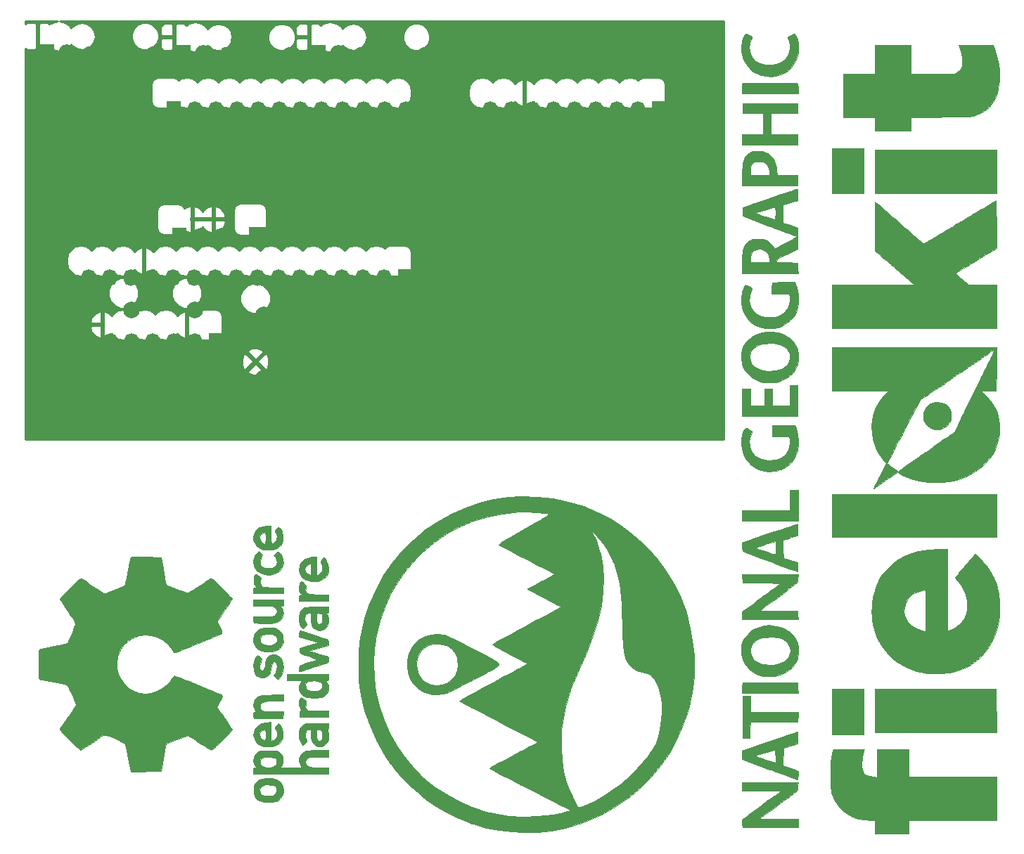
<source format=gbr>
G04 #@! TF.FileFunction,Copper,L1,Top,Signal*
%FSLAX46Y46*%
G04 Gerber Fmt 4.6, Leading zero omitted, Abs format (unit mm)*
G04 Created by KiCad (PCBNEW 4.0.6) date 03/30/17 16:17:14*
%MOMM*%
%LPD*%
G01*
G04 APERTURE LIST*
%ADD10C,0.100000*%
%ADD11C,0.010000*%
%ADD12R,1.727200X2.032000*%
%ADD13O,1.727200X2.032000*%
%ADD14C,1.998980*%
%ADD15R,2.235200X2.235200*%
%ADD16R,2.000000X2.000000*%
%ADD17O,2.000000X2.000000*%
%ADD18C,1.600000*%
%ADD19O,1.600000X1.600000*%
%ADD20C,0.254000*%
G04 APERTURE END LIST*
D10*
D11*
G36*
X213280096Y-116556525D02*
X213315483Y-116006244D01*
X213377732Y-115512711D01*
X213403873Y-115369475D01*
X213613989Y-114526331D01*
X213894218Y-113763251D01*
X214251243Y-113066917D01*
X214691747Y-112424008D01*
X215143458Y-111902618D01*
X215763097Y-111328220D01*
X216446459Y-110837329D01*
X217198665Y-110427378D01*
X218024838Y-110095800D01*
X218930101Y-109840027D01*
X219484222Y-109727034D01*
X219669555Y-109701027D01*
X219928299Y-109674353D01*
X220240849Y-109648082D01*
X220587601Y-109623289D01*
X220948951Y-109601044D01*
X221305294Y-109582420D01*
X221637026Y-109568489D01*
X221924542Y-109560324D01*
X222148239Y-109558997D01*
X222288511Y-109565579D01*
X222320555Y-109571902D01*
X222333373Y-109598378D01*
X222344649Y-109671290D01*
X222354465Y-109796533D01*
X222362907Y-109980006D01*
X222370059Y-110227603D01*
X222376005Y-110545222D01*
X222380830Y-110938760D01*
X222384618Y-111414113D01*
X222387454Y-111977177D01*
X222389421Y-112633849D01*
X222390605Y-113390026D01*
X222391089Y-114251604D01*
X222391111Y-114502663D01*
X222391111Y-119406358D01*
X222756698Y-119273657D01*
X223287650Y-119026536D01*
X223754394Y-118697718D01*
X224143364Y-118297806D01*
X224318354Y-118052782D01*
X224381617Y-117931656D01*
X224466127Y-117742098D01*
X224555135Y-117521976D01*
X224567962Y-117488338D01*
X224632614Y-117308943D01*
X224677050Y-117153958D01*
X224705006Y-116994956D01*
X224720222Y-116803508D01*
X224726436Y-116551186D01*
X224727434Y-116275556D01*
X224725124Y-115943236D01*
X224716002Y-115693649D01*
X224696410Y-115496683D01*
X224662691Y-115322226D01*
X224611186Y-115140166D01*
X224576589Y-115033778D01*
X224358280Y-114501197D01*
X224061732Y-113990920D01*
X223672060Y-113477549D01*
X223647000Y-113447980D01*
X223495706Y-113267301D01*
X223376868Y-113119483D01*
X223306507Y-113024780D01*
X223294222Y-113002033D01*
X223327898Y-112948803D01*
X223417455Y-112830830D01*
X223545682Y-112669403D01*
X223695369Y-112485813D01*
X223849308Y-112301351D01*
X223990288Y-112137307D01*
X224024442Y-112098667D01*
X224090124Y-112021995D01*
X224215226Y-111873335D01*
X224387216Y-111667682D01*
X224593557Y-111420033D01*
X224821716Y-111145382D01*
X224873724Y-111082667D01*
X225099966Y-110811383D01*
X225302925Y-110571093D01*
X225471285Y-110374942D01*
X225593731Y-110236076D01*
X225658948Y-110167642D01*
X225665369Y-110162909D01*
X225739173Y-110188348D01*
X225872264Y-110286274D01*
X226050909Y-110443081D01*
X226261377Y-110645164D01*
X226489933Y-110878918D01*
X226722846Y-111130736D01*
X226946381Y-111387014D01*
X227134957Y-111618889D01*
X227570698Y-112260262D01*
X227948689Y-112988267D01*
X228262622Y-113789048D01*
X228497172Y-114610444D01*
X228543511Y-114874447D01*
X228581641Y-115226875D01*
X228611076Y-115643531D01*
X228631331Y-116100215D01*
X228641921Y-116572730D01*
X228642358Y-117036876D01*
X228632157Y-117468455D01*
X228610832Y-117843269D01*
X228577898Y-118137118D01*
X228569022Y-118188625D01*
X228375485Y-119049845D01*
X228131182Y-119824790D01*
X227827864Y-120531765D01*
X227457280Y-121189071D01*
X227011181Y-121815013D01*
X226839714Y-122025277D01*
X226239051Y-122663216D01*
X225588723Y-123205403D01*
X224881616Y-123655942D01*
X224110611Y-124018940D01*
X223268593Y-124298503D01*
X222648080Y-124443790D01*
X222273827Y-124501055D01*
X221827014Y-124542233D01*
X221338802Y-124566802D01*
X220840356Y-124574243D01*
X220362840Y-124564035D01*
X219937416Y-124535659D01*
X219738222Y-124509227D01*
X219738222Y-119473636D01*
X219738222Y-116957374D01*
X219737304Y-116436655D01*
X219734678Y-115952370D01*
X219730533Y-115515834D01*
X219725060Y-115138358D01*
X219718450Y-114831255D01*
X219710893Y-114605840D01*
X219702579Y-114473423D01*
X219695889Y-114441945D01*
X219539195Y-114464791D01*
X219312692Y-114521928D01*
X219050168Y-114602789D01*
X218785406Y-114696809D01*
X218552194Y-114793422D01*
X218512503Y-114812033D01*
X218075379Y-115077980D01*
X217722377Y-115406100D01*
X217453555Y-115783220D01*
X217268969Y-116196169D01*
X217168675Y-116631775D01*
X217152731Y-117076865D01*
X217221193Y-117518269D01*
X217374117Y-117942813D01*
X217611561Y-118337326D01*
X217933581Y-118688636D01*
X218340234Y-118983571D01*
X218494193Y-119066874D01*
X218907139Y-119245667D01*
X219340173Y-119386136D01*
X219554778Y-119436955D01*
X219738222Y-119473636D01*
X219738222Y-124509227D01*
X219625333Y-124494247D01*
X218681836Y-124272044D01*
X217797676Y-123959523D01*
X216977289Y-123559814D01*
X216225111Y-123076044D01*
X215545578Y-122511341D01*
X214943124Y-121868832D01*
X214422185Y-121151647D01*
X214105798Y-120601842D01*
X213838663Y-120044095D01*
X213633803Y-119509011D01*
X213471462Y-118941702D01*
X213406614Y-118659412D01*
X213334830Y-118214997D01*
X213289798Y-117694187D01*
X213271544Y-117130268D01*
X213280096Y-116556525D01*
X213280096Y-116556525D01*
G37*
X213280096Y-116556525D02*
X213315483Y-116006244D01*
X213377732Y-115512711D01*
X213403873Y-115369475D01*
X213613989Y-114526331D01*
X213894218Y-113763251D01*
X214251243Y-113066917D01*
X214691747Y-112424008D01*
X215143458Y-111902618D01*
X215763097Y-111328220D01*
X216446459Y-110837329D01*
X217198665Y-110427378D01*
X218024838Y-110095800D01*
X218930101Y-109840027D01*
X219484222Y-109727034D01*
X219669555Y-109701027D01*
X219928299Y-109674353D01*
X220240849Y-109648082D01*
X220587601Y-109623289D01*
X220948951Y-109601044D01*
X221305294Y-109582420D01*
X221637026Y-109568489D01*
X221924542Y-109560324D01*
X222148239Y-109558997D01*
X222288511Y-109565579D01*
X222320555Y-109571902D01*
X222333373Y-109598378D01*
X222344649Y-109671290D01*
X222354465Y-109796533D01*
X222362907Y-109980006D01*
X222370059Y-110227603D01*
X222376005Y-110545222D01*
X222380830Y-110938760D01*
X222384618Y-111414113D01*
X222387454Y-111977177D01*
X222389421Y-112633849D01*
X222390605Y-113390026D01*
X222391089Y-114251604D01*
X222391111Y-114502663D01*
X222391111Y-119406358D01*
X222756698Y-119273657D01*
X223287650Y-119026536D01*
X223754394Y-118697718D01*
X224143364Y-118297806D01*
X224318354Y-118052782D01*
X224381617Y-117931656D01*
X224466127Y-117742098D01*
X224555135Y-117521976D01*
X224567962Y-117488338D01*
X224632614Y-117308943D01*
X224677050Y-117153958D01*
X224705006Y-116994956D01*
X224720222Y-116803508D01*
X224726436Y-116551186D01*
X224727434Y-116275556D01*
X224725124Y-115943236D01*
X224716002Y-115693649D01*
X224696410Y-115496683D01*
X224662691Y-115322226D01*
X224611186Y-115140166D01*
X224576589Y-115033778D01*
X224358280Y-114501197D01*
X224061732Y-113990920D01*
X223672060Y-113477549D01*
X223647000Y-113447980D01*
X223495706Y-113267301D01*
X223376868Y-113119483D01*
X223306507Y-113024780D01*
X223294222Y-113002033D01*
X223327898Y-112948803D01*
X223417455Y-112830830D01*
X223545682Y-112669403D01*
X223695369Y-112485813D01*
X223849308Y-112301351D01*
X223990288Y-112137307D01*
X224024442Y-112098667D01*
X224090124Y-112021995D01*
X224215226Y-111873335D01*
X224387216Y-111667682D01*
X224593557Y-111420033D01*
X224821716Y-111145382D01*
X224873724Y-111082667D01*
X225099966Y-110811383D01*
X225302925Y-110571093D01*
X225471285Y-110374942D01*
X225593731Y-110236076D01*
X225658948Y-110167642D01*
X225665369Y-110162909D01*
X225739173Y-110188348D01*
X225872264Y-110286274D01*
X226050909Y-110443081D01*
X226261377Y-110645164D01*
X226489933Y-110878918D01*
X226722846Y-111130736D01*
X226946381Y-111387014D01*
X227134957Y-111618889D01*
X227570698Y-112260262D01*
X227948689Y-112988267D01*
X228262622Y-113789048D01*
X228497172Y-114610444D01*
X228543511Y-114874447D01*
X228581641Y-115226875D01*
X228611076Y-115643531D01*
X228631331Y-116100215D01*
X228641921Y-116572730D01*
X228642358Y-117036876D01*
X228632157Y-117468455D01*
X228610832Y-117843269D01*
X228577898Y-118137118D01*
X228569022Y-118188625D01*
X228375485Y-119049845D01*
X228131182Y-119824790D01*
X227827864Y-120531765D01*
X227457280Y-121189071D01*
X227011181Y-121815013D01*
X226839714Y-122025277D01*
X226239051Y-122663216D01*
X225588723Y-123205403D01*
X224881616Y-123655942D01*
X224110611Y-124018940D01*
X223268593Y-124298503D01*
X222648080Y-124443790D01*
X222273827Y-124501055D01*
X221827014Y-124542233D01*
X221338802Y-124566802D01*
X220840356Y-124574243D01*
X220362840Y-124564035D01*
X219937416Y-124535659D01*
X219738222Y-124509227D01*
X219738222Y-119473636D01*
X219738222Y-116957374D01*
X219737304Y-116436655D01*
X219734678Y-115952370D01*
X219730533Y-115515834D01*
X219725060Y-115138358D01*
X219718450Y-114831255D01*
X219710893Y-114605840D01*
X219702579Y-114473423D01*
X219695889Y-114441945D01*
X219539195Y-114464791D01*
X219312692Y-114521928D01*
X219050168Y-114602789D01*
X218785406Y-114696809D01*
X218552194Y-114793422D01*
X218512503Y-114812033D01*
X218075379Y-115077980D01*
X217722377Y-115406100D01*
X217453555Y-115783220D01*
X217268969Y-116196169D01*
X217168675Y-116631775D01*
X217152731Y-117076865D01*
X217221193Y-117518269D01*
X217374117Y-117942813D01*
X217611561Y-118337326D01*
X217933581Y-118688636D01*
X218340234Y-118983571D01*
X218494193Y-119066874D01*
X218907139Y-119245667D01*
X219340173Y-119386136D01*
X219554778Y-119436955D01*
X219738222Y-119473636D01*
X219738222Y-124509227D01*
X219625333Y-124494247D01*
X218681836Y-124272044D01*
X217797676Y-123959523D01*
X216977289Y-123559814D01*
X216225111Y-123076044D01*
X215545578Y-122511341D01*
X214943124Y-121868832D01*
X214422185Y-121151647D01*
X214105798Y-120601842D01*
X213838663Y-120044095D01*
X213633803Y-119509011D01*
X213471462Y-118941702D01*
X213406614Y-118659412D01*
X213334830Y-118214997D01*
X213289798Y-117694187D01*
X213271544Y-117130268D01*
X213280096Y-116556525D01*
G36*
X218360725Y-85245535D02*
X219409552Y-85244167D01*
X220427678Y-85243149D01*
X221409394Y-85242473D01*
X222348989Y-85242131D01*
X223240755Y-85242116D01*
X224078981Y-85242418D01*
X224857960Y-85243031D01*
X225571980Y-85243947D01*
X226215333Y-85245157D01*
X226782310Y-85246654D01*
X227267201Y-85248429D01*
X227664296Y-85250475D01*
X227967887Y-85252783D01*
X228172263Y-85255347D01*
X228271716Y-85258157D01*
X228280836Y-85259333D01*
X228282292Y-85319798D01*
X228283031Y-85481877D01*
X228283083Y-85734298D01*
X228282473Y-86065790D01*
X228281232Y-86465079D01*
X228279385Y-86920893D01*
X228276961Y-87421962D01*
X228274333Y-87898111D01*
X228259112Y-90508667D01*
X227385333Y-90508667D01*
X227085707Y-90510682D01*
X226830372Y-90516243D01*
X226638533Y-90524622D01*
X226529396Y-90535093D01*
X226511555Y-90541738D01*
X226549023Y-90593991D01*
X226648589Y-90703589D01*
X226790995Y-90849614D01*
X226836869Y-90895112D01*
X227035954Y-91102079D01*
X227257863Y-91349432D01*
X227457845Y-91587127D01*
X227476101Y-91609929D01*
X227613101Y-91789412D01*
X227762058Y-91996323D01*
X227910236Y-92211324D01*
X228044896Y-92415081D01*
X228153302Y-92588255D01*
X228222714Y-92711511D01*
X228240396Y-92765511D01*
X228237939Y-92766444D01*
X228244360Y-92813863D01*
X228285680Y-92937854D01*
X228349105Y-93101901D01*
X228482018Y-93520768D01*
X228578271Y-94016127D01*
X228635498Y-94556913D01*
X228651334Y-95112064D01*
X228623411Y-95650516D01*
X228571921Y-96026966D01*
X228386937Y-96805209D01*
X228122614Y-97515973D01*
X227770378Y-98175570D01*
X227321652Y-98800307D01*
X226825140Y-99349344D01*
X226212703Y-99898942D01*
X225544486Y-100367403D01*
X224811170Y-100759554D01*
X224003435Y-101080221D01*
X223111963Y-101334231D01*
X222899111Y-101382641D01*
X222722493Y-101417000D01*
X222536834Y-101443140D01*
X222323844Y-101462058D01*
X222065235Y-101474752D01*
X221742720Y-101482218D01*
X221338009Y-101485455D01*
X221008222Y-101485750D01*
X220565967Y-101484745D01*
X220216740Y-101481673D01*
X219940680Y-101475010D01*
X219717927Y-101463236D01*
X219528621Y-101444827D01*
X219352903Y-101418262D01*
X219170910Y-101382019D01*
X218962785Y-101334576D01*
X218927632Y-101326292D01*
X218004648Y-101061454D01*
X217144836Y-100719431D01*
X216796649Y-100548984D01*
X216439255Y-100363047D01*
X216439255Y-100212791D01*
X217227961Y-99650910D01*
X217524558Y-99440240D01*
X217823387Y-99229082D01*
X218097888Y-99036132D01*
X218321499Y-98880084D01*
X218411778Y-98817716D01*
X218581085Y-98700408D01*
X218821010Y-98532733D01*
X219110152Y-98329723D01*
X219427111Y-98106406D01*
X219750485Y-97877812D01*
X219794666Y-97846516D01*
X220396000Y-97421704D01*
X220929598Y-97047659D01*
X221418696Y-96708299D01*
X221886525Y-96387541D01*
X222356319Y-96069303D01*
X222554966Y-95935774D01*
X223198599Y-95504000D01*
X223606808Y-94657333D01*
X223726371Y-94410337D01*
X223887195Y-94079591D01*
X224080711Y-93682639D01*
X224298350Y-93237028D01*
X224531541Y-92760303D01*
X224771716Y-92270008D01*
X225010306Y-91783691D01*
X225012773Y-91778667D01*
X225260922Y-91273005D01*
X225519103Y-90746382D01*
X225777116Y-90219638D01*
X226024762Y-89713611D01*
X226251842Y-89249141D01*
X226448156Y-88847066D01*
X226585598Y-88565034D01*
X226786742Y-88152402D01*
X227006178Y-87703384D01*
X227227379Y-87251723D01*
X227433816Y-86831166D01*
X227608960Y-86475459D01*
X227622333Y-86448368D01*
X227768521Y-86151620D01*
X227896087Y-85891408D01*
X227997126Y-85683956D01*
X228063736Y-85545490D01*
X228087999Y-85492338D01*
X228052194Y-85503364D01*
X227980225Y-85548782D01*
X227893329Y-85608359D01*
X227725210Y-85723062D01*
X227488046Y-85884612D01*
X227194015Y-86084730D01*
X226855295Y-86315138D01*
X226484064Y-86567557D01*
X226092499Y-86833708D01*
X225692780Y-87105312D01*
X225297084Y-87374091D01*
X224917589Y-87631766D01*
X224566473Y-87870058D01*
X224255914Y-88080689D01*
X224210913Y-88111195D01*
X223863415Y-88346930D01*
X223500503Y-88593455D01*
X223149430Y-88832232D01*
X222837448Y-89044728D01*
X222592606Y-89211861D01*
X222376016Y-89359658D01*
X222086102Y-89557011D01*
X221743036Y-89790214D01*
X221366992Y-90045562D01*
X220978143Y-90309348D01*
X220642396Y-90536889D01*
X220290961Y-90775412D01*
X219963815Y-90998340D01*
X219674473Y-91196396D01*
X219436447Y-91360300D01*
X219263252Y-91480775D01*
X219168399Y-91548541D01*
X219162665Y-91552889D01*
X219092905Y-91637929D01*
X218978414Y-91817184D01*
X218823448Y-92083161D01*
X218632261Y-92428368D01*
X218409106Y-92845311D01*
X218185102Y-93274444D01*
X217956321Y-93717298D01*
X217720982Y-94172887D01*
X217490347Y-94619408D01*
X217275677Y-95035057D01*
X217088233Y-95398032D01*
X216939276Y-95686530D01*
X216916950Y-95729778D01*
X216594023Y-96355317D01*
X216318550Y-96888859D01*
X216086221Y-97338730D01*
X215892731Y-97713257D01*
X215733771Y-98020765D01*
X215605035Y-98269582D01*
X215502213Y-98468033D01*
X215421000Y-98624444D01*
X215357087Y-98747142D01*
X215306168Y-98844453D01*
X215272500Y-98908468D01*
X215114319Y-99208491D01*
X215398028Y-99460465D01*
X215591448Y-99625374D01*
X215792008Y-99779629D01*
X216031571Y-99946664D01*
X216289634Y-100116174D01*
X216439255Y-100212791D01*
X216439255Y-100363047D01*
X216353197Y-100318274D01*
X216084265Y-100495305D01*
X215876129Y-100635377D01*
X215600248Y-100825406D01*
X215280076Y-101048813D01*
X214939066Y-101289021D01*
X214600669Y-101529450D01*
X214288340Y-101753523D01*
X214025531Y-101944660D01*
X213863667Y-102065008D01*
X213690056Y-102189997D01*
X213556063Y-102274338D01*
X213481635Y-102306042D01*
X213472889Y-102299877D01*
X213497743Y-102236100D01*
X213568081Y-102084904D01*
X213677565Y-101859165D01*
X213819855Y-101571756D01*
X213988613Y-101235550D01*
X214177501Y-100863422D01*
X214249000Y-100723547D01*
X215025111Y-99208023D01*
X214791431Y-98964678D01*
X214331046Y-98405864D01*
X213947232Y-97774510D01*
X213644071Y-97084617D01*
X213425647Y-96350188D01*
X213296042Y-95585225D01*
X213259340Y-94803729D01*
X213319624Y-94019703D01*
X213329598Y-93951778D01*
X213487989Y-93214427D01*
X213732078Y-92539249D01*
X214069225Y-91911640D01*
X214506793Y-91316995D01*
X214845947Y-90943898D01*
X215271403Y-90508667D01*
X208449333Y-90508667D01*
X208449333Y-85259960D01*
X218360725Y-85245535D01*
X218360725Y-85245535D01*
G37*
X218360725Y-85245535D02*
X219409552Y-85244167D01*
X220427678Y-85243149D01*
X221409394Y-85242473D01*
X222348989Y-85242131D01*
X223240755Y-85242116D01*
X224078981Y-85242418D01*
X224857960Y-85243031D01*
X225571980Y-85243947D01*
X226215333Y-85245157D01*
X226782310Y-85246654D01*
X227267201Y-85248429D01*
X227664296Y-85250475D01*
X227967887Y-85252783D01*
X228172263Y-85255347D01*
X228271716Y-85258157D01*
X228280836Y-85259333D01*
X228282292Y-85319798D01*
X228283031Y-85481877D01*
X228283083Y-85734298D01*
X228282473Y-86065790D01*
X228281232Y-86465079D01*
X228279385Y-86920893D01*
X228276961Y-87421962D01*
X228274333Y-87898111D01*
X228259112Y-90508667D01*
X227385333Y-90508667D01*
X227085707Y-90510682D01*
X226830372Y-90516243D01*
X226638533Y-90524622D01*
X226529396Y-90535093D01*
X226511555Y-90541738D01*
X226549023Y-90593991D01*
X226648589Y-90703589D01*
X226790995Y-90849614D01*
X226836869Y-90895112D01*
X227035954Y-91102079D01*
X227257863Y-91349432D01*
X227457845Y-91587127D01*
X227476101Y-91609929D01*
X227613101Y-91789412D01*
X227762058Y-91996323D01*
X227910236Y-92211324D01*
X228044896Y-92415081D01*
X228153302Y-92588255D01*
X228222714Y-92711511D01*
X228240396Y-92765511D01*
X228237939Y-92766444D01*
X228244360Y-92813863D01*
X228285680Y-92937854D01*
X228349105Y-93101901D01*
X228482018Y-93520768D01*
X228578271Y-94016127D01*
X228635498Y-94556913D01*
X228651334Y-95112064D01*
X228623411Y-95650516D01*
X228571921Y-96026966D01*
X228386937Y-96805209D01*
X228122614Y-97515973D01*
X227770378Y-98175570D01*
X227321652Y-98800307D01*
X226825140Y-99349344D01*
X226212703Y-99898942D01*
X225544486Y-100367403D01*
X224811170Y-100759554D01*
X224003435Y-101080221D01*
X223111963Y-101334231D01*
X222899111Y-101382641D01*
X222722493Y-101417000D01*
X222536834Y-101443140D01*
X222323844Y-101462058D01*
X222065235Y-101474752D01*
X221742720Y-101482218D01*
X221338009Y-101485455D01*
X221008222Y-101485750D01*
X220565967Y-101484745D01*
X220216740Y-101481673D01*
X219940680Y-101475010D01*
X219717927Y-101463236D01*
X219528621Y-101444827D01*
X219352903Y-101418262D01*
X219170910Y-101382019D01*
X218962785Y-101334576D01*
X218927632Y-101326292D01*
X218004648Y-101061454D01*
X217144836Y-100719431D01*
X216796649Y-100548984D01*
X216439255Y-100363047D01*
X216439255Y-100212791D01*
X217227961Y-99650910D01*
X217524558Y-99440240D01*
X217823387Y-99229082D01*
X218097888Y-99036132D01*
X218321499Y-98880084D01*
X218411778Y-98817716D01*
X218581085Y-98700408D01*
X218821010Y-98532733D01*
X219110152Y-98329723D01*
X219427111Y-98106406D01*
X219750485Y-97877812D01*
X219794666Y-97846516D01*
X220396000Y-97421704D01*
X220929598Y-97047659D01*
X221418696Y-96708299D01*
X221886525Y-96387541D01*
X222356319Y-96069303D01*
X222554966Y-95935774D01*
X223198599Y-95504000D01*
X223606808Y-94657333D01*
X223726371Y-94410337D01*
X223887195Y-94079591D01*
X224080711Y-93682639D01*
X224298350Y-93237028D01*
X224531541Y-92760303D01*
X224771716Y-92270008D01*
X225010306Y-91783691D01*
X225012773Y-91778667D01*
X225260922Y-91273005D01*
X225519103Y-90746382D01*
X225777116Y-90219638D01*
X226024762Y-89713611D01*
X226251842Y-89249141D01*
X226448156Y-88847066D01*
X226585598Y-88565034D01*
X226786742Y-88152402D01*
X227006178Y-87703384D01*
X227227379Y-87251723D01*
X227433816Y-86831166D01*
X227608960Y-86475459D01*
X227622333Y-86448368D01*
X227768521Y-86151620D01*
X227896087Y-85891408D01*
X227997126Y-85683956D01*
X228063736Y-85545490D01*
X228087999Y-85492338D01*
X228052194Y-85503364D01*
X227980225Y-85548782D01*
X227893329Y-85608359D01*
X227725210Y-85723062D01*
X227488046Y-85884612D01*
X227194015Y-86084730D01*
X226855295Y-86315138D01*
X226484064Y-86567557D01*
X226092499Y-86833708D01*
X225692780Y-87105312D01*
X225297084Y-87374091D01*
X224917589Y-87631766D01*
X224566473Y-87870058D01*
X224255914Y-88080689D01*
X224210913Y-88111195D01*
X223863415Y-88346930D01*
X223500503Y-88593455D01*
X223149430Y-88832232D01*
X222837448Y-89044728D01*
X222592606Y-89211861D01*
X222376016Y-89359658D01*
X222086102Y-89557011D01*
X221743036Y-89790214D01*
X221366992Y-90045562D01*
X220978143Y-90309348D01*
X220642396Y-90536889D01*
X220290961Y-90775412D01*
X219963815Y-90998340D01*
X219674473Y-91196396D01*
X219436447Y-91360300D01*
X219263252Y-91480775D01*
X219168399Y-91548541D01*
X219162665Y-91552889D01*
X219092905Y-91637929D01*
X218978414Y-91817184D01*
X218823448Y-92083161D01*
X218632261Y-92428368D01*
X218409106Y-92845311D01*
X218185102Y-93274444D01*
X217956321Y-93717298D01*
X217720982Y-94172887D01*
X217490347Y-94619408D01*
X217275677Y-95035057D01*
X217088233Y-95398032D01*
X216939276Y-95686530D01*
X216916950Y-95729778D01*
X216594023Y-96355317D01*
X216318550Y-96888859D01*
X216086221Y-97338730D01*
X215892731Y-97713257D01*
X215733771Y-98020765D01*
X215605035Y-98269582D01*
X215502213Y-98468033D01*
X215421000Y-98624444D01*
X215357087Y-98747142D01*
X215306168Y-98844453D01*
X215272500Y-98908468D01*
X215114319Y-99208491D01*
X215398028Y-99460465D01*
X215591448Y-99625374D01*
X215792008Y-99779629D01*
X216031571Y-99946664D01*
X216289634Y-100116174D01*
X216439255Y-100212791D01*
X216439255Y-100363047D01*
X216353197Y-100318274D01*
X216084265Y-100495305D01*
X215876129Y-100635377D01*
X215600248Y-100825406D01*
X215280076Y-101048813D01*
X214939066Y-101289021D01*
X214600669Y-101529450D01*
X214288340Y-101753523D01*
X214025531Y-101944660D01*
X213863667Y-102065008D01*
X213690056Y-102189997D01*
X213556063Y-102274338D01*
X213481635Y-102306042D01*
X213472889Y-102299877D01*
X213497743Y-102236100D01*
X213568081Y-102084904D01*
X213677565Y-101859165D01*
X213819855Y-101571756D01*
X213988613Y-101235550D01*
X214177501Y-100863422D01*
X214249000Y-100723547D01*
X215025111Y-99208023D01*
X214791431Y-98964678D01*
X214331046Y-98405864D01*
X213947232Y-97774510D01*
X213644071Y-97084617D01*
X213425647Y-96350188D01*
X213296042Y-95585225D01*
X213259340Y-94803729D01*
X213319624Y-94019703D01*
X213329598Y-93951778D01*
X213487989Y-93214427D01*
X213732078Y-92539249D01*
X214069225Y-91911640D01*
X214506793Y-91316995D01*
X214845947Y-90943898D01*
X215271403Y-90508667D01*
X208449333Y-90508667D01*
X208449333Y-85259960D01*
X218360725Y-85245535D01*
G36*
X213642222Y-52352222D02*
X213642222Y-48852667D01*
X217932000Y-48852667D01*
X217932000Y-52358368D01*
X220570778Y-52341184D01*
X221185054Y-52337071D01*
X221696953Y-52333099D01*
X222116984Y-52328743D01*
X222455655Y-52323483D01*
X222723477Y-52316795D01*
X222930959Y-52308157D01*
X223088610Y-52297048D01*
X223206940Y-52282944D01*
X223296457Y-52265323D01*
X223367671Y-52243663D01*
X223431092Y-52217442D01*
X223474913Y-52196844D01*
X223767681Y-51997655D01*
X223981750Y-51720605D01*
X224116584Y-51369284D01*
X224171650Y-50947280D01*
X224146412Y-50458183D01*
X224040336Y-49905583D01*
X223891105Y-49403000D01*
X223704458Y-48852667D01*
X225771229Y-48853146D01*
X227838000Y-48853626D01*
X228019241Y-49290591D01*
X228246270Y-49901322D01*
X228414666Y-50508067D01*
X228530857Y-51142249D01*
X228601269Y-51835288D01*
X228622304Y-52239333D01*
X228628515Y-52569353D01*
X228624660Y-52914356D01*
X228611762Y-53228570D01*
X228595877Y-53424667D01*
X228472514Y-54175431D01*
X228277422Y-54858266D01*
X228013648Y-55466519D01*
X227684237Y-55993539D01*
X227292234Y-56432675D01*
X227168673Y-56541478D01*
X226786788Y-56811960D01*
X226325820Y-57061092D01*
X225819478Y-57272155D01*
X225467333Y-57385156D01*
X225372897Y-57410964D01*
X225281162Y-57433074D01*
X225182819Y-57451828D01*
X225068561Y-57467567D01*
X224929079Y-57480632D01*
X224755065Y-57491366D01*
X224537210Y-57500108D01*
X224266206Y-57507202D01*
X223932744Y-57512988D01*
X223527516Y-57517808D01*
X223041215Y-57522003D01*
X222464530Y-57525915D01*
X221788154Y-57529884D01*
X221473889Y-57531641D01*
X217932000Y-57551318D01*
X217932000Y-59182000D01*
X213642222Y-59182000D01*
X213642222Y-57545111D01*
X209860444Y-57545111D01*
X209860444Y-52352222D01*
X213642222Y-52352222D01*
X213642222Y-52352222D01*
G37*
X213642222Y-52352222D02*
X213642222Y-48852667D01*
X217932000Y-48852667D01*
X217932000Y-52358368D01*
X220570778Y-52341184D01*
X221185054Y-52337071D01*
X221696953Y-52333099D01*
X222116984Y-52328743D01*
X222455655Y-52323483D01*
X222723477Y-52316795D01*
X222930959Y-52308157D01*
X223088610Y-52297048D01*
X223206940Y-52282944D01*
X223296457Y-52265323D01*
X223367671Y-52243663D01*
X223431092Y-52217442D01*
X223474913Y-52196844D01*
X223767681Y-51997655D01*
X223981750Y-51720605D01*
X224116584Y-51369284D01*
X224171650Y-50947280D01*
X224146412Y-50458183D01*
X224040336Y-49905583D01*
X223891105Y-49403000D01*
X223704458Y-48852667D01*
X225771229Y-48853146D01*
X227838000Y-48853626D01*
X228019241Y-49290591D01*
X228246270Y-49901322D01*
X228414666Y-50508067D01*
X228530857Y-51142249D01*
X228601269Y-51835288D01*
X228622304Y-52239333D01*
X228628515Y-52569353D01*
X228624660Y-52914356D01*
X228611762Y-53228570D01*
X228595877Y-53424667D01*
X228472514Y-54175431D01*
X228277422Y-54858266D01*
X228013648Y-55466519D01*
X227684237Y-55993539D01*
X227292234Y-56432675D01*
X227168673Y-56541478D01*
X226786788Y-56811960D01*
X226325820Y-57061092D01*
X225819478Y-57272155D01*
X225467333Y-57385156D01*
X225372897Y-57410964D01*
X225281162Y-57433074D01*
X225182819Y-57451828D01*
X225068561Y-57467567D01*
X224929079Y-57480632D01*
X224755065Y-57491366D01*
X224537210Y-57500108D01*
X224266206Y-57507202D01*
X223932744Y-57512988D01*
X223527516Y-57517808D01*
X223041215Y-57522003D01*
X222464530Y-57525915D01*
X221788154Y-57529884D01*
X221473889Y-57531641D01*
X217932000Y-57551318D01*
X217932000Y-59182000D01*
X213642222Y-59182000D01*
X213642222Y-57545111D01*
X209860444Y-57545111D01*
X209860444Y-52352222D01*
X213642222Y-52352222D01*
G36*
X228259133Y-126407333D02*
X228289555Y-131656697D01*
X220965889Y-131656682D01*
X213642222Y-131656667D01*
X213642222Y-126407333D01*
X228259133Y-126407333D01*
X228259133Y-126407333D01*
G37*
X228259133Y-126407333D02*
X228289555Y-131656697D01*
X220965889Y-131656682D01*
X213642222Y-131656667D01*
X213642222Y-126407333D01*
X228259133Y-126407333D01*
G36*
X208306359Y-135810356D02*
X208349735Y-135227336D01*
X208419567Y-134707247D01*
X208517065Y-134234214D01*
X208524672Y-134203590D01*
X208646889Y-133716889D01*
X210495444Y-133702007D01*
X210939405Y-133699018D01*
X211345076Y-133697414D01*
X211699255Y-133697159D01*
X211988737Y-133698216D01*
X212200320Y-133700549D01*
X212320798Y-133704122D01*
X212344000Y-133707089D01*
X212330804Y-133767133D01*
X212295709Y-133909266D01*
X212245452Y-134106380D01*
X212228076Y-134173527D01*
X212159491Y-134501464D01*
X212108988Y-134871073D01*
X212078436Y-135250751D01*
X212069705Y-135608895D01*
X212084667Y-135913903D01*
X212114314Y-136095904D01*
X212234255Y-136414320D01*
X212420194Y-136658082D01*
X212681141Y-136833462D01*
X213026108Y-136946732D01*
X213414050Y-137000615D01*
X213868000Y-137035621D01*
X213868000Y-133687165D01*
X217678000Y-133716889D01*
X217692963Y-135367889D01*
X217707927Y-137018889D01*
X228261333Y-137018889D01*
X228261333Y-142211778D01*
X217706222Y-142211778D01*
X217706222Y-143848667D01*
X213642222Y-143848667D01*
X213642222Y-142211778D01*
X213113393Y-142211778D01*
X212347237Y-142165512D01*
X211626483Y-142029438D01*
X210958436Y-141807637D01*
X210350407Y-141504192D01*
X209809700Y-141123186D01*
X209343626Y-140668702D01*
X208959490Y-140144821D01*
X208762991Y-139781291D01*
X208627276Y-139478471D01*
X208521196Y-139196652D01*
X208440797Y-138914308D01*
X208382124Y-138609911D01*
X208341223Y-138261934D01*
X208314141Y-137848849D01*
X208296923Y-137349131D01*
X208294137Y-137228689D01*
X208288230Y-136472182D01*
X208306359Y-135810356D01*
X208306359Y-135810356D01*
G37*
X208306359Y-135810356D02*
X208349735Y-135227336D01*
X208419567Y-134707247D01*
X208517065Y-134234214D01*
X208524672Y-134203590D01*
X208646889Y-133716889D01*
X210495444Y-133702007D01*
X210939405Y-133699018D01*
X211345076Y-133697414D01*
X211699255Y-133697159D01*
X211988737Y-133698216D01*
X212200320Y-133700549D01*
X212320798Y-133704122D01*
X212344000Y-133707089D01*
X212330804Y-133767133D01*
X212295709Y-133909266D01*
X212245452Y-134106380D01*
X212228076Y-134173527D01*
X212159491Y-134501464D01*
X212108988Y-134871073D01*
X212078436Y-135250751D01*
X212069705Y-135608895D01*
X212084667Y-135913903D01*
X212114314Y-136095904D01*
X212234255Y-136414320D01*
X212420194Y-136658082D01*
X212681141Y-136833462D01*
X213026108Y-136946732D01*
X213414050Y-137000615D01*
X213868000Y-137035621D01*
X213868000Y-133687165D01*
X217678000Y-133716889D01*
X217692963Y-135367889D01*
X217707927Y-137018889D01*
X228261333Y-137018889D01*
X228261333Y-142211778D01*
X217706222Y-142211778D01*
X217706222Y-143848667D01*
X213642222Y-143848667D01*
X213642222Y-142211778D01*
X213113393Y-142211778D01*
X212347237Y-142165512D01*
X211626483Y-142029438D01*
X210958436Y-141807637D01*
X210350407Y-141504192D01*
X209809700Y-141123186D01*
X209343626Y-140668702D01*
X208959490Y-140144821D01*
X208762991Y-139781291D01*
X208627276Y-139478471D01*
X208521196Y-139196652D01*
X208440797Y-138914308D01*
X208382124Y-138609911D01*
X208341223Y-138261934D01*
X208314141Y-137848849D01*
X208296923Y-137349131D01*
X208294137Y-137228689D01*
X208288230Y-136472182D01*
X208306359Y-135810356D01*
G36*
X228261333Y-102926444D02*
X228261333Y-108119333D01*
X208449333Y-108119333D01*
X208449333Y-102926444D01*
X228261333Y-102926444D01*
X228261333Y-102926444D01*
G37*
X228261333Y-102926444D02*
X228261333Y-108119333D01*
X208449333Y-108119333D01*
X208449333Y-102926444D01*
X228261333Y-102926444D01*
G36*
X213443553Y-77738416D02*
X218437772Y-77724000D01*
X217070108Y-76556049D01*
X216730732Y-76266069D01*
X216414889Y-75995892D01*
X216133923Y-75755245D01*
X215899176Y-75553855D01*
X215721993Y-75401448D01*
X215613717Y-75307751D01*
X215589063Y-75286049D01*
X215499246Y-75207300D01*
X215336584Y-75066785D01*
X215114278Y-74875815D01*
X214845530Y-74645697D01*
X214543542Y-74387740D01*
X214221515Y-74113254D01*
X213995000Y-73920528D01*
X213642222Y-73620608D01*
X213642222Y-67695695D01*
X213775431Y-67799181D01*
X213854930Y-67865307D01*
X214011680Y-67999694D01*
X214238308Y-68195891D01*
X214527440Y-68447443D01*
X214871703Y-68747897D01*
X215263722Y-69090800D01*
X215696124Y-69469698D01*
X216161535Y-69878138D01*
X216652581Y-70309666D01*
X217161888Y-70757829D01*
X217682083Y-71216174D01*
X217981166Y-71479977D01*
X218312160Y-71771047D01*
X218620484Y-72040286D01*
X218894764Y-72277910D01*
X219123628Y-72474137D01*
X219295704Y-72619182D01*
X219399620Y-72703261D01*
X219420500Y-72718225D01*
X219467465Y-72738386D01*
X219527015Y-72738925D01*
X219612404Y-72713482D01*
X219736891Y-72655699D01*
X219913731Y-72559217D01*
X220156182Y-72417677D01*
X220477500Y-72224721D01*
X220584889Y-72159716D01*
X220903694Y-71966797D01*
X221199437Y-71788314D01*
X221455070Y-71634518D01*
X221653544Y-71515660D01*
X221777808Y-71441991D01*
X221798444Y-71430020D01*
X221898734Y-71371077D01*
X222077469Y-71264511D01*
X222316540Y-71121182D01*
X222597832Y-70951949D01*
X222903235Y-70767674D01*
X222927333Y-70753111D01*
X223233848Y-70568118D01*
X223517653Y-70397318D01*
X223760635Y-70251573D01*
X223944682Y-70141747D01*
X224051681Y-70078700D01*
X224056222Y-70076087D01*
X224156513Y-70017110D01*
X224335253Y-69910514D01*
X224574328Y-69767164D01*
X224855626Y-69597919D01*
X225161035Y-69413644D01*
X225185111Y-69399095D01*
X225511805Y-69202262D01*
X225835017Y-69008613D01*
X226131136Y-68832214D01*
X226376551Y-68687136D01*
X226539778Y-68591966D01*
X226748571Y-68469975D01*
X227017307Y-68310219D01*
X227309893Y-68134270D01*
X227566096Y-67978486D01*
X227803194Y-67834809D01*
X228004705Y-67715363D01*
X228151692Y-67631177D01*
X228225218Y-67593280D01*
X228229318Y-67592222D01*
X228235536Y-67646899D01*
X228241348Y-67803856D01*
X228246635Y-68052486D01*
X228251281Y-68382182D01*
X228255167Y-68782336D01*
X228258176Y-69242340D01*
X228260189Y-69751586D01*
X228261089Y-70299468D01*
X228261126Y-70456778D01*
X228260919Y-73321333D01*
X227626126Y-73711788D01*
X227322119Y-73898612D01*
X226966512Y-74116886D01*
X226604018Y-74339177D01*
X226285778Y-74534119D01*
X225675726Y-74907426D01*
X225155013Y-75226031D01*
X224716837Y-75494403D01*
X224354398Y-75717008D01*
X224060894Y-75898313D01*
X223829524Y-76042786D01*
X223653486Y-76154894D01*
X223525979Y-76239105D01*
X223440201Y-76299886D01*
X223389352Y-76341704D01*
X223366630Y-76369026D01*
X223365233Y-76386321D01*
X223378361Y-76398054D01*
X223399212Y-76408695D01*
X223416227Y-76418936D01*
X223489404Y-76479997D01*
X223626430Y-76600693D01*
X223808251Y-76764037D01*
X224015811Y-76953042D01*
X224033397Y-76969165D01*
X224253500Y-77169909D01*
X224460408Y-77356543D01*
X224630884Y-77508236D01*
X224741689Y-77604153D01*
X224741703Y-77604165D01*
X224919185Y-77752222D01*
X228261333Y-77752222D01*
X228261333Y-82945111D01*
X208449333Y-82945111D01*
X208449333Y-77752832D01*
X213443553Y-77738416D01*
X213443553Y-77738416D01*
G37*
X213443553Y-77738416D02*
X218437772Y-77724000D01*
X217070108Y-76556049D01*
X216730732Y-76266069D01*
X216414889Y-75995892D01*
X216133923Y-75755245D01*
X215899176Y-75553855D01*
X215721993Y-75401448D01*
X215613717Y-75307751D01*
X215589063Y-75286049D01*
X215499246Y-75207300D01*
X215336584Y-75066785D01*
X215114278Y-74875815D01*
X214845530Y-74645697D01*
X214543542Y-74387740D01*
X214221515Y-74113254D01*
X213995000Y-73920528D01*
X213642222Y-73620608D01*
X213642222Y-67695695D01*
X213775431Y-67799181D01*
X213854930Y-67865307D01*
X214011680Y-67999694D01*
X214238308Y-68195891D01*
X214527440Y-68447443D01*
X214871703Y-68747897D01*
X215263722Y-69090800D01*
X215696124Y-69469698D01*
X216161535Y-69878138D01*
X216652581Y-70309666D01*
X217161888Y-70757829D01*
X217682083Y-71216174D01*
X217981166Y-71479977D01*
X218312160Y-71771047D01*
X218620484Y-72040286D01*
X218894764Y-72277910D01*
X219123628Y-72474137D01*
X219295704Y-72619182D01*
X219399620Y-72703261D01*
X219420500Y-72718225D01*
X219467465Y-72738386D01*
X219527015Y-72738925D01*
X219612404Y-72713482D01*
X219736891Y-72655699D01*
X219913731Y-72559217D01*
X220156182Y-72417677D01*
X220477500Y-72224721D01*
X220584889Y-72159716D01*
X220903694Y-71966797D01*
X221199437Y-71788314D01*
X221455070Y-71634518D01*
X221653544Y-71515660D01*
X221777808Y-71441991D01*
X221798444Y-71430020D01*
X221898734Y-71371077D01*
X222077469Y-71264511D01*
X222316540Y-71121182D01*
X222597832Y-70951949D01*
X222903235Y-70767674D01*
X222927333Y-70753111D01*
X223233848Y-70568118D01*
X223517653Y-70397318D01*
X223760635Y-70251573D01*
X223944682Y-70141747D01*
X224051681Y-70078700D01*
X224056222Y-70076087D01*
X224156513Y-70017110D01*
X224335253Y-69910514D01*
X224574328Y-69767164D01*
X224855626Y-69597919D01*
X225161035Y-69413644D01*
X225185111Y-69399095D01*
X225511805Y-69202262D01*
X225835017Y-69008613D01*
X226131136Y-68832214D01*
X226376551Y-68687136D01*
X226539778Y-68591966D01*
X226748571Y-68469975D01*
X227017307Y-68310219D01*
X227309893Y-68134270D01*
X227566096Y-67978486D01*
X227803194Y-67834809D01*
X228004705Y-67715363D01*
X228151692Y-67631177D01*
X228225218Y-67593280D01*
X228229318Y-67592222D01*
X228235536Y-67646899D01*
X228241348Y-67803856D01*
X228246635Y-68052486D01*
X228251281Y-68382182D01*
X228255167Y-68782336D01*
X228258176Y-69242340D01*
X228260189Y-69751586D01*
X228261089Y-70299468D01*
X228261126Y-70456778D01*
X228260919Y-73321333D01*
X227626126Y-73711788D01*
X227322119Y-73898612D01*
X226966512Y-74116886D01*
X226604018Y-74339177D01*
X226285778Y-74534119D01*
X225675726Y-74907426D01*
X225155013Y-75226031D01*
X224716837Y-75494403D01*
X224354398Y-75717008D01*
X224060894Y-75898313D01*
X223829524Y-76042786D01*
X223653486Y-76154894D01*
X223525979Y-76239105D01*
X223440201Y-76299886D01*
X223389352Y-76341704D01*
X223366630Y-76369026D01*
X223365233Y-76386321D01*
X223378361Y-76398054D01*
X223399212Y-76408695D01*
X223416227Y-76418936D01*
X223489404Y-76479997D01*
X223626430Y-76600693D01*
X223808251Y-76764037D01*
X224015811Y-76953042D01*
X224033397Y-76969165D01*
X224253500Y-77169909D01*
X224460408Y-77356543D01*
X224630884Y-77508236D01*
X224741689Y-77604153D01*
X224741703Y-77604165D01*
X224919185Y-77752222D01*
X228261333Y-77752222D01*
X228261333Y-82945111D01*
X208449333Y-82945111D01*
X208449333Y-77752832D01*
X213443553Y-77738416D01*
G36*
X228261333Y-61496222D02*
X228261333Y-66745556D01*
X213642222Y-66745556D01*
X213642222Y-61496222D01*
X228261333Y-61496222D01*
X228261333Y-61496222D01*
G37*
X228261333Y-61496222D02*
X228261333Y-66745556D01*
X213642222Y-66745556D01*
X213642222Y-61496222D01*
X228261333Y-61496222D01*
G36*
X212287555Y-126407333D02*
X212287555Y-131882444D01*
X208449333Y-131882444D01*
X208449333Y-126407333D01*
X212287555Y-126407333D01*
X212287555Y-126407333D01*
G37*
X212287555Y-126407333D02*
X212287555Y-131882444D01*
X208449333Y-131882444D01*
X208449333Y-126407333D01*
X212287555Y-126407333D01*
G36*
X212287555Y-61270444D02*
X212287555Y-66745556D01*
X208449333Y-66745556D01*
X208449333Y-61270444D01*
X212287555Y-61270444D01*
X212287555Y-61270444D01*
G37*
X212287555Y-61270444D02*
X212287555Y-66745556D01*
X208449333Y-66745556D01*
X208449333Y-61270444D01*
X212287555Y-61270444D01*
G36*
X197581393Y-86051209D02*
X197692757Y-85525491D01*
X197864028Y-85093890D01*
X198032111Y-84827143D01*
X198269461Y-84535975D01*
X198546987Y-84251368D01*
X198835596Y-84004301D01*
X198990463Y-83894375D01*
X199492650Y-83633530D01*
X200051543Y-83458422D01*
X200648618Y-83370622D01*
X201265350Y-83371698D01*
X201883216Y-83463219D01*
X202378927Y-83607295D01*
X202947558Y-83864593D01*
X203429766Y-84192711D01*
X203822586Y-84587026D01*
X204123053Y-85042918D01*
X204328203Y-85555764D01*
X204435070Y-86120942D01*
X204440691Y-86733831D01*
X204434312Y-86811556D01*
X204331422Y-87335857D01*
X204126492Y-87823627D01*
X203826599Y-88267260D01*
X203438822Y-88659152D01*
X202970240Y-88991696D01*
X202427931Y-89257290D01*
X202031942Y-89392534D01*
X201694192Y-89464924D01*
X201300832Y-89509619D01*
X200942222Y-89524011D01*
X200942222Y-88108100D01*
X201568572Y-88073739D01*
X202104282Y-87973375D01*
X202550806Y-87806297D01*
X202909597Y-87571795D01*
X203182108Y-87269156D01*
X203359946Y-86924444D01*
X203404995Y-86699949D01*
X203406869Y-86415754D01*
X203369506Y-86114749D01*
X203296844Y-85839822D01*
X203250139Y-85728812D01*
X203050060Y-85444061D01*
X202756974Y-85194178D01*
X202388709Y-84992570D01*
X202155778Y-84905593D01*
X201804699Y-84826598D01*
X201384178Y-84782402D01*
X200932149Y-84772965D01*
X200486547Y-84798247D01*
X200085307Y-84858209D01*
X199890694Y-84907981D01*
X199453144Y-85082384D01*
X199109855Y-85307877D01*
X198851184Y-85591413D01*
X198775009Y-85712392D01*
X198680387Y-85894646D01*
X198627262Y-86053041D01*
X198604225Y-86235355D01*
X198599778Y-86446173D01*
X198637730Y-86848692D01*
X198757409Y-87183538D01*
X198967543Y-87469152D01*
X199167504Y-87645381D01*
X199474013Y-87840814D01*
X199815353Y-87978875D01*
X200211996Y-88064903D01*
X200684415Y-88104235D01*
X200942222Y-88108100D01*
X200942222Y-89524011D01*
X200885514Y-89526287D01*
X200481896Y-89514599D01*
X200123630Y-89474224D01*
X199869778Y-89413759D01*
X199308435Y-89176733D01*
X198807882Y-88867912D01*
X198378202Y-88497509D01*
X198029476Y-88075734D01*
X197771786Y-87612798D01*
X197618187Y-87133333D01*
X197555254Y-86597797D01*
X197581393Y-86051209D01*
X197581393Y-86051209D01*
G37*
X197581393Y-86051209D02*
X197692757Y-85525491D01*
X197864028Y-85093890D01*
X198032111Y-84827143D01*
X198269461Y-84535975D01*
X198546987Y-84251368D01*
X198835596Y-84004301D01*
X198990463Y-83894375D01*
X199492650Y-83633530D01*
X200051543Y-83458422D01*
X200648618Y-83370622D01*
X201265350Y-83371698D01*
X201883216Y-83463219D01*
X202378927Y-83607295D01*
X202947558Y-83864593D01*
X203429766Y-84192711D01*
X203822586Y-84587026D01*
X204123053Y-85042918D01*
X204328203Y-85555764D01*
X204435070Y-86120942D01*
X204440691Y-86733831D01*
X204434312Y-86811556D01*
X204331422Y-87335857D01*
X204126492Y-87823627D01*
X203826599Y-88267260D01*
X203438822Y-88659152D01*
X202970240Y-88991696D01*
X202427931Y-89257290D01*
X202031942Y-89392534D01*
X201694192Y-89464924D01*
X201300832Y-89509619D01*
X200942222Y-89524011D01*
X200942222Y-88108100D01*
X201568572Y-88073739D01*
X202104282Y-87973375D01*
X202550806Y-87806297D01*
X202909597Y-87571795D01*
X203182108Y-87269156D01*
X203359946Y-86924444D01*
X203404995Y-86699949D01*
X203406869Y-86415754D01*
X203369506Y-86114749D01*
X203296844Y-85839822D01*
X203250139Y-85728812D01*
X203050060Y-85444061D01*
X202756974Y-85194178D01*
X202388709Y-84992570D01*
X202155778Y-84905593D01*
X201804699Y-84826598D01*
X201384178Y-84782402D01*
X200932149Y-84772965D01*
X200486547Y-84798247D01*
X200085307Y-84858209D01*
X199890694Y-84907981D01*
X199453144Y-85082384D01*
X199109855Y-85307877D01*
X198851184Y-85591413D01*
X198775009Y-85712392D01*
X198680387Y-85894646D01*
X198627262Y-86053041D01*
X198604225Y-86235355D01*
X198599778Y-86446173D01*
X198637730Y-86848692D01*
X198757409Y-87183538D01*
X198967543Y-87469152D01*
X199167504Y-87645381D01*
X199474013Y-87840814D01*
X199815353Y-87978875D01*
X200211996Y-88064903D01*
X200684415Y-88104235D01*
X200942222Y-88108100D01*
X200942222Y-89524011D01*
X200885514Y-89526287D01*
X200481896Y-89514599D01*
X200123630Y-89474224D01*
X199869778Y-89413759D01*
X199308435Y-89176733D01*
X198807882Y-88867912D01*
X198378202Y-88497509D01*
X198029476Y-88075734D01*
X197771786Y-87612798D01*
X197618187Y-87133333D01*
X197555254Y-86597797D01*
X197581393Y-86051209D01*
G36*
X197573023Y-121493531D02*
X197608890Y-121201151D01*
X197609207Y-121199623D01*
X197773021Y-120677735D01*
X198031905Y-120202546D01*
X198375128Y-119781382D01*
X198791961Y-119421569D01*
X199271674Y-119130433D01*
X199803536Y-118915300D01*
X200376817Y-118783495D01*
X200980787Y-118742344D01*
X201196222Y-118750634D01*
X201847954Y-118839170D01*
X202444629Y-119011749D01*
X202978756Y-119263185D01*
X203442841Y-119588290D01*
X203829393Y-119981877D01*
X204130918Y-120438759D01*
X204329722Y-120919985D01*
X204412171Y-121305513D01*
X204445758Y-121740722D01*
X204430941Y-122183141D01*
X204368178Y-122590301D01*
X204309518Y-122794889D01*
X204067851Y-123315117D01*
X203736993Y-123769752D01*
X203322140Y-124155122D01*
X202828492Y-124467556D01*
X202261245Y-124703383D01*
X201625598Y-124858932D01*
X201327721Y-124900759D01*
X200833938Y-124915471D01*
X200833938Y-123517086D01*
X201348608Y-123502733D01*
X201844100Y-123430077D01*
X202299175Y-123303665D01*
X202692591Y-123128043D01*
X203003107Y-122907759D01*
X203021371Y-122890611D01*
X203275601Y-122573937D01*
X203428590Y-122214576D01*
X203477786Y-121824657D01*
X203420635Y-121416309D01*
X203366919Y-121249171D01*
X203187280Y-120923408D01*
X202916287Y-120641822D01*
X202595765Y-120435540D01*
X202344439Y-120326168D01*
X202084878Y-120249584D01*
X201790255Y-120201167D01*
X201433747Y-120176298D01*
X201055111Y-120170222D01*
X200544904Y-120187227D01*
X200121607Y-120241872D01*
X199763930Y-120339604D01*
X199450580Y-120485871D01*
X199219781Y-120639770D01*
X198943196Y-120915272D01*
X198753073Y-121245787D01*
X198651599Y-121611218D01*
X198640960Y-121991468D01*
X198723343Y-122366442D01*
X198900934Y-122716041D01*
X198982154Y-122824054D01*
X199160212Y-122984005D01*
X199418100Y-123144269D01*
X199723858Y-123289465D01*
X200045522Y-123404210D01*
X200321333Y-123468589D01*
X200833938Y-123517086D01*
X200833938Y-124915471D01*
X200718420Y-124918914D01*
X200128864Y-124841402D01*
X199571018Y-124675078D01*
X199056851Y-124426794D01*
X198598326Y-124103405D01*
X198207412Y-123711765D01*
X197896074Y-123258727D01*
X197700347Y-122823111D01*
X197632654Y-122551453D01*
X197587283Y-122211055D01*
X197566613Y-121844290D01*
X197573023Y-121493531D01*
X197573023Y-121493531D01*
G37*
X197573023Y-121493531D02*
X197608890Y-121201151D01*
X197609207Y-121199623D01*
X197773021Y-120677735D01*
X198031905Y-120202546D01*
X198375128Y-119781382D01*
X198791961Y-119421569D01*
X199271674Y-119130433D01*
X199803536Y-118915300D01*
X200376817Y-118783495D01*
X200980787Y-118742344D01*
X201196222Y-118750634D01*
X201847954Y-118839170D01*
X202444629Y-119011749D01*
X202978756Y-119263185D01*
X203442841Y-119588290D01*
X203829393Y-119981877D01*
X204130918Y-120438759D01*
X204329722Y-120919985D01*
X204412171Y-121305513D01*
X204445758Y-121740722D01*
X204430941Y-122183141D01*
X204368178Y-122590301D01*
X204309518Y-122794889D01*
X204067851Y-123315117D01*
X203736993Y-123769752D01*
X203322140Y-124155122D01*
X202828492Y-124467556D01*
X202261245Y-124703383D01*
X201625598Y-124858932D01*
X201327721Y-124900759D01*
X200833938Y-124915471D01*
X200833938Y-123517086D01*
X201348608Y-123502733D01*
X201844100Y-123430077D01*
X202299175Y-123303665D01*
X202692591Y-123128043D01*
X203003107Y-122907759D01*
X203021371Y-122890611D01*
X203275601Y-122573937D01*
X203428590Y-122214576D01*
X203477786Y-121824657D01*
X203420635Y-121416309D01*
X203366919Y-121249171D01*
X203187280Y-120923408D01*
X202916287Y-120641822D01*
X202595765Y-120435540D01*
X202344439Y-120326168D01*
X202084878Y-120249584D01*
X201790255Y-120201167D01*
X201433747Y-120176298D01*
X201055111Y-120170222D01*
X200544904Y-120187227D01*
X200121607Y-120241872D01*
X199763930Y-120339604D01*
X199450580Y-120485871D01*
X199219781Y-120639770D01*
X198943196Y-120915272D01*
X198753073Y-121245787D01*
X198651599Y-121611218D01*
X198640960Y-121991468D01*
X198723343Y-122366442D01*
X198900934Y-122716041D01*
X198982154Y-122824054D01*
X199160212Y-122984005D01*
X199418100Y-123144269D01*
X199723858Y-123289465D01*
X200045522Y-123404210D01*
X200321333Y-123468589D01*
X200833938Y-123517086D01*
X200833938Y-124915471D01*
X200718420Y-124918914D01*
X200128864Y-124841402D01*
X199571018Y-124675078D01*
X199056851Y-124426794D01*
X198598326Y-124103405D01*
X198207412Y-123711765D01*
X197896074Y-123258727D01*
X197700347Y-122823111D01*
X197632654Y-122551453D01*
X197587283Y-122211055D01*
X197566613Y-121844290D01*
X197573023Y-121493531D01*
G36*
X197582115Y-96341025D02*
X197654678Y-95929181D01*
X197765472Y-95538388D01*
X197905747Y-95200268D01*
X198046687Y-94971325D01*
X198100106Y-94985118D01*
X198226558Y-95038211D01*
X198398896Y-95117871D01*
X198589971Y-95211365D01*
X198772635Y-95305960D01*
X198846982Y-95346686D01*
X198838861Y-95401073D01*
X198798117Y-95534521D01*
X198732932Y-95720837D01*
X198714742Y-95770019D01*
X198600325Y-96159678D01*
X198535417Y-96559546D01*
X198531823Y-96604667D01*
X198550810Y-97090283D01*
X198672203Y-97538574D01*
X198888815Y-97939296D01*
X199193459Y-98282202D01*
X199578947Y-98557049D01*
X200038094Y-98753592D01*
X200039706Y-98754094D01*
X200349743Y-98821242D01*
X200723793Y-98858201D01*
X201117799Y-98864134D01*
X201487700Y-98838200D01*
X201763588Y-98786921D01*
X202231982Y-98608753D01*
X202633354Y-98354048D01*
X202960030Y-98034364D01*
X203204336Y-97661254D01*
X203358597Y-97246273D01*
X203415137Y-96800978D01*
X203372281Y-96364866D01*
X203305408Y-96042740D01*
X201252666Y-96012000D01*
X201252666Y-94657333D01*
X204041302Y-94627151D01*
X204160185Y-95026336D01*
X204333466Y-95732713D01*
X204424608Y-96405625D01*
X204432801Y-97032277D01*
X204357237Y-97599876D01*
X204330089Y-97712520D01*
X204125249Y-98287384D01*
X203831074Y-98804609D01*
X203455969Y-99253872D01*
X203008337Y-99624848D01*
X202570102Y-99874182D01*
X202189909Y-100033681D01*
X201835882Y-100139285D01*
X201466831Y-100199604D01*
X201041568Y-100223246D01*
X200894129Y-100224473D01*
X200276646Y-100172192D01*
X199702609Y-100015808D01*
X199173607Y-99756008D01*
X198691233Y-99393482D01*
X198469174Y-99175139D01*
X198096338Y-98695620D01*
X197819637Y-98158618D01*
X197640628Y-97568282D01*
X197560868Y-96928767D01*
X197556535Y-96742297D01*
X197582115Y-96341025D01*
X197582115Y-96341025D01*
G37*
X197582115Y-96341025D02*
X197654678Y-95929181D01*
X197765472Y-95538388D01*
X197905747Y-95200268D01*
X198046687Y-94971325D01*
X198100106Y-94985118D01*
X198226558Y-95038211D01*
X198398896Y-95117871D01*
X198589971Y-95211365D01*
X198772635Y-95305960D01*
X198846982Y-95346686D01*
X198838861Y-95401073D01*
X198798117Y-95534521D01*
X198732932Y-95720837D01*
X198714742Y-95770019D01*
X198600325Y-96159678D01*
X198535417Y-96559546D01*
X198531823Y-96604667D01*
X198550810Y-97090283D01*
X198672203Y-97538574D01*
X198888815Y-97939296D01*
X199193459Y-98282202D01*
X199578947Y-98557049D01*
X200038094Y-98753592D01*
X200039706Y-98754094D01*
X200349743Y-98821242D01*
X200723793Y-98858201D01*
X201117799Y-98864134D01*
X201487700Y-98838200D01*
X201763588Y-98786921D01*
X202231982Y-98608753D01*
X202633354Y-98354048D01*
X202960030Y-98034364D01*
X203204336Y-97661254D01*
X203358597Y-97246273D01*
X203415137Y-96800978D01*
X203372281Y-96364866D01*
X203305408Y-96042740D01*
X201252666Y-96012000D01*
X201252666Y-94657333D01*
X204041302Y-94627151D01*
X204160185Y-95026336D01*
X204333466Y-95732713D01*
X204424608Y-96405625D01*
X204432801Y-97032277D01*
X204357237Y-97599876D01*
X204330089Y-97712520D01*
X204125249Y-98287384D01*
X203831074Y-98804609D01*
X203455969Y-99253872D01*
X203008337Y-99624848D01*
X202570102Y-99874182D01*
X202189909Y-100033681D01*
X201835882Y-100139285D01*
X201466831Y-100199604D01*
X201041568Y-100223246D01*
X200894129Y-100224473D01*
X200276646Y-100172192D01*
X199702609Y-100015808D01*
X199173607Y-99756008D01*
X198691233Y-99393482D01*
X198469174Y-99175139D01*
X198096338Y-98695620D01*
X197819637Y-98158618D01*
X197640628Y-97568282D01*
X197560868Y-96928767D01*
X197556535Y-96742297D01*
X197582115Y-96341025D01*
G36*
X197574382Y-79134515D02*
X197612733Y-78868494D01*
X197664297Y-78667794D01*
X197738214Y-78440101D01*
X197824244Y-78210458D01*
X197912147Y-78003904D01*
X197991686Y-77845481D01*
X198052621Y-77760230D01*
X198069169Y-77752222D01*
X198134186Y-77776712D01*
X198263693Y-77839603D01*
X198428176Y-77925030D01*
X198598124Y-78017127D01*
X198744023Y-78100029D01*
X198836360Y-78157870D01*
X198853778Y-78174015D01*
X198835301Y-78230746D01*
X198786531Y-78365419D01*
X198717459Y-78550520D01*
X198707054Y-78578058D01*
X198563684Y-79091781D01*
X198524382Y-79585881D01*
X198584706Y-80050574D01*
X198740211Y-80476073D01*
X198986455Y-80852593D01*
X199318995Y-81170351D01*
X199733387Y-81419559D01*
X200053327Y-81542908D01*
X200387039Y-81615344D01*
X200781305Y-81652402D01*
X201189026Y-81652684D01*
X201563101Y-81614790D01*
X201681671Y-81591253D01*
X202156552Y-81430659D01*
X202567393Y-81191258D01*
X202906288Y-80884476D01*
X203165332Y-80521742D01*
X203336618Y-80114484D01*
X203412239Y-79674127D01*
X203384291Y-79212100D01*
X203372020Y-79148052D01*
X203304885Y-78824667D01*
X201220970Y-78824667D01*
X201236818Y-78133222D01*
X201252666Y-77441778D01*
X202623903Y-77426658D01*
X203995139Y-77411537D01*
X204082105Y-77619677D01*
X204220803Y-78032568D01*
X204326874Y-78512173D01*
X204397093Y-79025166D01*
X204428238Y-79538217D01*
X204417084Y-80017999D01*
X204360409Y-80431183D01*
X204355958Y-80451092D01*
X204175247Y-80994305D01*
X203897045Y-81497819D01*
X203533294Y-81949652D01*
X203095937Y-82337821D01*
X202596914Y-82650344D01*
X202048169Y-82875240D01*
X201896890Y-82918384D01*
X201593795Y-82973869D01*
X201217162Y-83006006D01*
X200940766Y-83012630D01*
X200331653Y-82968741D01*
X199780628Y-82832761D01*
X199273026Y-82598919D01*
X198794183Y-82261445D01*
X198604067Y-82093008D01*
X198228555Y-81676150D01*
X197931234Y-81198208D01*
X197740358Y-80757412D01*
X197644801Y-80405927D01*
X197583330Y-79989345D01*
X197558880Y-79551072D01*
X197574382Y-79134515D01*
X197574382Y-79134515D01*
G37*
X197574382Y-79134515D02*
X197612733Y-78868494D01*
X197664297Y-78667794D01*
X197738214Y-78440101D01*
X197824244Y-78210458D01*
X197912147Y-78003904D01*
X197991686Y-77845481D01*
X198052621Y-77760230D01*
X198069169Y-77752222D01*
X198134186Y-77776712D01*
X198263693Y-77839603D01*
X198428176Y-77925030D01*
X198598124Y-78017127D01*
X198744023Y-78100029D01*
X198836360Y-78157870D01*
X198853778Y-78174015D01*
X198835301Y-78230746D01*
X198786531Y-78365419D01*
X198717459Y-78550520D01*
X198707054Y-78578058D01*
X198563684Y-79091781D01*
X198524382Y-79585881D01*
X198584706Y-80050574D01*
X198740211Y-80476073D01*
X198986455Y-80852593D01*
X199318995Y-81170351D01*
X199733387Y-81419559D01*
X200053327Y-81542908D01*
X200387039Y-81615344D01*
X200781305Y-81652402D01*
X201189026Y-81652684D01*
X201563101Y-81614790D01*
X201681671Y-81591253D01*
X202156552Y-81430659D01*
X202567393Y-81191258D01*
X202906288Y-80884476D01*
X203165332Y-80521742D01*
X203336618Y-80114484D01*
X203412239Y-79674127D01*
X203384291Y-79212100D01*
X203372020Y-79148052D01*
X203304885Y-78824667D01*
X201220970Y-78824667D01*
X201236818Y-78133222D01*
X201252666Y-77441778D01*
X202623903Y-77426658D01*
X203995139Y-77411537D01*
X204082105Y-77619677D01*
X204220803Y-78032568D01*
X204326874Y-78512173D01*
X204397093Y-79025166D01*
X204428238Y-79538217D01*
X204417084Y-80017999D01*
X204360409Y-80431183D01*
X204355958Y-80451092D01*
X204175247Y-80994305D01*
X203897045Y-81497819D01*
X203533294Y-81949652D01*
X203095937Y-82337821D01*
X202596914Y-82650344D01*
X202048169Y-82875240D01*
X201896890Y-82918384D01*
X201593795Y-82973869D01*
X201217162Y-83006006D01*
X200940766Y-83012630D01*
X200331653Y-82968741D01*
X199780628Y-82832761D01*
X199273026Y-82598919D01*
X198794183Y-82261445D01*
X198604067Y-82093008D01*
X198228555Y-81676150D01*
X197931234Y-81198208D01*
X197740358Y-80757412D01*
X197644801Y-80405927D01*
X197583330Y-79989345D01*
X197558880Y-79551072D01*
X197574382Y-79134515D01*
G36*
X197612614Y-48567207D02*
X197664921Y-48361707D01*
X197743672Y-48133661D01*
X197837340Y-47908253D01*
X197934398Y-47710669D01*
X198023319Y-47566090D01*
X198092576Y-47499703D01*
X198102010Y-47498000D01*
X198190424Y-47522581D01*
X198341517Y-47584956D01*
X198519297Y-47668080D01*
X198687771Y-47754902D01*
X198810948Y-47828376D01*
X198831606Y-47843582D01*
X198853734Y-47914305D01*
X198813404Y-48052728D01*
X198764264Y-48161444D01*
X198599530Y-48616668D01*
X198535657Y-49078638D01*
X198568652Y-49531845D01*
X198694525Y-49960783D01*
X198909286Y-50349945D01*
X199208943Y-50683822D01*
X199462115Y-50873225D01*
X199785319Y-51049432D01*
X200111881Y-51165077D01*
X200475833Y-51228809D01*
X200911207Y-51249273D01*
X200942222Y-51249312D01*
X201387026Y-51231484D01*
X201756147Y-51173122D01*
X202082233Y-51065456D01*
X202397929Y-50899720D01*
X202508686Y-50828593D01*
X202868467Y-50521978D01*
X203148229Y-50141591D01*
X203336365Y-49703457D01*
X203344987Y-49673920D01*
X203409960Y-49291789D01*
X203409401Y-48872727D01*
X203346239Y-48464848D01*
X203254240Y-48182720D01*
X203190760Y-48008698D01*
X203167219Y-47884194D01*
X203177633Y-47843153D01*
X203254803Y-47798715D01*
X203400554Y-47729772D01*
X203580874Y-47650778D01*
X203761754Y-47576184D01*
X203909185Y-47520444D01*
X203989158Y-47498010D01*
X203989840Y-47498000D01*
X204030692Y-47546967D01*
X204098765Y-47677931D01*
X204182183Y-47866987D01*
X204221179Y-47963667D01*
X204302120Y-48180837D01*
X204356268Y-48364680D01*
X204389879Y-48550903D01*
X204409205Y-48775214D01*
X204420502Y-49073319D01*
X204421382Y-49106667D01*
X204421290Y-49554927D01*
X204394633Y-49904823D01*
X204356361Y-50111211D01*
X204181248Y-50608637D01*
X203919000Y-51089126D01*
X203587928Y-51527473D01*
X203206344Y-51898471D01*
X202899734Y-52116329D01*
X202346496Y-52385467D01*
X201753590Y-52556764D01*
X201138839Y-52629535D01*
X200520066Y-52603094D01*
X199915093Y-52476753D01*
X199348297Y-52253113D01*
X198874776Y-51955018D01*
X198462792Y-51572735D01*
X198119210Y-51120840D01*
X197850894Y-50613911D01*
X197664709Y-50066525D01*
X197567519Y-49493260D01*
X197566189Y-48908694D01*
X197612614Y-48567207D01*
X197612614Y-48567207D01*
G37*
X197612614Y-48567207D02*
X197664921Y-48361707D01*
X197743672Y-48133661D01*
X197837340Y-47908253D01*
X197934398Y-47710669D01*
X198023319Y-47566090D01*
X198092576Y-47499703D01*
X198102010Y-47498000D01*
X198190424Y-47522581D01*
X198341517Y-47584956D01*
X198519297Y-47668080D01*
X198687771Y-47754902D01*
X198810948Y-47828376D01*
X198831606Y-47843582D01*
X198853734Y-47914305D01*
X198813404Y-48052728D01*
X198764264Y-48161444D01*
X198599530Y-48616668D01*
X198535657Y-49078638D01*
X198568652Y-49531845D01*
X198694525Y-49960783D01*
X198909286Y-50349945D01*
X199208943Y-50683822D01*
X199462115Y-50873225D01*
X199785319Y-51049432D01*
X200111881Y-51165077D01*
X200475833Y-51228809D01*
X200911207Y-51249273D01*
X200942222Y-51249312D01*
X201387026Y-51231484D01*
X201756147Y-51173122D01*
X202082233Y-51065456D01*
X202397929Y-50899720D01*
X202508686Y-50828593D01*
X202868467Y-50521978D01*
X203148229Y-50141591D01*
X203336365Y-49703457D01*
X203344987Y-49673920D01*
X203409960Y-49291789D01*
X203409401Y-48872727D01*
X203346239Y-48464848D01*
X203254240Y-48182720D01*
X203190760Y-48008698D01*
X203167219Y-47884194D01*
X203177633Y-47843153D01*
X203254803Y-47798715D01*
X203400554Y-47729772D01*
X203580874Y-47650778D01*
X203761754Y-47576184D01*
X203909185Y-47520444D01*
X203989158Y-47498010D01*
X203989840Y-47498000D01*
X204030692Y-47546967D01*
X204098765Y-47677931D01*
X204182183Y-47866987D01*
X204221179Y-47963667D01*
X204302120Y-48180837D01*
X204356268Y-48364680D01*
X204389879Y-48550903D01*
X204409205Y-48775214D01*
X204420502Y-49073319D01*
X204421382Y-49106667D01*
X204421290Y-49554927D01*
X204394633Y-49904823D01*
X204356361Y-50111211D01*
X204181248Y-50608637D01*
X203919000Y-51089126D01*
X203587928Y-51527473D01*
X203206344Y-51898471D01*
X202899734Y-52116329D01*
X202346496Y-52385467D01*
X201753590Y-52556764D01*
X201138839Y-52629535D01*
X200520066Y-52603094D01*
X199915093Y-52476753D01*
X199348297Y-52253113D01*
X198874776Y-51955018D01*
X198462792Y-51572735D01*
X198119210Y-51120840D01*
X197850894Y-50613911D01*
X197664709Y-50066525D01*
X197567519Y-49493260D01*
X197566189Y-48908694D01*
X197612614Y-48567207D01*
G36*
X198131995Y-141817384D02*
X198708522Y-141377372D01*
X199278187Y-140946407D01*
X199827748Y-140534314D01*
X200343963Y-140150919D01*
X200813589Y-139806049D01*
X201223384Y-139509529D01*
X201560105Y-139271186D01*
X201612554Y-139234791D01*
X202368536Y-138712222D01*
X197668444Y-138712222D01*
X197668444Y-137639778D01*
X204389728Y-137639778D01*
X204373419Y-138128418D01*
X204357111Y-138617058D01*
X203030666Y-139624247D01*
X202673032Y-139895068D01*
X202325713Y-140156717D01*
X202004221Y-140397610D01*
X201724070Y-140606162D01*
X201500773Y-140770788D01*
X201349845Y-140879905D01*
X201337333Y-140888718D01*
X201146769Y-141022090D01*
X200895523Y-141197564D01*
X200615605Y-141392799D01*
X200339023Y-141585458D01*
X200326430Y-141594223D01*
X199682416Y-142042444D01*
X204385333Y-142042444D01*
X204385333Y-143115784D01*
X201041000Y-143101225D01*
X197696666Y-143086667D01*
X197680440Y-142631346D01*
X197664213Y-142176026D01*
X198131995Y-141817384D01*
X198131995Y-141817384D01*
G37*
X198131995Y-141817384D02*
X198708522Y-141377372D01*
X199278187Y-140946407D01*
X199827748Y-140534314D01*
X200343963Y-140150919D01*
X200813589Y-139806049D01*
X201223384Y-139509529D01*
X201560105Y-139271186D01*
X201612554Y-139234791D01*
X202368536Y-138712222D01*
X197668444Y-138712222D01*
X197668444Y-137639778D01*
X204389728Y-137639778D01*
X204373419Y-138128418D01*
X204357111Y-138617058D01*
X203030666Y-139624247D01*
X202673032Y-139895068D01*
X202325713Y-140156717D01*
X202004221Y-140397610D01*
X201724070Y-140606162D01*
X201500773Y-140770788D01*
X201349845Y-140879905D01*
X201337333Y-140888718D01*
X201146769Y-141022090D01*
X200895523Y-141197564D01*
X200615605Y-141392799D01*
X200339023Y-141585458D01*
X200326430Y-141594223D01*
X199682416Y-142042444D01*
X204385333Y-142042444D01*
X204385333Y-143115784D01*
X201041000Y-143101225D01*
X197696666Y-143086667D01*
X197680440Y-142631346D01*
X197664213Y-142176026D01*
X198131995Y-141817384D01*
G36*
X197668805Y-134345652D02*
X197669167Y-133829778D01*
X198557805Y-133528484D01*
X198805691Y-133444313D01*
X199143676Y-133329362D01*
X199555029Y-133189330D01*
X200023018Y-133029919D01*
X200530911Y-132856827D01*
X201061976Y-132675755D01*
X201599481Y-132492403D01*
X201830104Y-132413706D01*
X202326856Y-132244829D01*
X202792420Y-132087808D01*
X203215576Y-131946338D01*
X203585099Y-131824112D01*
X203889769Y-131724826D01*
X204118362Y-131652173D01*
X204259657Y-131609847D01*
X204301286Y-131600222D01*
X204338237Y-131614314D01*
X204362111Y-131668392D01*
X204374760Y-131780165D01*
X204378039Y-131967339D01*
X204373802Y-132247622D01*
X204372959Y-132284784D01*
X204357111Y-132969345D01*
X202607333Y-133494231D01*
X202576747Y-135643053D01*
X203297596Y-135885027D01*
X203582314Y-135981678D01*
X203843919Y-136072440D01*
X204055634Y-136147890D01*
X204190681Y-136198608D01*
X204201889Y-136203176D01*
X204385333Y-136279351D01*
X204385333Y-136786900D01*
X204380932Y-137014052D01*
X204369152Y-137194425D01*
X204352128Y-137301221D01*
X204343000Y-137318333D01*
X204284094Y-137303270D01*
X204128623Y-137251699D01*
X203885667Y-137166908D01*
X203564301Y-137052185D01*
X203173604Y-136910819D01*
X202722653Y-136746097D01*
X202220527Y-136561307D01*
X201676302Y-136359737D01*
X201676000Y-136359625D01*
X201676000Y-135317851D01*
X201676000Y-134531481D01*
X201673919Y-134248218D01*
X201668207Y-134010284D01*
X201659656Y-133837926D01*
X201649060Y-133751388D01*
X201645170Y-133745111D01*
X201582288Y-133760680D01*
X201431052Y-133803623D01*
X201210118Y-133868301D01*
X200938140Y-133949070D01*
X200633773Y-134040289D01*
X200315673Y-134136316D01*
X200002494Y-134231509D01*
X199712893Y-134320226D01*
X199465523Y-134396826D01*
X199279041Y-134455666D01*
X199172100Y-134491104D01*
X199154004Y-134498514D01*
X199197145Y-134520574D01*
X199328275Y-134566768D01*
X199526832Y-134630241D01*
X199761428Y-134700964D01*
X200093775Y-134801293D01*
X200474457Y-134920302D01*
X200845175Y-135039615D01*
X201031673Y-135101385D01*
X201676000Y-135317851D01*
X201676000Y-136359625D01*
X201099056Y-136144675D01*
X200984555Y-136101871D01*
X197668444Y-134861525D01*
X197668805Y-134345652D01*
X197668805Y-134345652D01*
G37*
X197668805Y-134345652D02*
X197669167Y-133829778D01*
X198557805Y-133528484D01*
X198805691Y-133444313D01*
X199143676Y-133329362D01*
X199555029Y-133189330D01*
X200023018Y-133029919D01*
X200530911Y-132856827D01*
X201061976Y-132675755D01*
X201599481Y-132492403D01*
X201830104Y-132413706D01*
X202326856Y-132244829D01*
X202792420Y-132087808D01*
X203215576Y-131946338D01*
X203585099Y-131824112D01*
X203889769Y-131724826D01*
X204118362Y-131652173D01*
X204259657Y-131609847D01*
X204301286Y-131600222D01*
X204338237Y-131614314D01*
X204362111Y-131668392D01*
X204374760Y-131780165D01*
X204378039Y-131967339D01*
X204373802Y-132247622D01*
X204372959Y-132284784D01*
X204357111Y-132969345D01*
X202607333Y-133494231D01*
X202576747Y-135643053D01*
X203297596Y-135885027D01*
X203582314Y-135981678D01*
X203843919Y-136072440D01*
X204055634Y-136147890D01*
X204190681Y-136198608D01*
X204201889Y-136203176D01*
X204385333Y-136279351D01*
X204385333Y-136786900D01*
X204380932Y-137014052D01*
X204369152Y-137194425D01*
X204352128Y-137301221D01*
X204343000Y-137318333D01*
X204284094Y-137303270D01*
X204128623Y-137251699D01*
X203885667Y-137166908D01*
X203564301Y-137052185D01*
X203173604Y-136910819D01*
X202722653Y-136746097D01*
X202220527Y-136561307D01*
X201676302Y-136359737D01*
X201676000Y-136359625D01*
X201676000Y-135317851D01*
X201676000Y-134531481D01*
X201673919Y-134248218D01*
X201668207Y-134010284D01*
X201659656Y-133837926D01*
X201649060Y-133751388D01*
X201645170Y-133745111D01*
X201582288Y-133760680D01*
X201431052Y-133803623D01*
X201210118Y-133868301D01*
X200938140Y-133949070D01*
X200633773Y-134040289D01*
X200315673Y-134136316D01*
X200002494Y-134231509D01*
X199712893Y-134320226D01*
X199465523Y-134396826D01*
X199279041Y-134455666D01*
X199172100Y-134491104D01*
X199154004Y-134498514D01*
X199197145Y-134520574D01*
X199328275Y-134566768D01*
X199526832Y-134630241D01*
X199761428Y-134700964D01*
X200093775Y-134801293D01*
X200474457Y-134920302D01*
X200845175Y-135039615D01*
X201031673Y-135101385D01*
X201676000Y-135317851D01*
X201676000Y-136359625D01*
X201099056Y-136144675D01*
X200984555Y-136101871D01*
X197668444Y-134861525D01*
X197668805Y-134345652D01*
G36*
X198162333Y-127265828D02*
X198628000Y-127249435D01*
X198628000Y-129173111D01*
X204385333Y-129173111D01*
X204385333Y-129756370D01*
X204381897Y-130002599D01*
X204372623Y-130205199D01*
X204359059Y-130338600D01*
X204347703Y-130377259D01*
X204285521Y-130384614D01*
X204121294Y-130391494D01*
X203865864Y-130397756D01*
X203530075Y-130403260D01*
X203124770Y-130407863D01*
X202660792Y-130411423D01*
X202148984Y-130413800D01*
X201600189Y-130414850D01*
X201470402Y-130414889D01*
X198630729Y-130414889D01*
X198615253Y-131360333D01*
X198599778Y-132305778D01*
X197696666Y-132305778D01*
X197696666Y-127282222D01*
X198162333Y-127265828D01*
X198162333Y-127265828D01*
G37*
X198162333Y-127265828D02*
X198628000Y-127249435D01*
X198628000Y-129173111D01*
X204385333Y-129173111D01*
X204385333Y-129756370D01*
X204381897Y-130002599D01*
X204372623Y-130205199D01*
X204359059Y-130338600D01*
X204347703Y-130377259D01*
X204285521Y-130384614D01*
X204121294Y-130391494D01*
X203865864Y-130397756D01*
X203530075Y-130403260D01*
X203124770Y-130407863D01*
X202660792Y-130411423D01*
X202148984Y-130413800D01*
X201600189Y-130414850D01*
X201470402Y-130414889D01*
X198630729Y-130414889D01*
X198615253Y-131360333D01*
X198599778Y-132305778D01*
X197696666Y-132305778D01*
X197696666Y-127282222D01*
X198162333Y-127265828D01*
G36*
X197680707Y-126280333D02*
X197696666Y-125645333D01*
X204357111Y-125645333D01*
X204373071Y-126280333D01*
X204389030Y-126915333D01*
X197664747Y-126915333D01*
X197680707Y-126280333D01*
X197680707Y-126280333D01*
G37*
X197680707Y-126280333D02*
X197696666Y-125645333D01*
X204357111Y-125645333D01*
X204373071Y-126280333D01*
X204389030Y-126915333D01*
X197664747Y-126915333D01*
X197680707Y-126280333D01*
G36*
X204385333Y-112634889D02*
X204383466Y-113100556D01*
X204381598Y-113566222D01*
X203353354Y-114341111D01*
X202609082Y-114900289D01*
X201949529Y-115392218D01*
X201375465Y-115816331D01*
X200887661Y-116172061D01*
X200486890Y-116458842D01*
X200190062Y-116665142D01*
X199988880Y-116802519D01*
X199827784Y-116913457D01*
X199726096Y-116984589D01*
X199700435Y-117003809D01*
X199754916Y-117004996D01*
X199910520Y-117006096D01*
X200155482Y-117007080D01*
X200478034Y-117007921D01*
X200866412Y-117008591D01*
X201308850Y-117009062D01*
X201793581Y-117009305D01*
X202028768Y-117009333D01*
X204357111Y-117009333D01*
X204373340Y-117531444D01*
X204389569Y-118053556D01*
X197668444Y-118053556D01*
X197671659Y-117587889D01*
X197674873Y-117122222D01*
X197939770Y-116921025D01*
X198404308Y-116569382D01*
X198885724Y-116207131D01*
X199370595Y-115844213D01*
X199845501Y-115490571D01*
X200297020Y-115156146D01*
X200711731Y-114850881D01*
X201076214Y-114584717D01*
X201377047Y-114367597D01*
X201591333Y-114216041D01*
X201835158Y-114045996D01*
X202047014Y-113897185D01*
X202209019Y-113782249D01*
X202303287Y-113713832D01*
X202318071Y-113702279D01*
X202274412Y-113692992D01*
X202129283Y-113684207D01*
X201894103Y-113676160D01*
X201580291Y-113669085D01*
X201199267Y-113663216D01*
X200762449Y-113658788D01*
X200281256Y-113656034D01*
X200032071Y-113655366D01*
X197696666Y-113651409D01*
X197664208Y-112634889D01*
X204385333Y-112634889D01*
X204385333Y-112634889D01*
G37*
X204385333Y-112634889D02*
X204383466Y-113100556D01*
X204381598Y-113566222D01*
X203353354Y-114341111D01*
X202609082Y-114900289D01*
X201949529Y-115392218D01*
X201375465Y-115816331D01*
X200887661Y-116172061D01*
X200486890Y-116458842D01*
X200190062Y-116665142D01*
X199988880Y-116802519D01*
X199827784Y-116913457D01*
X199726096Y-116984589D01*
X199700435Y-117003809D01*
X199754916Y-117004996D01*
X199910520Y-117006096D01*
X200155482Y-117007080D01*
X200478034Y-117007921D01*
X200866412Y-117008591D01*
X201308850Y-117009062D01*
X201793581Y-117009305D01*
X202028768Y-117009333D01*
X204357111Y-117009333D01*
X204373340Y-117531444D01*
X204389569Y-118053556D01*
X197668444Y-118053556D01*
X197671659Y-117587889D01*
X197674873Y-117122222D01*
X197939770Y-116921025D01*
X198404308Y-116569382D01*
X198885724Y-116207131D01*
X199370595Y-115844213D01*
X199845501Y-115490571D01*
X200297020Y-115156146D01*
X200711731Y-114850881D01*
X201076214Y-114584717D01*
X201377047Y-114367597D01*
X201591333Y-114216041D01*
X201835158Y-114045996D01*
X202047014Y-113897185D01*
X202209019Y-113782249D01*
X202303287Y-113713832D01*
X202318071Y-113702279D01*
X202274412Y-113692992D01*
X202129283Y-113684207D01*
X201894103Y-113676160D01*
X201580291Y-113669085D01*
X201199267Y-113663216D01*
X200762449Y-113658788D01*
X200281256Y-113656034D01*
X200032071Y-113655366D01*
X197696666Y-113651409D01*
X197664208Y-112634889D01*
X204385333Y-112634889D01*
G36*
X200982601Y-107646682D02*
X201569164Y-107450980D01*
X202124033Y-107266309D01*
X202637947Y-107095722D01*
X203101644Y-106942272D01*
X203505861Y-106809011D01*
X203841336Y-106698992D01*
X204098807Y-106615267D01*
X204269013Y-106560890D01*
X204342691Y-106538912D01*
X204344737Y-106538593D01*
X204360376Y-106591522D01*
X204370949Y-106735678D01*
X204375575Y-106949478D01*
X204373375Y-107211340D01*
X204372959Y-107230177D01*
X204357111Y-107921465D01*
X203877333Y-108072938D01*
X203592163Y-108161698D01*
X203284255Y-108255552D01*
X203014902Y-108335840D01*
X202987124Y-108343956D01*
X202576693Y-108463501D01*
X202592013Y-109542628D01*
X202607333Y-110621756D01*
X204357111Y-111204744D01*
X204373266Y-111750483D01*
X204375579Y-111983004D01*
X204368704Y-112166209D01*
X204354042Y-112275839D01*
X204341763Y-112296222D01*
X204283572Y-112277208D01*
X204130778Y-112222920D01*
X203894568Y-112137496D01*
X203586125Y-112025070D01*
X203216636Y-111889779D01*
X202797284Y-111735756D01*
X202339255Y-111567139D01*
X201853734Y-111388062D01*
X201676000Y-111322399D01*
X201676000Y-110220016D01*
X201676000Y-108643658D01*
X200476555Y-109006175D01*
X200123272Y-109113082D01*
X199803474Y-109210106D01*
X199533995Y-109292119D01*
X199331671Y-109353994D01*
X199213336Y-109390602D01*
X199192444Y-109397306D01*
X199223724Y-109419749D01*
X199345941Y-109469909D01*
X199542188Y-109542133D01*
X199795557Y-109630768D01*
X200089142Y-109730160D01*
X200406035Y-109834655D01*
X200729330Y-109938601D01*
X201042119Y-110036345D01*
X201327495Y-110122231D01*
X201549000Y-110185288D01*
X201676000Y-110220016D01*
X201676000Y-111322399D01*
X201351905Y-111202661D01*
X200844954Y-111015071D01*
X200344066Y-110829428D01*
X199860426Y-110649867D01*
X199405219Y-110480524D01*
X198989629Y-110325535D01*
X198624842Y-110189034D01*
X198322043Y-110075157D01*
X198092416Y-109988040D01*
X197950666Y-109933212D01*
X197696666Y-109832749D01*
X197680601Y-109293908D01*
X197664535Y-108755067D01*
X200982601Y-107646682D01*
X200982601Y-107646682D01*
G37*
X200982601Y-107646682D02*
X201569164Y-107450980D01*
X202124033Y-107266309D01*
X202637947Y-107095722D01*
X203101644Y-106942272D01*
X203505861Y-106809011D01*
X203841336Y-106698992D01*
X204098807Y-106615267D01*
X204269013Y-106560890D01*
X204342691Y-106538912D01*
X204344737Y-106538593D01*
X204360376Y-106591522D01*
X204370949Y-106735678D01*
X204375575Y-106949478D01*
X204373375Y-107211340D01*
X204372959Y-107230177D01*
X204357111Y-107921465D01*
X203877333Y-108072938D01*
X203592163Y-108161698D01*
X203284255Y-108255552D01*
X203014902Y-108335840D01*
X202987124Y-108343956D01*
X202576693Y-108463501D01*
X202592013Y-109542628D01*
X202607333Y-110621756D01*
X204357111Y-111204744D01*
X204373266Y-111750483D01*
X204375579Y-111983004D01*
X204368704Y-112166209D01*
X204354042Y-112275839D01*
X204341763Y-112296222D01*
X204283572Y-112277208D01*
X204130778Y-112222920D01*
X203894568Y-112137496D01*
X203586125Y-112025070D01*
X203216636Y-111889779D01*
X202797284Y-111735756D01*
X202339255Y-111567139D01*
X201853734Y-111388062D01*
X201676000Y-111322399D01*
X201676000Y-110220016D01*
X201676000Y-108643658D01*
X200476555Y-109006175D01*
X200123272Y-109113082D01*
X199803474Y-109210106D01*
X199533995Y-109292119D01*
X199331671Y-109353994D01*
X199213336Y-109390602D01*
X199192444Y-109397306D01*
X199223724Y-109419749D01*
X199345941Y-109469909D01*
X199542188Y-109542133D01*
X199795557Y-109630768D01*
X200089142Y-109730160D01*
X200406035Y-109834655D01*
X200729330Y-109938601D01*
X201042119Y-110036345D01*
X201327495Y-110122231D01*
X201549000Y-110185288D01*
X201676000Y-110220016D01*
X201676000Y-111322399D01*
X201351905Y-111202661D01*
X200844954Y-111015071D01*
X200344066Y-110829428D01*
X199860426Y-110649867D01*
X199405219Y-110480524D01*
X198989629Y-110325535D01*
X198624842Y-110189034D01*
X198322043Y-110075157D01*
X198092416Y-109988040D01*
X197950666Y-109933212D01*
X197696666Y-109832749D01*
X197680601Y-109293908D01*
X197664535Y-108755067D01*
X200982601Y-107646682D01*
G36*
X203425778Y-104902000D02*
X203425778Y-102474889D01*
X204385333Y-102474889D01*
X204385333Y-106200222D01*
X197668444Y-106200222D01*
X197668444Y-104902000D01*
X203425778Y-104902000D01*
X203425778Y-104902000D01*
G37*
X203425778Y-104902000D02*
X203425778Y-102474889D01*
X204385333Y-102474889D01*
X204385333Y-106200222D01*
X197668444Y-106200222D01*
X197668444Y-104902000D01*
X203425778Y-104902000D01*
G36*
X197669562Y-75282778D02*
X197675143Y-74740639D01*
X197691815Y-74295519D01*
X197721364Y-73931930D01*
X197765574Y-73634387D01*
X197826231Y-73387403D01*
X197905119Y-73175492D01*
X197914943Y-73153751D01*
X198096131Y-72828249D01*
X198314155Y-72581742D01*
X198599678Y-72380508D01*
X198637442Y-72359179D01*
X198778678Y-72285149D01*
X198902095Y-72236993D01*
X199038218Y-72209189D01*
X199217573Y-72196216D01*
X199470686Y-72192553D01*
X199559333Y-72192444D01*
X199847294Y-72195338D01*
X200054703Y-72207430D01*
X200213822Y-72233834D01*
X200356914Y-72279667D01*
X200497440Y-72341185D01*
X200894606Y-72580782D01*
X201234970Y-72892331D01*
X201427802Y-73146604D01*
X201579512Y-73386407D01*
X202686089Y-72797764D01*
X203025445Y-72616764D01*
X203346373Y-72444705D01*
X203630105Y-72291719D01*
X203857876Y-72167933D01*
X204010919Y-72083479D01*
X204042123Y-72065796D01*
X204291579Y-71922472D01*
X203985678Y-71807861D01*
X203876127Y-71766961D01*
X203671513Y-71690713D01*
X203382581Y-71583119D01*
X203020079Y-71448178D01*
X202594754Y-71289888D01*
X202117351Y-71112251D01*
X201623645Y-70928576D01*
X201623645Y-69885974D01*
X201647770Y-69846884D01*
X201663258Y-69752126D01*
X201671906Y-69585927D01*
X201675510Y-69332516D01*
X201676000Y-69122261D01*
X201674608Y-68837098D01*
X201670786Y-68597141D01*
X201665059Y-68422508D01*
X201657955Y-68333318D01*
X201655131Y-68326000D01*
X201594618Y-68341698D01*
X201458051Y-68382548D01*
X201302353Y-68431097D01*
X201133752Y-68483340D01*
X200883880Y-68559304D01*
X200579766Y-68650839D01*
X200248434Y-68749798D01*
X200046570Y-68809715D01*
X199684884Y-68919939D01*
X199428759Y-69005448D01*
X199273982Y-69067859D01*
X199216341Y-69108794D01*
X199228125Y-69124331D01*
X199312657Y-69153451D01*
X199486655Y-69210596D01*
X199731910Y-69289883D01*
X200030212Y-69385431D01*
X200363350Y-69491359D01*
X200417863Y-69508622D01*
X200753298Y-69615072D01*
X201055341Y-69711454D01*
X201306172Y-69792040D01*
X201487971Y-69851101D01*
X201582919Y-69882907D01*
X201589085Y-69885170D01*
X201623645Y-69885974D01*
X201623645Y-70928576D01*
X201598618Y-70919265D01*
X201049301Y-70714931D01*
X200688222Y-70580632D01*
X197696666Y-69468014D01*
X197696666Y-68422624D01*
X198515111Y-68140587D01*
X198762941Y-68055397D01*
X199098907Y-67940229D01*
X199504278Y-67801487D01*
X199960323Y-67645574D01*
X200448314Y-67478895D01*
X200949520Y-67307853D01*
X201365555Y-67165999D01*
X201843967Y-67002741D01*
X202307935Y-66844030D01*
X202741998Y-66695182D01*
X203130692Y-66561514D01*
X203458554Y-66448344D01*
X203710121Y-66360990D01*
X203867516Y-66305631D01*
X204117573Y-66222547D01*
X204276078Y-66185651D01*
X204353508Y-66192823D01*
X204363353Y-66205247D01*
X204372359Y-66286126D01*
X204377079Y-66454172D01*
X204377159Y-66683731D01*
X204373170Y-66913741D01*
X204357111Y-67554802D01*
X204131333Y-67626162D01*
X203987399Y-67671135D01*
X203766604Y-67739506D01*
X203500046Y-67821671D01*
X203242333Y-67900815D01*
X202579111Y-68104106D01*
X202579111Y-70233735D01*
X203468111Y-70535756D01*
X204357111Y-70837778D01*
X204357111Y-73418373D01*
X203115333Y-73993863D01*
X201873555Y-74569354D01*
X201838949Y-75040712D01*
X203098030Y-75055912D01*
X204357111Y-75071111D01*
X204373071Y-75706111D01*
X204389030Y-76341111D01*
X200942222Y-76341111D01*
X200942222Y-75042889D01*
X200942222Y-74785661D01*
X200926845Y-74558634D01*
X200888758Y-74320042D01*
X200877478Y-74271314D01*
X200747946Y-73974696D01*
X200533495Y-73731020D01*
X200254112Y-73551531D01*
X199929785Y-73447473D01*
X199580501Y-73430089D01*
X199422933Y-73453031D01*
X199113804Y-73562526D01*
X198882763Y-73747757D01*
X198727287Y-74012478D01*
X198644852Y-74360445D01*
X198629239Y-74633667D01*
X198628000Y-75042889D01*
X200942222Y-75042889D01*
X200942222Y-76341111D01*
X197668444Y-76341111D01*
X197669562Y-75282778D01*
X197669562Y-75282778D01*
G37*
X197669562Y-75282778D02*
X197675143Y-74740639D01*
X197691815Y-74295519D01*
X197721364Y-73931930D01*
X197765574Y-73634387D01*
X197826231Y-73387403D01*
X197905119Y-73175492D01*
X197914943Y-73153751D01*
X198096131Y-72828249D01*
X198314155Y-72581742D01*
X198599678Y-72380508D01*
X198637442Y-72359179D01*
X198778678Y-72285149D01*
X198902095Y-72236993D01*
X199038218Y-72209189D01*
X199217573Y-72196216D01*
X199470686Y-72192553D01*
X199559333Y-72192444D01*
X199847294Y-72195338D01*
X200054703Y-72207430D01*
X200213822Y-72233834D01*
X200356914Y-72279667D01*
X200497440Y-72341185D01*
X200894606Y-72580782D01*
X201234970Y-72892331D01*
X201427802Y-73146604D01*
X201579512Y-73386407D01*
X202686089Y-72797764D01*
X203025445Y-72616764D01*
X203346373Y-72444705D01*
X203630105Y-72291719D01*
X203857876Y-72167933D01*
X204010919Y-72083479D01*
X204042123Y-72065796D01*
X204291579Y-71922472D01*
X203985678Y-71807861D01*
X203876127Y-71766961D01*
X203671513Y-71690713D01*
X203382581Y-71583119D01*
X203020079Y-71448178D01*
X202594754Y-71289888D01*
X202117351Y-71112251D01*
X201623645Y-70928576D01*
X201623645Y-69885974D01*
X201647770Y-69846884D01*
X201663258Y-69752126D01*
X201671906Y-69585927D01*
X201675510Y-69332516D01*
X201676000Y-69122261D01*
X201674608Y-68837098D01*
X201670786Y-68597141D01*
X201665059Y-68422508D01*
X201657955Y-68333318D01*
X201655131Y-68326000D01*
X201594618Y-68341698D01*
X201458051Y-68382548D01*
X201302353Y-68431097D01*
X201133752Y-68483340D01*
X200883880Y-68559304D01*
X200579766Y-68650839D01*
X200248434Y-68749798D01*
X200046570Y-68809715D01*
X199684884Y-68919939D01*
X199428759Y-69005448D01*
X199273982Y-69067859D01*
X199216341Y-69108794D01*
X199228125Y-69124331D01*
X199312657Y-69153451D01*
X199486655Y-69210596D01*
X199731910Y-69289883D01*
X200030212Y-69385431D01*
X200363350Y-69491359D01*
X200417863Y-69508622D01*
X200753298Y-69615072D01*
X201055341Y-69711454D01*
X201306172Y-69792040D01*
X201487971Y-69851101D01*
X201582919Y-69882907D01*
X201589085Y-69885170D01*
X201623645Y-69885974D01*
X201623645Y-70928576D01*
X201598618Y-70919265D01*
X201049301Y-70714931D01*
X200688222Y-70580632D01*
X197696666Y-69468014D01*
X197696666Y-68422624D01*
X198515111Y-68140587D01*
X198762941Y-68055397D01*
X199098907Y-67940229D01*
X199504278Y-67801487D01*
X199960323Y-67645574D01*
X200448314Y-67478895D01*
X200949520Y-67307853D01*
X201365555Y-67165999D01*
X201843967Y-67002741D01*
X202307935Y-66844030D01*
X202741998Y-66695182D01*
X203130692Y-66561514D01*
X203458554Y-66448344D01*
X203710121Y-66360990D01*
X203867516Y-66305631D01*
X204117573Y-66222547D01*
X204276078Y-66185651D01*
X204353508Y-66192823D01*
X204363353Y-66205247D01*
X204372359Y-66286126D01*
X204377079Y-66454172D01*
X204377159Y-66683731D01*
X204373170Y-66913741D01*
X204357111Y-67554802D01*
X204131333Y-67626162D01*
X203987399Y-67671135D01*
X203766604Y-67739506D01*
X203500046Y-67821671D01*
X203242333Y-67900815D01*
X202579111Y-68104106D01*
X202579111Y-70233735D01*
X203468111Y-70535756D01*
X204357111Y-70837778D01*
X204357111Y-73418373D01*
X203115333Y-73993863D01*
X201873555Y-74569354D01*
X201838949Y-75040712D01*
X203098030Y-75055912D01*
X204357111Y-75071111D01*
X204373071Y-75706111D01*
X204389030Y-76341111D01*
X200942222Y-76341111D01*
X200942222Y-75042889D01*
X200942222Y-74785661D01*
X200926845Y-74558634D01*
X200888758Y-74320042D01*
X200877478Y-74271314D01*
X200747946Y-73974696D01*
X200533495Y-73731020D01*
X200254112Y-73551531D01*
X199929785Y-73447473D01*
X199580501Y-73430089D01*
X199422933Y-73453031D01*
X199113804Y-73562526D01*
X198882763Y-73747757D01*
X198727287Y-74012478D01*
X198644852Y-74360445D01*
X198629239Y-74633667D01*
X198628000Y-75042889D01*
X200942222Y-75042889D01*
X200942222Y-76341111D01*
X197668444Y-76341111D01*
X197669562Y-75282778D01*
G36*
X197669424Y-64614778D02*
X197676145Y-64045042D01*
X197697394Y-63573341D01*
X197736370Y-63185391D01*
X197796270Y-62866907D01*
X197880292Y-62603605D01*
X197991633Y-62381202D01*
X198133491Y-62185412D01*
X198239032Y-62070250D01*
X198457663Y-61878462D01*
X198686838Y-61748406D01*
X198956817Y-61668548D01*
X199297859Y-61627356D01*
X199418222Y-61620829D01*
X199710754Y-61614154D01*
X199931138Y-61626487D01*
X200119137Y-61661984D01*
X200274363Y-61710356D01*
X200745127Y-61929930D01*
X201134326Y-62226757D01*
X201440021Y-62598069D01*
X201660277Y-63041098D01*
X201793155Y-63553078D01*
X201832483Y-63936382D01*
X201858378Y-64485653D01*
X203107744Y-64500826D01*
X204357111Y-64516000D01*
X204373018Y-65111574D01*
X204376048Y-65360616D01*
X204371760Y-65566470D01*
X204361090Y-65703807D01*
X204349499Y-65746574D01*
X204287414Y-65753715D01*
X204122449Y-65760439D01*
X203864613Y-65766629D01*
X203523914Y-65772169D01*
X203110360Y-65776940D01*
X202633962Y-65780826D01*
X202104726Y-65783708D01*
X201532661Y-65785470D01*
X200989259Y-65786000D01*
X198628000Y-65786000D01*
X198628000Y-64487778D01*
X200942222Y-64487778D01*
X200942222Y-64215800D01*
X200924481Y-63990240D01*
X200879846Y-63743615D01*
X200857232Y-63657632D01*
X200722254Y-63366154D01*
X200548211Y-63169042D01*
X200372357Y-63028366D01*
X200199784Y-62940861D01*
X199994972Y-62895151D01*
X199722398Y-62879858D01*
X199644000Y-62879449D01*
X199292465Y-62917568D01*
X199018497Y-63033437D01*
X198819184Y-63230405D01*
X198691616Y-63511822D01*
X198632879Y-63881036D01*
X198628000Y-64048182D01*
X198628000Y-64487778D01*
X198628000Y-65786000D01*
X197668444Y-65786000D01*
X197669424Y-64614778D01*
X197669424Y-64614778D01*
G37*
X197669424Y-64614778D02*
X197676145Y-64045042D01*
X197697394Y-63573341D01*
X197736370Y-63185391D01*
X197796270Y-62866907D01*
X197880292Y-62603605D01*
X197991633Y-62381202D01*
X198133491Y-62185412D01*
X198239032Y-62070250D01*
X198457663Y-61878462D01*
X198686838Y-61748406D01*
X198956817Y-61668548D01*
X199297859Y-61627356D01*
X199418222Y-61620829D01*
X199710754Y-61614154D01*
X199931138Y-61626487D01*
X200119137Y-61661984D01*
X200274363Y-61710356D01*
X200745127Y-61929930D01*
X201134326Y-62226757D01*
X201440021Y-62598069D01*
X201660277Y-63041098D01*
X201793155Y-63553078D01*
X201832483Y-63936382D01*
X201858378Y-64485653D01*
X203107744Y-64500826D01*
X204357111Y-64516000D01*
X204373018Y-65111574D01*
X204376048Y-65360616D01*
X204371760Y-65566470D01*
X204361090Y-65703807D01*
X204349499Y-65746574D01*
X204287414Y-65753715D01*
X204122449Y-65760439D01*
X203864613Y-65766629D01*
X203523914Y-65772169D01*
X203110360Y-65776940D01*
X202633962Y-65780826D01*
X202104726Y-65783708D01*
X201532661Y-65785470D01*
X200989259Y-65786000D01*
X198628000Y-65786000D01*
X198628000Y-64487778D01*
X200942222Y-64487778D01*
X200942222Y-64215800D01*
X200924481Y-63990240D01*
X200879846Y-63743615D01*
X200857232Y-63657632D01*
X200722254Y-63366154D01*
X200548211Y-63169042D01*
X200372357Y-63028366D01*
X200199784Y-62940861D01*
X199994972Y-62895151D01*
X199722398Y-62879858D01*
X199644000Y-62879449D01*
X199292465Y-62917568D01*
X199018497Y-63033437D01*
X198819184Y-63230405D01*
X198691616Y-63511822D01*
X198632879Y-63881036D01*
X198628000Y-64048182D01*
X198628000Y-64487778D01*
X198628000Y-65786000D01*
X197668444Y-65786000D01*
X197669424Y-64614778D01*
G36*
X197844833Y-53459944D02*
X197937078Y-53452688D01*
X198128361Y-53446309D01*
X198405941Y-53440807D01*
X198757077Y-53436182D01*
X199169027Y-53432432D01*
X199629050Y-53429558D01*
X200124405Y-53427559D01*
X200642349Y-53426433D01*
X201170143Y-53426182D01*
X201695044Y-53426803D01*
X202204312Y-53428297D01*
X202685204Y-53430662D01*
X203124980Y-53433899D01*
X203510898Y-53438006D01*
X203830217Y-53442983D01*
X204070196Y-53448830D01*
X204218092Y-53455545D01*
X204258333Y-53460243D01*
X204314135Y-53480995D01*
X204350630Y-53521350D01*
X204371906Y-53602173D01*
X204382049Y-53744333D01*
X204385148Y-53968696D01*
X204385333Y-54108583D01*
X204385333Y-54722889D01*
X197668444Y-54722889D01*
X197668444Y-53495222D01*
X197844833Y-53459944D01*
X197844833Y-53459944D01*
G37*
X197844833Y-53459944D02*
X197937078Y-53452688D01*
X198128361Y-53446309D01*
X198405941Y-53440807D01*
X198757077Y-53436182D01*
X199169027Y-53432432D01*
X199629050Y-53429558D01*
X200124405Y-53427559D01*
X200642349Y-53426433D01*
X201170143Y-53426182D01*
X201695044Y-53426803D01*
X202204312Y-53428297D01*
X202685204Y-53430662D01*
X203124980Y-53433899D01*
X203510898Y-53438006D01*
X203830217Y-53442983D01*
X204070196Y-53448830D01*
X204218092Y-53455545D01*
X204258333Y-53460243D01*
X204314135Y-53480995D01*
X204350630Y-53521350D01*
X204371906Y-53602173D01*
X204382049Y-53744333D01*
X204385148Y-53968696D01*
X204385333Y-54108583D01*
X204385333Y-54722889D01*
X197668444Y-54722889D01*
X197668444Y-53495222D01*
X197844833Y-53459944D01*
G36*
X198628000Y-90226444D02*
X198628000Y-92258444D01*
X200377778Y-92258444D01*
X200377778Y-90226444D01*
X201280889Y-90226444D01*
X201280889Y-92258444D01*
X203369333Y-92258444D01*
X203369333Y-89826768D01*
X203835000Y-89843162D01*
X204300666Y-89859556D01*
X204315536Y-91697946D01*
X204318404Y-92141980D01*
X204319642Y-92548876D01*
X204319319Y-92905160D01*
X204317503Y-93197358D01*
X204314261Y-93411995D01*
X204309661Y-93535597D01*
X204306149Y-93560612D01*
X204246863Y-93564767D01*
X204084660Y-93568196D01*
X203829509Y-93570872D01*
X203491380Y-93572768D01*
X203080243Y-93573855D01*
X202606067Y-93574105D01*
X202078821Y-93573492D01*
X201508476Y-93571987D01*
X200975168Y-93569886D01*
X197668444Y-93554883D01*
X197668444Y-90226444D01*
X198628000Y-90226444D01*
X198628000Y-90226444D01*
G37*
X198628000Y-90226444D02*
X198628000Y-92258444D01*
X200377778Y-92258444D01*
X200377778Y-90226444D01*
X201280889Y-90226444D01*
X201280889Y-92258444D01*
X203369333Y-92258444D01*
X203369333Y-89826768D01*
X203835000Y-89843162D01*
X204300666Y-89859556D01*
X204315536Y-91697946D01*
X204318404Y-92141980D01*
X204319642Y-92548876D01*
X204319319Y-92905160D01*
X204317503Y-93197358D01*
X204314261Y-93411995D01*
X204309661Y-93535597D01*
X204306149Y-93560612D01*
X204246863Y-93564767D01*
X204084660Y-93568196D01*
X203829509Y-93570872D01*
X203491380Y-93572768D01*
X203080243Y-93573855D01*
X202606067Y-93574105D01*
X202078821Y-93573492D01*
X201508476Y-93571987D01*
X200975168Y-93569886D01*
X197668444Y-93554883D01*
X197668444Y-90226444D01*
X198628000Y-90226444D01*
G36*
X200208444Y-59633556D02*
X200208444Y-57093556D01*
X197724889Y-57093556D01*
X197724889Y-55851778D01*
X204328889Y-55851778D01*
X204328889Y-57093556D01*
X201111555Y-57093556D01*
X201111555Y-59633556D01*
X204328889Y-59633556D01*
X204328889Y-60875333D01*
X197668444Y-60875333D01*
X197668444Y-59633556D01*
X200208444Y-59633556D01*
X200208444Y-59633556D01*
G37*
X200208444Y-59633556D02*
X200208444Y-57093556D01*
X197724889Y-57093556D01*
X197724889Y-55851778D01*
X204328889Y-55851778D01*
X204328889Y-57093556D01*
X201111555Y-57093556D01*
X201111555Y-59633556D01*
X204328889Y-59633556D01*
X204328889Y-60875333D01*
X197668444Y-60875333D01*
X197668444Y-59633556D01*
X200208444Y-59633556D01*
G36*
X219504539Y-93136485D02*
X219644550Y-92756173D01*
X219866564Y-92419557D01*
X220101972Y-92195207D01*
X220362346Y-92025039D01*
X220625620Y-91921353D01*
X220930749Y-91872219D01*
X221184104Y-91863885D01*
X221612831Y-91917814D01*
X222002451Y-92072405D01*
X222338362Y-92318745D01*
X222605959Y-92647926D01*
X222677861Y-92775321D01*
X222763160Y-93018242D01*
X222813653Y-93318241D01*
X222826180Y-93629898D01*
X222797577Y-93907797D01*
X222764884Y-94025269D01*
X222573869Y-94392247D01*
X222303639Y-94708621D01*
X221976447Y-94952474D01*
X221695827Y-95078294D01*
X221436078Y-95130204D01*
X221125113Y-95145638D01*
X220818418Y-95124601D01*
X220602839Y-95078152D01*
X220248565Y-94907257D01*
X219934308Y-94649756D01*
X219683242Y-94329960D01*
X219518542Y-93972180D01*
X219505424Y-93926895D01*
X219455256Y-93535167D01*
X219504539Y-93136485D01*
X219504539Y-93136485D01*
G37*
X219504539Y-93136485D02*
X219644550Y-92756173D01*
X219866564Y-92419557D01*
X220101972Y-92195207D01*
X220362346Y-92025039D01*
X220625620Y-91921353D01*
X220930749Y-91872219D01*
X221184104Y-91863885D01*
X221612831Y-91917814D01*
X222002451Y-92072405D01*
X222338362Y-92318745D01*
X222605959Y-92647926D01*
X222677861Y-92775321D01*
X222763160Y-93018242D01*
X222813653Y-93318241D01*
X222826180Y-93629898D01*
X222797577Y-93907797D01*
X222764884Y-94025269D01*
X222573869Y-94392247D01*
X222303639Y-94708621D01*
X221976447Y-94952474D01*
X221695827Y-95078294D01*
X221436078Y-95130204D01*
X221125113Y-95145638D01*
X220818418Y-95124601D01*
X220602839Y-95078152D01*
X220248565Y-94907257D01*
X219934308Y-94649756D01*
X219683242Y-94329960D01*
X219518542Y-93972180D01*
X219505424Y-93926895D01*
X219455256Y-93535167D01*
X219504539Y-93136485D01*
G36*
X151497827Y-122720799D02*
X151535666Y-121805168D01*
X151597831Y-120954758D01*
X151683353Y-120216001D01*
X151739546Y-119876455D01*
X152193431Y-117962527D01*
X152810491Y-116128207D01*
X153584436Y-114381094D01*
X154508975Y-112728789D01*
X155577818Y-111178892D01*
X156784674Y-109739002D01*
X158123253Y-108416718D01*
X159587263Y-107219642D01*
X161170415Y-106155372D01*
X162866418Y-105231508D01*
X164426713Y-104548707D01*
X166085197Y-103984421D01*
X167777233Y-103579210D01*
X169532554Y-103327165D01*
X171061653Y-103229971D01*
X173009668Y-103260815D01*
X174916727Y-103470340D01*
X176775287Y-103855545D01*
X178577802Y-104413430D01*
X180316729Y-105140996D01*
X181984523Y-106035242D01*
X183573640Y-107093168D01*
X185076535Y-108311774D01*
X185975750Y-109160704D01*
X187292639Y-110601923D01*
X188445634Y-112128052D01*
X189434925Y-113739500D01*
X190260701Y-115436676D01*
X190923155Y-117219990D01*
X191422475Y-119089848D01*
X191758852Y-121046662D01*
X191838556Y-121756605D01*
X191880846Y-122332814D01*
X191906565Y-122985334D01*
X191915153Y-123653396D01*
X191906047Y-124276229D01*
X191878686Y-124793061D01*
X191867702Y-124910273D01*
X191686242Y-126356452D01*
X191459895Y-127661360D01*
X191177612Y-128865330D01*
X190828340Y-130008692D01*
X190401028Y-131131778D01*
X189884625Y-132274920D01*
X189805056Y-132437909D01*
X188896492Y-134077188D01*
X187835249Y-135624049D01*
X186634036Y-137067449D01*
X185305563Y-138396342D01*
X183862539Y-139599685D01*
X182317674Y-140666434D01*
X180683676Y-141585544D01*
X178973256Y-142345970D01*
X178077239Y-142666551D01*
X178077239Y-140659253D01*
X178240295Y-140622444D01*
X178456624Y-140538612D01*
X178511913Y-140516485D01*
X179836924Y-139915418D01*
X181171659Y-139167457D01*
X182467508Y-138300984D01*
X183018545Y-137885034D01*
X183683164Y-137325804D01*
X184380432Y-136671422D01*
X185074130Y-135960751D01*
X185728038Y-135232655D01*
X186305937Y-134525996D01*
X186771607Y-133879638D01*
X186818184Y-133808038D01*
X187215317Y-133055313D01*
X187538390Y-132170544D01*
X187782004Y-131193180D01*
X187940759Y-130162673D01*
X188009256Y-129118469D01*
X187982096Y-128100021D01*
X187853880Y-127146776D01*
X187776533Y-126805924D01*
X187576440Y-126141483D01*
X187347357Y-125619120D01*
X187068780Y-125196381D01*
X186912847Y-125017847D01*
X186627325Y-124752147D01*
X186332659Y-124570934D01*
X185967258Y-124444239D01*
X185554622Y-124356951D01*
X184926544Y-124182267D01*
X184418739Y-123895343D01*
X184015217Y-123480057D01*
X183699991Y-122920291D01*
X183472527Y-122257636D01*
X183427489Y-122044573D01*
X183388235Y-121748124D01*
X183353673Y-121350763D01*
X183322711Y-120834966D01*
X183294254Y-120183205D01*
X183267212Y-119377957D01*
X183246333Y-118629546D01*
X183206637Y-117372430D01*
X183155591Y-116277308D01*
X183089981Y-115321622D01*
X183006596Y-114482819D01*
X182902221Y-113738343D01*
X182773645Y-113065639D01*
X182617653Y-112442151D01*
X182431033Y-111845325D01*
X182210572Y-111252605D01*
X182187180Y-111194273D01*
X181738413Y-110217673D01*
X181215373Y-109313950D01*
X180640237Y-108515984D01*
X180035182Y-107856655D01*
X179788742Y-107638273D01*
X179509408Y-107407364D01*
X179660613Y-107642714D01*
X179866879Y-108024030D01*
X180089085Y-108537111D01*
X180308409Y-109132297D01*
X180506029Y-109759924D01*
X180611192Y-110150751D01*
X180880529Y-111605364D01*
X180983383Y-113136075D01*
X180920248Y-114739966D01*
X180691617Y-116414122D01*
X180297986Y-118155629D01*
X179739847Y-119961569D01*
X179017694Y-121829029D01*
X178400508Y-123201546D01*
X177892227Y-124302036D01*
X177468571Y-125291788D01*
X177113138Y-126214718D01*
X176809526Y-127114740D01*
X176541330Y-128035767D01*
X176416758Y-128512455D01*
X176189980Y-129496082D01*
X176029325Y-130413397D01*
X175928702Y-131323024D01*
X175882018Y-132283590D01*
X175883178Y-133353719D01*
X175888786Y-133592455D01*
X175944984Y-134753326D01*
X176054016Y-135778454D01*
X176226099Y-136711840D01*
X176471449Y-137597486D01*
X176800283Y-138479392D01*
X177222818Y-139401559D01*
X177250584Y-139457546D01*
X177494617Y-139947455D01*
X177676143Y-140293140D01*
X177818319Y-140514041D01*
X177944298Y-140629599D01*
X178077239Y-140659253D01*
X178077239Y-142666551D01*
X178004318Y-142692642D01*
X176362065Y-143161845D01*
X174743461Y-143479313D01*
X173092661Y-143653879D01*
X171657818Y-143696572D01*
X171333088Y-143684775D01*
X171333088Y-141815454D01*
X173109311Y-141764848D01*
X174845910Y-141553962D01*
X176119932Y-141286942D01*
X176540534Y-141179174D01*
X176804674Y-141102302D01*
X176935753Y-141045121D01*
X176957176Y-140996430D01*
X176892346Y-140945022D01*
X176865035Y-140930240D01*
X176735512Y-140863450D01*
X176460825Y-140722557D01*
X176060332Y-140517464D01*
X175553390Y-140258076D01*
X174959354Y-139954296D01*
X174297583Y-139616028D01*
X173587434Y-139253176D01*
X173458909Y-139187521D01*
X172672900Y-138786217D01*
X171871893Y-138377625D01*
X171086598Y-137977385D01*
X170347727Y-137601137D01*
X169685992Y-137264522D01*
X169132104Y-136983179D01*
X168771321Y-136800334D01*
X168295471Y-136554848D01*
X167884622Y-136333826D01*
X167564241Y-136151723D01*
X167359793Y-136022990D01*
X167296187Y-135963167D01*
X167384231Y-135887841D01*
X167598052Y-135751728D01*
X167899190Y-135578601D01*
X168058320Y-135492077D01*
X168347581Y-135337621D01*
X168767397Y-135113587D01*
X169285309Y-134837287D01*
X169868860Y-134526037D01*
X170485590Y-134197152D01*
X170918909Y-133966113D01*
X171489524Y-133661636D01*
X172003708Y-133386778D01*
X172439810Y-133153154D01*
X172776180Y-132972378D01*
X172991167Y-132856061D01*
X173063166Y-132815941D01*
X172993182Y-132769772D01*
X172787280Y-132654733D01*
X172473914Y-132486252D01*
X172081537Y-132279759D01*
X171908620Y-132189863D01*
X170415179Y-131415695D01*
X169063441Y-130714186D01*
X167855865Y-130086624D01*
X166794911Y-129534293D01*
X165883041Y-129058480D01*
X165122713Y-128660470D01*
X164516389Y-128341550D01*
X164066528Y-128103006D01*
X163775591Y-127946123D01*
X163646037Y-127872187D01*
X163640051Y-127867792D01*
X163697539Y-127808163D01*
X163898137Y-127675626D01*
X164220996Y-127482368D01*
X164645264Y-127240576D01*
X165150093Y-126962435D01*
X165625870Y-126707121D01*
X166284868Y-126356855D01*
X166976428Y-125988078D01*
X167656171Y-125624539D01*
X168279719Y-125289987D01*
X168802693Y-125008172D01*
X168979273Y-124912552D01*
X169502557Y-124630307D01*
X170045724Y-124340225D01*
X170553816Y-124071477D01*
X170971878Y-123853231D01*
X171074632Y-123800376D01*
X171410354Y-123622342D01*
X171667726Y-123473837D01*
X171813660Y-123374665D01*
X171833332Y-123346272D01*
X171742628Y-123293745D01*
X171510002Y-123168573D01*
X171157843Y-122982531D01*
X170708539Y-122747392D01*
X170184477Y-122474928D01*
X169694639Y-122221580D01*
X169125281Y-121925306D01*
X168612924Y-121653955D01*
X168179736Y-121419655D01*
X167847888Y-121234534D01*
X167639550Y-121110720D01*
X167576101Y-121062637D01*
X167650927Y-121008541D01*
X167870839Y-120877431D01*
X168217859Y-120679094D01*
X168674010Y-120423320D01*
X169221316Y-120119897D01*
X169841799Y-119778614D01*
X170517482Y-119409259D01*
X171230389Y-119021621D01*
X171962541Y-118625488D01*
X172695963Y-118230650D01*
X173412676Y-117846894D01*
X174094705Y-117484009D01*
X174724071Y-117151784D01*
X175282799Y-116860008D01*
X175507891Y-116743741D01*
X175711650Y-116623715D01*
X175814453Y-116532593D01*
X175816986Y-116512832D01*
X175728223Y-116457550D01*
X175497629Y-116330960D01*
X175148180Y-116145193D01*
X174702852Y-115912381D01*
X174184623Y-115644656D01*
X173790846Y-115443000D01*
X173237270Y-115158068D01*
X172742731Y-114898853D01*
X172329739Y-114677538D01*
X172020804Y-114506305D01*
X171838436Y-114397339D01*
X171798131Y-114364500D01*
X171869897Y-114288314D01*
X171915143Y-114272136D01*
X172030476Y-114221624D01*
X172270093Y-114102468D01*
X172604078Y-113930637D01*
X173002516Y-113722102D01*
X173435492Y-113492834D01*
X173873091Y-113258801D01*
X174285397Y-113035975D01*
X174642495Y-112840326D01*
X174914471Y-112687824D01*
X175071409Y-112594438D01*
X175097719Y-112573120D01*
X175011993Y-112526079D01*
X174778701Y-112402599D01*
X174414281Y-112211253D01*
X173935169Y-111960616D01*
X173357805Y-111659259D01*
X172698624Y-111315755D01*
X171974066Y-110938679D01*
X171200567Y-110536602D01*
X170394565Y-110118099D01*
X169672000Y-109743320D01*
X169233972Y-109514583D01*
X168854434Y-109313254D01*
X168563622Y-109155615D01*
X168391772Y-109057952D01*
X168359905Y-109036698D01*
X168413995Y-108973595D01*
X168604706Y-108836414D01*
X168907394Y-108641175D01*
X169297413Y-108403897D01*
X169652996Y-108196153D01*
X170665711Y-107614039D01*
X171529131Y-107116768D01*
X172254338Y-106697509D01*
X172852410Y-106349434D01*
X173334429Y-106065713D01*
X173711475Y-105839514D01*
X173994630Y-105664009D01*
X174194972Y-105532368D01*
X174323584Y-105437761D01*
X174391545Y-105373357D01*
X174409936Y-105332328D01*
X174389838Y-105307842D01*
X174357284Y-105296504D01*
X174086499Y-105250024D01*
X173675134Y-105205440D01*
X173167336Y-105165156D01*
X172607251Y-105131578D01*
X172039025Y-105107108D01*
X171506806Y-105094152D01*
X171054740Y-105095113D01*
X170826545Y-105104227D01*
X168906429Y-105309248D01*
X167079850Y-105673083D01*
X165343623Y-106197166D01*
X163694562Y-106882929D01*
X162129483Y-107731806D01*
X160645201Y-108745229D01*
X159238529Y-109924632D01*
X158485285Y-110656312D01*
X157278779Y-112016260D01*
X156229153Y-113463216D01*
X155337170Y-114985431D01*
X154603596Y-116571158D01*
X154029196Y-118208650D01*
X153614735Y-119886159D01*
X153360978Y-121591937D01*
X153268690Y-123314237D01*
X153338636Y-125041310D01*
X153571580Y-126761409D01*
X153968289Y-128462787D01*
X154529526Y-130133695D01*
X155256057Y-131762387D01*
X156148647Y-133337113D01*
X156933653Y-134483970D01*
X158026008Y-135812410D01*
X159256561Y-137038738D01*
X160605818Y-138150469D01*
X162054287Y-139135118D01*
X163582475Y-139980199D01*
X165170889Y-140673228D01*
X166800036Y-141201719D01*
X167784180Y-141433674D01*
X169547844Y-141705242D01*
X171333088Y-141815454D01*
X171333088Y-143684775D01*
X169983905Y-143635758D01*
X168401049Y-143451706D01*
X166855273Y-143135590D01*
X165292601Y-142678581D01*
X165160195Y-142633953D01*
X164398959Y-142347639D01*
X163550818Y-141982830D01*
X162673304Y-141567474D01*
X161823953Y-141129517D01*
X161060295Y-140696908D01*
X160666545Y-140451128D01*
X159678095Y-139754777D01*
X158683893Y-138961075D01*
X157724071Y-138106611D01*
X156838764Y-137227976D01*
X156068102Y-136361760D01*
X155770611Y-135987353D01*
X155552773Y-135704819D01*
X155376628Y-135482468D01*
X155272821Y-135358799D01*
X155261222Y-135347364D01*
X155193426Y-135255647D01*
X155048686Y-135037895D01*
X154847232Y-134725176D01*
X154609294Y-134348558D01*
X154570680Y-134286831D01*
X153615656Y-132589165D01*
X152828334Y-130825418D01*
X152213102Y-129007704D01*
X151774343Y-127148138D01*
X151609177Y-126106906D01*
X151539991Y-125394704D01*
X151499018Y-124561998D01*
X151485287Y-123655219D01*
X151497827Y-122720799D01*
X151497827Y-122720799D01*
G37*
X151497827Y-122720799D02*
X151535666Y-121805168D01*
X151597831Y-120954758D01*
X151683353Y-120216001D01*
X151739546Y-119876455D01*
X152193431Y-117962527D01*
X152810491Y-116128207D01*
X153584436Y-114381094D01*
X154508975Y-112728789D01*
X155577818Y-111178892D01*
X156784674Y-109739002D01*
X158123253Y-108416718D01*
X159587263Y-107219642D01*
X161170415Y-106155372D01*
X162866418Y-105231508D01*
X164426713Y-104548707D01*
X166085197Y-103984421D01*
X167777233Y-103579210D01*
X169532554Y-103327165D01*
X171061653Y-103229971D01*
X173009668Y-103260815D01*
X174916727Y-103470340D01*
X176775287Y-103855545D01*
X178577802Y-104413430D01*
X180316729Y-105140996D01*
X181984523Y-106035242D01*
X183573640Y-107093168D01*
X185076535Y-108311774D01*
X185975750Y-109160704D01*
X187292639Y-110601923D01*
X188445634Y-112128052D01*
X189434925Y-113739500D01*
X190260701Y-115436676D01*
X190923155Y-117219990D01*
X191422475Y-119089848D01*
X191758852Y-121046662D01*
X191838556Y-121756605D01*
X191880846Y-122332814D01*
X191906565Y-122985334D01*
X191915153Y-123653396D01*
X191906047Y-124276229D01*
X191878686Y-124793061D01*
X191867702Y-124910273D01*
X191686242Y-126356452D01*
X191459895Y-127661360D01*
X191177612Y-128865330D01*
X190828340Y-130008692D01*
X190401028Y-131131778D01*
X189884625Y-132274920D01*
X189805056Y-132437909D01*
X188896492Y-134077188D01*
X187835249Y-135624049D01*
X186634036Y-137067449D01*
X185305563Y-138396342D01*
X183862539Y-139599685D01*
X182317674Y-140666434D01*
X180683676Y-141585544D01*
X178973256Y-142345970D01*
X178077239Y-142666551D01*
X178077239Y-140659253D01*
X178240295Y-140622444D01*
X178456624Y-140538612D01*
X178511913Y-140516485D01*
X179836924Y-139915418D01*
X181171659Y-139167457D01*
X182467508Y-138300984D01*
X183018545Y-137885034D01*
X183683164Y-137325804D01*
X184380432Y-136671422D01*
X185074130Y-135960751D01*
X185728038Y-135232655D01*
X186305937Y-134525996D01*
X186771607Y-133879638D01*
X186818184Y-133808038D01*
X187215317Y-133055313D01*
X187538390Y-132170544D01*
X187782004Y-131193180D01*
X187940759Y-130162673D01*
X188009256Y-129118469D01*
X187982096Y-128100021D01*
X187853880Y-127146776D01*
X187776533Y-126805924D01*
X187576440Y-126141483D01*
X187347357Y-125619120D01*
X187068780Y-125196381D01*
X186912847Y-125017847D01*
X186627325Y-124752147D01*
X186332659Y-124570934D01*
X185967258Y-124444239D01*
X185554622Y-124356951D01*
X184926544Y-124182267D01*
X184418739Y-123895343D01*
X184015217Y-123480057D01*
X183699991Y-122920291D01*
X183472527Y-122257636D01*
X183427489Y-122044573D01*
X183388235Y-121748124D01*
X183353673Y-121350763D01*
X183322711Y-120834966D01*
X183294254Y-120183205D01*
X183267212Y-119377957D01*
X183246333Y-118629546D01*
X183206637Y-117372430D01*
X183155591Y-116277308D01*
X183089981Y-115321622D01*
X183006596Y-114482819D01*
X182902221Y-113738343D01*
X182773645Y-113065639D01*
X182617653Y-112442151D01*
X182431033Y-111845325D01*
X182210572Y-111252605D01*
X182187180Y-111194273D01*
X181738413Y-110217673D01*
X181215373Y-109313950D01*
X180640237Y-108515984D01*
X180035182Y-107856655D01*
X179788742Y-107638273D01*
X179509408Y-107407364D01*
X179660613Y-107642714D01*
X179866879Y-108024030D01*
X180089085Y-108537111D01*
X180308409Y-109132297D01*
X180506029Y-109759924D01*
X180611192Y-110150751D01*
X180880529Y-111605364D01*
X180983383Y-113136075D01*
X180920248Y-114739966D01*
X180691617Y-116414122D01*
X180297986Y-118155629D01*
X179739847Y-119961569D01*
X179017694Y-121829029D01*
X178400508Y-123201546D01*
X177892227Y-124302036D01*
X177468571Y-125291788D01*
X177113138Y-126214718D01*
X176809526Y-127114740D01*
X176541330Y-128035767D01*
X176416758Y-128512455D01*
X176189980Y-129496082D01*
X176029325Y-130413397D01*
X175928702Y-131323024D01*
X175882018Y-132283590D01*
X175883178Y-133353719D01*
X175888786Y-133592455D01*
X175944984Y-134753326D01*
X176054016Y-135778454D01*
X176226099Y-136711840D01*
X176471449Y-137597486D01*
X176800283Y-138479392D01*
X177222818Y-139401559D01*
X177250584Y-139457546D01*
X177494617Y-139947455D01*
X177676143Y-140293140D01*
X177818319Y-140514041D01*
X177944298Y-140629599D01*
X178077239Y-140659253D01*
X178077239Y-142666551D01*
X178004318Y-142692642D01*
X176362065Y-143161845D01*
X174743461Y-143479313D01*
X173092661Y-143653879D01*
X171657818Y-143696572D01*
X171333088Y-143684775D01*
X171333088Y-141815454D01*
X173109311Y-141764848D01*
X174845910Y-141553962D01*
X176119932Y-141286942D01*
X176540534Y-141179174D01*
X176804674Y-141102302D01*
X176935753Y-141045121D01*
X176957176Y-140996430D01*
X176892346Y-140945022D01*
X176865035Y-140930240D01*
X176735512Y-140863450D01*
X176460825Y-140722557D01*
X176060332Y-140517464D01*
X175553390Y-140258076D01*
X174959354Y-139954296D01*
X174297583Y-139616028D01*
X173587434Y-139253176D01*
X173458909Y-139187521D01*
X172672900Y-138786217D01*
X171871893Y-138377625D01*
X171086598Y-137977385D01*
X170347727Y-137601137D01*
X169685992Y-137264522D01*
X169132104Y-136983179D01*
X168771321Y-136800334D01*
X168295471Y-136554848D01*
X167884622Y-136333826D01*
X167564241Y-136151723D01*
X167359793Y-136022990D01*
X167296187Y-135963167D01*
X167384231Y-135887841D01*
X167598052Y-135751728D01*
X167899190Y-135578601D01*
X168058320Y-135492077D01*
X168347581Y-135337621D01*
X168767397Y-135113587D01*
X169285309Y-134837287D01*
X169868860Y-134526037D01*
X170485590Y-134197152D01*
X170918909Y-133966113D01*
X171489524Y-133661636D01*
X172003708Y-133386778D01*
X172439810Y-133153154D01*
X172776180Y-132972378D01*
X172991167Y-132856061D01*
X173063166Y-132815941D01*
X172993182Y-132769772D01*
X172787280Y-132654733D01*
X172473914Y-132486252D01*
X172081537Y-132279759D01*
X171908620Y-132189863D01*
X170415179Y-131415695D01*
X169063441Y-130714186D01*
X167855865Y-130086624D01*
X166794911Y-129534293D01*
X165883041Y-129058480D01*
X165122713Y-128660470D01*
X164516389Y-128341550D01*
X164066528Y-128103006D01*
X163775591Y-127946123D01*
X163646037Y-127872187D01*
X163640051Y-127867792D01*
X163697539Y-127808163D01*
X163898137Y-127675626D01*
X164220996Y-127482368D01*
X164645264Y-127240576D01*
X165150093Y-126962435D01*
X165625870Y-126707121D01*
X166284868Y-126356855D01*
X166976428Y-125988078D01*
X167656171Y-125624539D01*
X168279719Y-125289987D01*
X168802693Y-125008172D01*
X168979273Y-124912552D01*
X169502557Y-124630307D01*
X170045724Y-124340225D01*
X170553816Y-124071477D01*
X170971878Y-123853231D01*
X171074632Y-123800376D01*
X171410354Y-123622342D01*
X171667726Y-123473837D01*
X171813660Y-123374665D01*
X171833332Y-123346272D01*
X171742628Y-123293745D01*
X171510002Y-123168573D01*
X171157843Y-122982531D01*
X170708539Y-122747392D01*
X170184477Y-122474928D01*
X169694639Y-122221580D01*
X169125281Y-121925306D01*
X168612924Y-121653955D01*
X168179736Y-121419655D01*
X167847888Y-121234534D01*
X167639550Y-121110720D01*
X167576101Y-121062637D01*
X167650927Y-121008541D01*
X167870839Y-120877431D01*
X168217859Y-120679094D01*
X168674010Y-120423320D01*
X169221316Y-120119897D01*
X169841799Y-119778614D01*
X170517482Y-119409259D01*
X171230389Y-119021621D01*
X171962541Y-118625488D01*
X172695963Y-118230650D01*
X173412676Y-117846894D01*
X174094705Y-117484009D01*
X174724071Y-117151784D01*
X175282799Y-116860008D01*
X175507891Y-116743741D01*
X175711650Y-116623715D01*
X175814453Y-116532593D01*
X175816986Y-116512832D01*
X175728223Y-116457550D01*
X175497629Y-116330960D01*
X175148180Y-116145193D01*
X174702852Y-115912381D01*
X174184623Y-115644656D01*
X173790846Y-115443000D01*
X173237270Y-115158068D01*
X172742731Y-114898853D01*
X172329739Y-114677538D01*
X172020804Y-114506305D01*
X171838436Y-114397339D01*
X171798131Y-114364500D01*
X171869897Y-114288314D01*
X171915143Y-114272136D01*
X172030476Y-114221624D01*
X172270093Y-114102468D01*
X172604078Y-113930637D01*
X173002516Y-113722102D01*
X173435492Y-113492834D01*
X173873091Y-113258801D01*
X174285397Y-113035975D01*
X174642495Y-112840326D01*
X174914471Y-112687824D01*
X175071409Y-112594438D01*
X175097719Y-112573120D01*
X175011993Y-112526079D01*
X174778701Y-112402599D01*
X174414281Y-112211253D01*
X173935169Y-111960616D01*
X173357805Y-111659259D01*
X172698624Y-111315755D01*
X171974066Y-110938679D01*
X171200567Y-110536602D01*
X170394565Y-110118099D01*
X169672000Y-109743320D01*
X169233972Y-109514583D01*
X168854434Y-109313254D01*
X168563622Y-109155615D01*
X168391772Y-109057952D01*
X168359905Y-109036698D01*
X168413995Y-108973595D01*
X168604706Y-108836414D01*
X168907394Y-108641175D01*
X169297413Y-108403897D01*
X169652996Y-108196153D01*
X170665711Y-107614039D01*
X171529131Y-107116768D01*
X172254338Y-106697509D01*
X172852410Y-106349434D01*
X173334429Y-106065713D01*
X173711475Y-105839514D01*
X173994630Y-105664009D01*
X174194972Y-105532368D01*
X174323584Y-105437761D01*
X174391545Y-105373357D01*
X174409936Y-105332328D01*
X174389838Y-105307842D01*
X174357284Y-105296504D01*
X174086499Y-105250024D01*
X173675134Y-105205440D01*
X173167336Y-105165156D01*
X172607251Y-105131578D01*
X172039025Y-105107108D01*
X171506806Y-105094152D01*
X171054740Y-105095113D01*
X170826545Y-105104227D01*
X168906429Y-105309248D01*
X167079850Y-105673083D01*
X165343623Y-106197166D01*
X163694562Y-106882929D01*
X162129483Y-107731806D01*
X160645201Y-108745229D01*
X159238529Y-109924632D01*
X158485285Y-110656312D01*
X157278779Y-112016260D01*
X156229153Y-113463216D01*
X155337170Y-114985431D01*
X154603596Y-116571158D01*
X154029196Y-118208650D01*
X153614735Y-119886159D01*
X153360978Y-121591937D01*
X153268690Y-123314237D01*
X153338636Y-125041310D01*
X153571580Y-126761409D01*
X153968289Y-128462787D01*
X154529526Y-130133695D01*
X155256057Y-131762387D01*
X156148647Y-133337113D01*
X156933653Y-134483970D01*
X158026008Y-135812410D01*
X159256561Y-137038738D01*
X160605818Y-138150469D01*
X162054287Y-139135118D01*
X163582475Y-139980199D01*
X165170889Y-140673228D01*
X166800036Y-141201719D01*
X167784180Y-141433674D01*
X169547844Y-141705242D01*
X171333088Y-141815454D01*
X171333088Y-143684775D01*
X169983905Y-143635758D01*
X168401049Y-143451706D01*
X166855273Y-143135590D01*
X165292601Y-142678581D01*
X165160195Y-142633953D01*
X164398959Y-142347639D01*
X163550818Y-141982830D01*
X162673304Y-141567474D01*
X161823953Y-141129517D01*
X161060295Y-140696908D01*
X160666545Y-140451128D01*
X159678095Y-139754777D01*
X158683893Y-138961075D01*
X157724071Y-138106611D01*
X156838764Y-137227976D01*
X156068102Y-136361760D01*
X155770611Y-135987353D01*
X155552773Y-135704819D01*
X155376628Y-135482468D01*
X155272821Y-135358799D01*
X155261222Y-135347364D01*
X155193426Y-135255647D01*
X155048686Y-135037895D01*
X154847232Y-134725176D01*
X154609294Y-134348558D01*
X154570680Y-134286831D01*
X153615656Y-132589165D01*
X152828334Y-130825418D01*
X152213102Y-129007704D01*
X151774343Y-127148138D01*
X151609177Y-126106906D01*
X151539991Y-125394704D01*
X151499018Y-124561998D01*
X151485287Y-123655219D01*
X151497827Y-122720799D01*
G36*
X138836919Y-136030941D02*
X138898016Y-135924497D01*
X139021588Y-135901546D01*
X139156978Y-135891089D01*
X139149338Y-135828388D01*
X139056846Y-135720567D01*
X138909343Y-135443287D01*
X138844134Y-135075784D01*
X138867601Y-134696244D01*
X138952367Y-134440597D01*
X139123392Y-134187234D01*
X139352053Y-134010125D01*
X139669772Y-133897978D01*
X140107976Y-133839498D01*
X140669818Y-133823364D01*
X141120463Y-133827768D01*
X141430762Y-133845800D01*
X141644986Y-133884691D01*
X141807405Y-133951670D01*
X141927620Y-134028786D01*
X142155806Y-134245247D01*
X142323285Y-134495358D01*
X142332093Y-134515438D01*
X142403396Y-134851170D01*
X142385333Y-135228434D01*
X142287648Y-135565895D01*
X142187330Y-135723987D01*
X142130413Y-135793997D01*
X142124590Y-135842664D01*
X142194693Y-135873866D01*
X142365554Y-135891483D01*
X142662008Y-135899394D01*
X143108886Y-135901476D01*
X143324091Y-135901546D01*
X144621541Y-135901546D01*
X144446770Y-135558744D01*
X144296870Y-135146863D01*
X144307755Y-134781441D01*
X144480857Y-134415497D01*
X144481659Y-134414296D01*
X144662860Y-134180855D01*
X144868938Y-134010955D01*
X145131455Y-133895125D01*
X145481969Y-133823895D01*
X145952043Y-133787791D01*
X146573236Y-133777344D01*
X146604182Y-133777326D01*
X147874182Y-133777182D01*
X147874182Y-134608455D01*
X146641588Y-134608455D01*
X146072411Y-134615208D01*
X145662284Y-134642251D01*
X145385807Y-134699764D01*
X145217577Y-134797925D01*
X145132195Y-134946911D01*
X145104261Y-135156900D01*
X145103273Y-135224867D01*
X145127303Y-135454755D01*
X145215471Y-135623310D01*
X145391893Y-135740624D01*
X145680687Y-135816787D01*
X146105968Y-135861890D01*
X146682853Y-135885795D01*
X147874182Y-135916226D01*
X147874182Y-136640455D01*
X140455773Y-136640455D01*
X140455773Y-135854489D01*
X140835694Y-135853832D01*
X141187537Y-135790714D01*
X141460643Y-135664629D01*
X141593587Y-135506237D01*
X141642457Y-135204861D01*
X141573282Y-134909246D01*
X141432200Y-134723909D01*
X141259950Y-134664181D01*
X140966448Y-134625335D01*
X140614254Y-134609868D01*
X140265926Y-134620278D01*
X139984023Y-134659060D01*
X139959810Y-134665151D01*
X139769079Y-134801493D01*
X139647073Y-135048194D01*
X139619576Y-135335946D01*
X139654151Y-135486786D01*
X139814341Y-135670458D01*
X140098436Y-135793196D01*
X140455773Y-135854489D01*
X140455773Y-136640455D01*
X138822545Y-136640455D01*
X138822545Y-136271000D01*
X138836919Y-136030941D01*
X138836919Y-136030941D01*
G37*
X138836919Y-136030941D02*
X138898016Y-135924497D01*
X139021588Y-135901546D01*
X139156978Y-135891089D01*
X139149338Y-135828388D01*
X139056846Y-135720567D01*
X138909343Y-135443287D01*
X138844134Y-135075784D01*
X138867601Y-134696244D01*
X138952367Y-134440597D01*
X139123392Y-134187234D01*
X139352053Y-134010125D01*
X139669772Y-133897978D01*
X140107976Y-133839498D01*
X140669818Y-133823364D01*
X141120463Y-133827768D01*
X141430762Y-133845800D01*
X141644986Y-133884691D01*
X141807405Y-133951670D01*
X141927620Y-134028786D01*
X142155806Y-134245247D01*
X142323285Y-134495358D01*
X142332093Y-134515438D01*
X142403396Y-134851170D01*
X142385333Y-135228434D01*
X142287648Y-135565895D01*
X142187330Y-135723987D01*
X142130413Y-135793997D01*
X142124590Y-135842664D01*
X142194693Y-135873866D01*
X142365554Y-135891483D01*
X142662008Y-135899394D01*
X143108886Y-135901476D01*
X143324091Y-135901546D01*
X144621541Y-135901546D01*
X144446770Y-135558744D01*
X144296870Y-135146863D01*
X144307755Y-134781441D01*
X144480857Y-134415497D01*
X144481659Y-134414296D01*
X144662860Y-134180855D01*
X144868938Y-134010955D01*
X145131455Y-133895125D01*
X145481969Y-133823895D01*
X145952043Y-133787791D01*
X146573236Y-133777344D01*
X146604182Y-133777326D01*
X147874182Y-133777182D01*
X147874182Y-134608455D01*
X146641588Y-134608455D01*
X146072411Y-134615208D01*
X145662284Y-134642251D01*
X145385807Y-134699764D01*
X145217577Y-134797925D01*
X145132195Y-134946911D01*
X145104261Y-135156900D01*
X145103273Y-135224867D01*
X145127303Y-135454755D01*
X145215471Y-135623310D01*
X145391893Y-135740624D01*
X145680687Y-135816787D01*
X146105968Y-135861890D01*
X146682853Y-135885795D01*
X147874182Y-135916226D01*
X147874182Y-136640455D01*
X140455773Y-136640455D01*
X140455773Y-135854489D01*
X140835694Y-135853832D01*
X141187537Y-135790714D01*
X141460643Y-135664629D01*
X141593587Y-135506237D01*
X141642457Y-135204861D01*
X141573282Y-134909246D01*
X141432200Y-134723909D01*
X141259950Y-134664181D01*
X140966448Y-134625335D01*
X140614254Y-134609868D01*
X140265926Y-134620278D01*
X139984023Y-134659060D01*
X139959810Y-134665151D01*
X139769079Y-134801493D01*
X139647073Y-135048194D01*
X139619576Y-135335946D01*
X139654151Y-135486786D01*
X139814341Y-135670458D01*
X140098436Y-135793196D01*
X140455773Y-135854489D01*
X140455773Y-136640455D01*
X138822545Y-136640455D01*
X138822545Y-136271000D01*
X138836919Y-136030941D01*
G36*
X144337369Y-131484110D02*
X144521790Y-131040526D01*
X144743607Y-130781301D01*
X144857229Y-130691257D01*
X144971021Y-130627519D01*
X145117697Y-130585545D01*
X145329970Y-130560794D01*
X145640554Y-130548725D01*
X146082163Y-130544796D01*
X146449632Y-130544455D01*
X147874182Y-130544455D01*
X147874182Y-130913909D01*
X147852978Y-131145252D01*
X147800008Y-131273937D01*
X147778568Y-131283364D01*
X147730132Y-131339904D01*
X147778568Y-131462019D01*
X147854065Y-131728778D01*
X147874673Y-132087329D01*
X147843893Y-132458669D01*
X147765226Y-132763797D01*
X147716784Y-132856085D01*
X147393140Y-133198044D01*
X147020300Y-133366806D01*
X146694764Y-133359845D01*
X146694764Y-132662517D01*
X146883637Y-132658760D01*
X147024436Y-132557982D01*
X147094266Y-132391994D01*
X147128501Y-132118372D01*
X147127139Y-131810750D01*
X147090183Y-131542760D01*
X147024436Y-131394200D01*
X146854239Y-131311334D01*
X146654982Y-131283364D01*
X146511162Y-131292307D01*
X146433908Y-131348322D01*
X146402543Y-131495187D01*
X146396390Y-131776684D01*
X146396363Y-131830948D01*
X146434921Y-132229852D01*
X146539790Y-132513295D01*
X146694764Y-132662517D01*
X146694764Y-133359845D01*
X146612249Y-133358080D01*
X146366299Y-133270640D01*
X146061380Y-133048594D01*
X145863897Y-132712683D01*
X145765208Y-132243588D01*
X145749818Y-131892860D01*
X145745196Y-131566547D01*
X145721972Y-131383825D01*
X145666106Y-131303612D01*
X145563557Y-131284829D01*
X145542000Y-131284778D01*
X145280970Y-131332450D01*
X145124339Y-131492850D01*
X145041474Y-131798664D01*
X145038187Y-131822285D01*
X145040754Y-132199645D01*
X145131235Y-132423065D01*
X145216189Y-132582016D01*
X145205507Y-132716736D01*
X145090066Y-132908017D01*
X145073862Y-132931289D01*
X144922204Y-133110832D01*
X144799522Y-133193616D01*
X144780000Y-133193569D01*
X144662591Y-133085206D01*
X144527822Y-132855381D01*
X144401013Y-132562362D01*
X144307486Y-132264414D01*
X144272515Y-132025793D01*
X144337369Y-131484110D01*
X144337369Y-131484110D01*
G37*
X144337369Y-131484110D02*
X144521790Y-131040526D01*
X144743607Y-130781301D01*
X144857229Y-130691257D01*
X144971021Y-130627519D01*
X145117697Y-130585545D01*
X145329970Y-130560794D01*
X145640554Y-130548725D01*
X146082163Y-130544796D01*
X146449632Y-130544455D01*
X147874182Y-130544455D01*
X147874182Y-130913909D01*
X147852978Y-131145252D01*
X147800008Y-131273937D01*
X147778568Y-131283364D01*
X147730132Y-131339904D01*
X147778568Y-131462019D01*
X147854065Y-131728778D01*
X147874673Y-132087329D01*
X147843893Y-132458669D01*
X147765226Y-132763797D01*
X147716784Y-132856085D01*
X147393140Y-133198044D01*
X147020300Y-133366806D01*
X146694764Y-133359845D01*
X146694764Y-132662517D01*
X146883637Y-132658760D01*
X147024436Y-132557982D01*
X147094266Y-132391994D01*
X147128501Y-132118372D01*
X147127139Y-131810750D01*
X147090183Y-131542760D01*
X147024436Y-131394200D01*
X146854239Y-131311334D01*
X146654982Y-131283364D01*
X146511162Y-131292307D01*
X146433908Y-131348322D01*
X146402543Y-131495187D01*
X146396390Y-131776684D01*
X146396363Y-131830948D01*
X146434921Y-132229852D01*
X146539790Y-132513295D01*
X146694764Y-132662517D01*
X146694764Y-133359845D01*
X146612249Y-133358080D01*
X146366299Y-133270640D01*
X146061380Y-133048594D01*
X145863897Y-132712683D01*
X145765208Y-132243588D01*
X145749818Y-131892860D01*
X145745196Y-131566547D01*
X145721972Y-131383825D01*
X145666106Y-131303612D01*
X145563557Y-131284829D01*
X145542000Y-131284778D01*
X145280970Y-131332450D01*
X145124339Y-131492850D01*
X145041474Y-131798664D01*
X145038187Y-131822285D01*
X145040754Y-132199645D01*
X145131235Y-132423065D01*
X145216189Y-132582016D01*
X145205507Y-132716736D01*
X145090066Y-132908017D01*
X145073862Y-132931289D01*
X144922204Y-133110832D01*
X144799522Y-133193616D01*
X144780000Y-133193569D01*
X144662591Y-133085206D01*
X144527822Y-132855381D01*
X144401013Y-132562362D01*
X144307486Y-132264414D01*
X144272515Y-132025793D01*
X144337369Y-131484110D01*
G36*
X144315169Y-127925519D02*
X144413989Y-127674522D01*
X144555979Y-127399944D01*
X144870626Y-127639937D01*
X145059757Y-127798988D01*
X145143303Y-127943332D01*
X145150878Y-128149923D01*
X145132965Y-128321580D01*
X145117176Y-128588115D01*
X145157676Y-128782906D01*
X145277515Y-128916954D01*
X145499747Y-129001262D01*
X145847420Y-129046831D01*
X146343588Y-129064665D01*
X146694006Y-129066637D01*
X147874182Y-129066637D01*
X147874182Y-129805546D01*
X144364363Y-129805546D01*
X144364363Y-129436091D01*
X144387651Y-129178234D01*
X144464268Y-129072696D01*
X144501551Y-129066637D01*
X144574751Y-129038719D01*
X144548052Y-128929672D01*
X144455715Y-128766455D01*
X144293149Y-128347798D01*
X144315169Y-127925519D01*
X144315169Y-127925519D01*
G37*
X144315169Y-127925519D02*
X144413989Y-127674522D01*
X144555979Y-127399944D01*
X144870626Y-127639937D01*
X145059757Y-127798988D01*
X145143303Y-127943332D01*
X145150878Y-128149923D01*
X145132965Y-128321580D01*
X145117176Y-128588115D01*
X145157676Y-128782906D01*
X145277515Y-128916954D01*
X145499747Y-129001262D01*
X145847420Y-129046831D01*
X146343588Y-129064665D01*
X146694006Y-129066637D01*
X147874182Y-129066637D01*
X147874182Y-129805546D01*
X144364363Y-129805546D01*
X144364363Y-129436091D01*
X144387651Y-129178234D01*
X144464268Y-129072696D01*
X144501551Y-129066637D01*
X144574751Y-129038719D01*
X144548052Y-128929672D01*
X144455715Y-128766455D01*
X144293149Y-128347798D01*
X144315169Y-127925519D01*
G36*
X147874182Y-124633182D02*
X147874182Y-125002637D01*
X147851304Y-125259530D01*
X147775467Y-125365386D01*
X147735636Y-125372091D01*
X147615500Y-125410637D01*
X147637460Y-125537690D01*
X147738574Y-125689926D01*
X147836658Y-125935610D01*
X147868526Y-126272294D01*
X147832838Y-126618021D01*
X147757365Y-126841006D01*
X147562812Y-127118229D01*
X147292527Y-127305910D01*
X146911970Y-127419940D01*
X146386599Y-127476211D01*
X146375400Y-127476803D01*
X146144676Y-127480498D01*
X146144676Y-126680346D01*
X146511052Y-126646936D01*
X146810320Y-126567097D01*
X146950545Y-126480455D01*
X147111537Y-126203261D01*
X147102836Y-125890570D01*
X147000661Y-125682827D01*
X146810571Y-125546272D01*
X146503299Y-125459376D01*
X146134674Y-125422782D01*
X145760526Y-125437134D01*
X145436684Y-125503075D01*
X145218979Y-125621246D01*
X145185805Y-125661927D01*
X145110265Y-125920575D01*
X145131786Y-126227260D01*
X145241706Y-126479241D01*
X145256133Y-126496273D01*
X145455892Y-126605587D01*
X145772515Y-126666753D01*
X146144676Y-126680346D01*
X146144676Y-127480498D01*
X145961658Y-127483430D01*
X145568419Y-127464455D01*
X145271301Y-127423943D01*
X145237419Y-127415648D01*
X144807247Y-127218564D01*
X144499241Y-126912212D01*
X144329148Y-126530148D01*
X144312715Y-126105930D01*
X144440945Y-125718455D01*
X144621541Y-125372091D01*
X142886545Y-125372091D01*
X142886545Y-124633182D01*
X147874182Y-124633182D01*
X147874182Y-124633182D01*
G37*
X147874182Y-124633182D02*
X147874182Y-125002637D01*
X147851304Y-125259530D01*
X147775467Y-125365386D01*
X147735636Y-125372091D01*
X147615500Y-125410637D01*
X147637460Y-125537690D01*
X147738574Y-125689926D01*
X147836658Y-125935610D01*
X147868526Y-126272294D01*
X147832838Y-126618021D01*
X147757365Y-126841006D01*
X147562812Y-127118229D01*
X147292527Y-127305910D01*
X146911970Y-127419940D01*
X146386599Y-127476211D01*
X146375400Y-127476803D01*
X146144676Y-127480498D01*
X146144676Y-126680346D01*
X146511052Y-126646936D01*
X146810320Y-126567097D01*
X146950545Y-126480455D01*
X147111537Y-126203261D01*
X147102836Y-125890570D01*
X147000661Y-125682827D01*
X146810571Y-125546272D01*
X146503299Y-125459376D01*
X146134674Y-125422782D01*
X145760526Y-125437134D01*
X145436684Y-125503075D01*
X145218979Y-125621246D01*
X145185805Y-125661927D01*
X145110265Y-125920575D01*
X145131786Y-126227260D01*
X145241706Y-126479241D01*
X145256133Y-126496273D01*
X145455892Y-126605587D01*
X145772515Y-126666753D01*
X146144676Y-126680346D01*
X146144676Y-127480498D01*
X145961658Y-127483430D01*
X145568419Y-127464455D01*
X145271301Y-127423943D01*
X145237419Y-127415648D01*
X144807247Y-127218564D01*
X144499241Y-126912212D01*
X144329148Y-126530148D01*
X144312715Y-126105930D01*
X144440945Y-125718455D01*
X144621541Y-125372091D01*
X142886545Y-125372091D01*
X142886545Y-124633182D01*
X147874182Y-124633182D01*
G36*
X144350289Y-119783130D02*
X144374714Y-119546060D01*
X144397314Y-119406034D01*
X144402532Y-119392772D01*
X144493084Y-119411069D01*
X144726771Y-119476445D01*
X145070912Y-119579306D01*
X145492822Y-119710058D01*
X145617743Y-119749504D01*
X146112538Y-119906035D01*
X146593901Y-120057745D01*
X147008908Y-120187988D01*
X147304630Y-120280119D01*
X147320000Y-120284867D01*
X147605864Y-120378901D01*
X147757397Y-120463186D01*
X147817227Y-120580977D01*
X147827982Y-120775531D01*
X147828000Y-120800354D01*
X147828000Y-121159075D01*
X146673633Y-121496383D01*
X145519265Y-121833692D01*
X146442724Y-122119029D01*
X146857300Y-122245595D01*
X147230699Y-122356838D01*
X147511820Y-122437677D01*
X147620182Y-122466606D01*
X147788732Y-122532916D01*
X147860344Y-122661657D01*
X147874182Y-122881732D01*
X147864993Y-123086846D01*
X147808158Y-123208776D01*
X147659772Y-123292571D01*
X147389273Y-123379305D01*
X147119768Y-123461712D01*
X146723496Y-123585410D01*
X146249496Y-123734980D01*
X145746810Y-123895008D01*
X145639181Y-123929464D01*
X145187456Y-124071566D01*
X144802619Y-124187559D01*
X144516634Y-124268203D01*
X144361464Y-124304257D01*
X144343192Y-124304132D01*
X144331792Y-124201786D01*
X144340845Y-123983730D01*
X144347975Y-123900123D01*
X144373101Y-123702603D01*
X144429041Y-123577592D01*
X144556873Y-123489947D01*
X144797672Y-123404523D01*
X144997419Y-123344484D01*
X145404725Y-123228601D01*
X145826981Y-123116491D01*
X146098302Y-123049988D01*
X146352488Y-122978296D01*
X146499307Y-122910418D01*
X146513938Y-122873425D01*
X146402505Y-122820656D01*
X146152633Y-122725215D01*
X145801789Y-122600830D01*
X145403454Y-122466505D01*
X144963253Y-122319925D01*
X144669144Y-122212918D01*
X144491691Y-122127488D01*
X144401461Y-122045638D01*
X144369016Y-121949371D01*
X144364902Y-121831546D01*
X144365441Y-121539000D01*
X145528795Y-121173754D01*
X146692150Y-120808507D01*
X145505575Y-120480065D01*
X144319001Y-120151622D01*
X144350289Y-119783130D01*
X144350289Y-119783130D01*
G37*
X144350289Y-119783130D02*
X144374714Y-119546060D01*
X144397314Y-119406034D01*
X144402532Y-119392772D01*
X144493084Y-119411069D01*
X144726771Y-119476445D01*
X145070912Y-119579306D01*
X145492822Y-119710058D01*
X145617743Y-119749504D01*
X146112538Y-119906035D01*
X146593901Y-120057745D01*
X147008908Y-120187988D01*
X147304630Y-120280119D01*
X147320000Y-120284867D01*
X147605864Y-120378901D01*
X147757397Y-120463186D01*
X147817227Y-120580977D01*
X147827982Y-120775531D01*
X147828000Y-120800354D01*
X147828000Y-121159075D01*
X146673633Y-121496383D01*
X145519265Y-121833692D01*
X146442724Y-122119029D01*
X146857300Y-122245595D01*
X147230699Y-122356838D01*
X147511820Y-122437677D01*
X147620182Y-122466606D01*
X147788732Y-122532916D01*
X147860344Y-122661657D01*
X147874182Y-122881732D01*
X147864993Y-123086846D01*
X147808158Y-123208776D01*
X147659772Y-123292571D01*
X147389273Y-123379305D01*
X147119768Y-123461712D01*
X146723496Y-123585410D01*
X146249496Y-123734980D01*
X145746810Y-123895008D01*
X145639181Y-123929464D01*
X145187456Y-124071566D01*
X144802619Y-124187559D01*
X144516634Y-124268203D01*
X144361464Y-124304257D01*
X144343192Y-124304132D01*
X144331792Y-124201786D01*
X144340845Y-123983730D01*
X144347975Y-123900123D01*
X144373101Y-123702603D01*
X144429041Y-123577592D01*
X144556873Y-123489947D01*
X144797672Y-123404523D01*
X144997419Y-123344484D01*
X145404725Y-123228601D01*
X145826981Y-123116491D01*
X146098302Y-123049988D01*
X146352488Y-122978296D01*
X146499307Y-122910418D01*
X146513938Y-122873425D01*
X146402505Y-122820656D01*
X146152633Y-122725215D01*
X145801789Y-122600830D01*
X145403454Y-122466505D01*
X144963253Y-122319925D01*
X144669144Y-122212918D01*
X144491691Y-122127488D01*
X144401461Y-122045638D01*
X144369016Y-121949371D01*
X144364902Y-121831546D01*
X144365441Y-121539000D01*
X145528795Y-121173754D01*
X146692150Y-120808507D01*
X145505575Y-120480065D01*
X144319001Y-120151622D01*
X144350289Y-119783130D01*
G36*
X144368572Y-117338425D02*
X144490850Y-117027338D01*
X144511813Y-116996864D01*
X144660326Y-116818769D01*
X144822257Y-116689604D01*
X145029148Y-116601635D01*
X145312545Y-116547129D01*
X145703992Y-116518352D01*
X146235034Y-116507570D01*
X146511818Y-116506544D01*
X147874182Y-116505182D01*
X147874182Y-116874637D01*
X147854638Y-117124024D01*
X147785100Y-117231316D01*
X147721321Y-117244091D01*
X147619897Y-117257292D01*
X147647635Y-117328383D01*
X147721321Y-117413000D01*
X147820516Y-117628950D01*
X147866762Y-117954102D01*
X147859663Y-118320563D01*
X147798824Y-118660443D01*
X147729597Y-118836203D01*
X147467924Y-119140449D01*
X147110166Y-119315616D01*
X146750595Y-119344828D01*
X146750595Y-118629546D01*
X146958547Y-118570053D01*
X147082620Y-118378992D01*
X147132989Y-118037490D01*
X147135273Y-117916060D01*
X147125888Y-117623679D01*
X147082743Y-117460445D01*
X146983347Y-117371122D01*
X146898351Y-117334169D01*
X146633528Y-117250810D01*
X146482253Y-117270572D01*
X146413548Y-117419619D01*
X146396432Y-117724118D01*
X146396363Y-117758163D01*
X146430347Y-118217014D01*
X146532735Y-118505625D01*
X146704185Y-118625616D01*
X146750595Y-118629546D01*
X146750595Y-119344828D01*
X146704008Y-119348613D01*
X146300976Y-119228346D01*
X146027840Y-119017609D01*
X145852815Y-118704944D01*
X145765111Y-118264250D01*
X145749818Y-117895223D01*
X145746331Y-117555889D01*
X145726610Y-117361182D01*
X145676761Y-117271018D01*
X145582892Y-117245311D01*
X145524146Y-117244091D01*
X145284789Y-117324513D01*
X145112369Y-117532506D01*
X145022584Y-117818166D01*
X145031132Y-118131586D01*
X145153489Y-118422550D01*
X145236894Y-118571337D01*
X145222630Y-118701601D01*
X145100345Y-118890801D01*
X145088806Y-118906450D01*
X144918909Y-119099447D01*
X144778605Y-119136332D01*
X144622819Y-119014347D01*
X144508529Y-118870949D01*
X144378943Y-118579508D01*
X144312501Y-118181968D01*
X144309083Y-117745788D01*
X144368572Y-117338425D01*
X144368572Y-117338425D01*
G37*
X144368572Y-117338425D02*
X144490850Y-117027338D01*
X144511813Y-116996864D01*
X144660326Y-116818769D01*
X144822257Y-116689604D01*
X145029148Y-116601635D01*
X145312545Y-116547129D01*
X145703992Y-116518352D01*
X146235034Y-116507570D01*
X146511818Y-116506544D01*
X147874182Y-116505182D01*
X147874182Y-116874637D01*
X147854638Y-117124024D01*
X147785100Y-117231316D01*
X147721321Y-117244091D01*
X147619897Y-117257292D01*
X147647635Y-117328383D01*
X147721321Y-117413000D01*
X147820516Y-117628950D01*
X147866762Y-117954102D01*
X147859663Y-118320563D01*
X147798824Y-118660443D01*
X147729597Y-118836203D01*
X147467924Y-119140449D01*
X147110166Y-119315616D01*
X146750595Y-119344828D01*
X146750595Y-118629546D01*
X146958547Y-118570053D01*
X147082620Y-118378992D01*
X147132989Y-118037490D01*
X147135273Y-117916060D01*
X147125888Y-117623679D01*
X147082743Y-117460445D01*
X146983347Y-117371122D01*
X146898351Y-117334169D01*
X146633528Y-117250810D01*
X146482253Y-117270572D01*
X146413548Y-117419619D01*
X146396432Y-117724118D01*
X146396363Y-117758163D01*
X146430347Y-118217014D01*
X146532735Y-118505625D01*
X146704185Y-118625616D01*
X146750595Y-118629546D01*
X146750595Y-119344828D01*
X146704008Y-119348613D01*
X146300976Y-119228346D01*
X146027840Y-119017609D01*
X145852815Y-118704944D01*
X145765111Y-118264250D01*
X145749818Y-117895223D01*
X145746331Y-117555889D01*
X145726610Y-117361182D01*
X145676761Y-117271018D01*
X145582892Y-117245311D01*
X145524146Y-117244091D01*
X145284789Y-117324513D01*
X145112369Y-117532506D01*
X145022584Y-117818166D01*
X145031132Y-118131586D01*
X145153489Y-118422550D01*
X145236894Y-118571337D01*
X145222630Y-118701601D01*
X145100345Y-118890801D01*
X145088806Y-118906450D01*
X144918909Y-119099447D01*
X144778605Y-119136332D01*
X144622819Y-119014347D01*
X144508529Y-118870949D01*
X144378943Y-118579508D01*
X144312501Y-118181968D01*
X144309083Y-117745788D01*
X144368572Y-117338425D01*
G36*
X144361635Y-113788723D02*
X144469621Y-113549140D01*
X144601182Y-113475771D01*
X144789322Y-113562208D01*
X144931748Y-113678075D01*
X145084112Y-113839812D01*
X145142579Y-114012861D01*
X145132394Y-114277986D01*
X145128981Y-114309049D01*
X145116875Y-114566548D01*
X145162590Y-114754719D01*
X145289188Y-114884146D01*
X145519731Y-114965416D01*
X145877282Y-115009112D01*
X146384903Y-115025821D01*
X146694006Y-115027364D01*
X147874182Y-115027364D01*
X147874182Y-115858637D01*
X146134666Y-115858637D01*
X145587264Y-115856542D01*
X145106115Y-115850712D01*
X144720626Y-115841831D01*
X144460199Y-115830581D01*
X144354240Y-115817647D01*
X144353768Y-115817253D01*
X144335750Y-115707801D01*
X144341235Y-115485028D01*
X144348076Y-115401617D01*
X144401230Y-115135093D01*
X144499326Y-115030544D01*
X144526926Y-115027364D01*
X144617493Y-115010003D01*
X144578301Y-114928441D01*
X144518321Y-114859667D01*
X144348391Y-114546336D01*
X144298213Y-114151804D01*
X144361635Y-113788723D01*
X144361635Y-113788723D01*
G37*
X144361635Y-113788723D02*
X144469621Y-113549140D01*
X144601182Y-113475771D01*
X144789322Y-113562208D01*
X144931748Y-113678075D01*
X145084112Y-113839812D01*
X145142579Y-114012861D01*
X145132394Y-114277986D01*
X145128981Y-114309049D01*
X145116875Y-114566548D01*
X145162590Y-114754719D01*
X145289188Y-114884146D01*
X145519731Y-114965416D01*
X145877282Y-115009112D01*
X146384903Y-115025821D01*
X146694006Y-115027364D01*
X147874182Y-115027364D01*
X147874182Y-115858637D01*
X146134666Y-115858637D01*
X145587264Y-115856542D01*
X145106115Y-115850712D01*
X144720626Y-115841831D01*
X144460199Y-115830581D01*
X144354240Y-115817647D01*
X144353768Y-115817253D01*
X144335750Y-115707801D01*
X144341235Y-115485028D01*
X144348076Y-115401617D01*
X144401230Y-115135093D01*
X144499326Y-115030544D01*
X144526926Y-115027364D01*
X144617493Y-115010003D01*
X144578301Y-114928441D01*
X144518321Y-114859667D01*
X144348391Y-114546336D01*
X144298213Y-114151804D01*
X144361635Y-113788723D01*
G36*
X144360264Y-111620512D02*
X144473854Y-111334932D01*
X144740867Y-110956263D01*
X145099038Y-110703972D01*
X145578586Y-110560203D01*
X145842701Y-110526094D01*
X146396363Y-110475889D01*
X146396363Y-111603305D01*
X146397330Y-112074656D01*
X146403981Y-112390166D01*
X146421942Y-112578720D01*
X146456840Y-112669207D01*
X146514301Y-112690511D01*
X146599951Y-112671519D01*
X146604182Y-112670289D01*
X146884344Y-112502110D01*
X147068324Y-112220960D01*
X147140506Y-111880101D01*
X147085270Y-111532797D01*
X146990671Y-111352201D01*
X146905664Y-111202390D01*
X146920080Y-111075359D01*
X147045150Y-110893731D01*
X147059943Y-110874941D01*
X147215248Y-110697180D01*
X147326347Y-110603148D01*
X147339197Y-110599020D01*
X147419221Y-110668765D01*
X147551677Y-110852567D01*
X147639379Y-110994570D01*
X147798134Y-111394964D01*
X147872602Y-111864329D01*
X147855225Y-112320457D01*
X147785614Y-112584777D01*
X147586539Y-112877953D01*
X147266833Y-113145945D01*
X146889519Y-113343691D01*
X146622309Y-113416572D01*
X146120022Y-113447642D01*
X145749818Y-113416369D01*
X145749818Y-112708664D01*
X145749818Y-112020741D01*
X145742884Y-111658894D01*
X145717310Y-111446918D01*
X145665936Y-111350314D01*
X145607074Y-111332818D01*
X145433453Y-111402145D01*
X145233463Y-111567722D01*
X145071356Y-111765944D01*
X145010909Y-111922971D01*
X145088874Y-112262138D01*
X145298232Y-112519546D01*
X145466132Y-112609770D01*
X145749818Y-112708664D01*
X145749818Y-113416369D01*
X145610870Y-113404630D01*
X145170679Y-113296260D01*
X145023156Y-113232607D01*
X144647385Y-112942729D01*
X144404280Y-112551976D01*
X144304891Y-112098515D01*
X144360264Y-111620512D01*
X144360264Y-111620512D01*
G37*
X144360264Y-111620512D02*
X144473854Y-111334932D01*
X144740867Y-110956263D01*
X145099038Y-110703972D01*
X145578586Y-110560203D01*
X145842701Y-110526094D01*
X146396363Y-110475889D01*
X146396363Y-111603305D01*
X146397330Y-112074656D01*
X146403981Y-112390166D01*
X146421942Y-112578720D01*
X146456840Y-112669207D01*
X146514301Y-112690511D01*
X146599951Y-112671519D01*
X146604182Y-112670289D01*
X146884344Y-112502110D01*
X147068324Y-112220960D01*
X147140506Y-111880101D01*
X147085270Y-111532797D01*
X146990671Y-111352201D01*
X146905664Y-111202390D01*
X146920080Y-111075359D01*
X147045150Y-110893731D01*
X147059943Y-110874941D01*
X147215248Y-110697180D01*
X147326347Y-110603148D01*
X147339197Y-110599020D01*
X147419221Y-110668765D01*
X147551677Y-110852567D01*
X147639379Y-110994570D01*
X147798134Y-111394964D01*
X147872602Y-111864329D01*
X147855225Y-112320457D01*
X147785614Y-112584777D01*
X147586539Y-112877953D01*
X147266833Y-113145945D01*
X146889519Y-113343691D01*
X146622309Y-113416572D01*
X146120022Y-113447642D01*
X145749818Y-113416369D01*
X145749818Y-112708664D01*
X145749818Y-112020741D01*
X145742884Y-111658894D01*
X145717310Y-111446918D01*
X145665936Y-111350314D01*
X145607074Y-111332818D01*
X145433453Y-111402145D01*
X145233463Y-111567722D01*
X145071356Y-111765944D01*
X145010909Y-111922971D01*
X145088874Y-112262138D01*
X145298232Y-112519546D01*
X145466132Y-112609770D01*
X145749818Y-112708664D01*
X145749818Y-113416369D01*
X145610870Y-113404630D01*
X145170679Y-113296260D01*
X145023156Y-113232607D01*
X144647385Y-112942729D01*
X144404280Y-112551976D01*
X144304891Y-112098515D01*
X144360264Y-111620512D01*
G36*
X138924609Y-138115509D02*
X139099171Y-137725674D01*
X139402785Y-137448594D01*
X139845823Y-137276096D01*
X140438658Y-137200005D01*
X140685427Y-137194637D01*
X141087486Y-137201579D01*
X141363028Y-137230641D01*
X141570003Y-137294177D01*
X141766362Y-137404540D01*
X141811447Y-137434668D01*
X142156001Y-137773085D01*
X142363997Y-138203084D01*
X142425002Y-138681276D01*
X142328584Y-139164276D01*
X142262947Y-139312435D01*
X142068552Y-139620451D01*
X141830483Y-139829288D01*
X141509635Y-139958035D01*
X141066906Y-140025781D01*
X140765053Y-140043654D01*
X140435710Y-140034134D01*
X140435710Y-139311491D01*
X140809402Y-139310783D01*
X141147942Y-139263732D01*
X141266648Y-139227980D01*
X141502023Y-139051085D01*
X141627282Y-138778477D01*
X141631970Y-138469982D01*
X141505631Y-138185425D01*
X141458350Y-138131091D01*
X141269460Y-138033764D01*
X140961104Y-137967683D01*
X140597054Y-137940686D01*
X140241082Y-137960608D01*
X140167818Y-137972508D01*
X139877947Y-138104841D01*
X139688302Y-138341646D01*
X139611492Y-138631613D01*
X139660122Y-138923429D01*
X139846800Y-139165784D01*
X139870373Y-139183116D01*
X140098742Y-139268166D01*
X140435710Y-139311491D01*
X140435710Y-140034134D01*
X140104915Y-140024572D01*
X139595156Y-139905135D01*
X139227020Y-139678799D01*
X138991751Y-139339019D01*
X138880594Y-138879251D01*
X138868727Y-138626273D01*
X138924609Y-138115509D01*
X138924609Y-138115509D01*
G37*
X138924609Y-138115509D02*
X139099171Y-137725674D01*
X139402785Y-137448594D01*
X139845823Y-137276096D01*
X140438658Y-137200005D01*
X140685427Y-137194637D01*
X141087486Y-137201579D01*
X141363028Y-137230641D01*
X141570003Y-137294177D01*
X141766362Y-137404540D01*
X141811447Y-137434668D01*
X142156001Y-137773085D01*
X142363997Y-138203084D01*
X142425002Y-138681276D01*
X142328584Y-139164276D01*
X142262947Y-139312435D01*
X142068552Y-139620451D01*
X141830483Y-139829288D01*
X141509635Y-139958035D01*
X141066906Y-140025781D01*
X140765053Y-140043654D01*
X140435710Y-140034134D01*
X140435710Y-139311491D01*
X140809402Y-139310783D01*
X141147942Y-139263732D01*
X141266648Y-139227980D01*
X141502023Y-139051085D01*
X141627282Y-138778477D01*
X141631970Y-138469982D01*
X141505631Y-138185425D01*
X141458350Y-138131091D01*
X141269460Y-138033764D01*
X140961104Y-137967683D01*
X140597054Y-137940686D01*
X140241082Y-137960608D01*
X140167818Y-137972508D01*
X139877947Y-138104841D01*
X139688302Y-138341646D01*
X139611492Y-138631613D01*
X139660122Y-138923429D01*
X139846800Y-139165784D01*
X139870373Y-139183116D01*
X140098742Y-139268166D01*
X140435710Y-139311491D01*
X140435710Y-140034134D01*
X140104915Y-140024572D01*
X139595156Y-139905135D01*
X139227020Y-139678799D01*
X138991751Y-139339019D01*
X138880594Y-138879251D01*
X138868727Y-138626273D01*
X138924609Y-138115509D01*
G36*
X138870399Y-131581550D02*
X139050665Y-131144952D01*
X139375936Y-130804390D01*
X139832501Y-130574738D01*
X140346067Y-130475030D01*
X140946909Y-130426800D01*
X140946909Y-132659209D01*
X141225949Y-132561935D01*
X141452545Y-132441464D01*
X141595404Y-132295721D01*
X141676530Y-131994100D01*
X141664151Y-131641225D01*
X141563746Y-131338014D01*
X141541513Y-131303171D01*
X141455783Y-131151321D01*
X141468860Y-131019511D01*
X141589520Y-130827077D01*
X141593985Y-130820801D01*
X141738339Y-130639975D01*
X141842265Y-130548030D01*
X141853744Y-130545086D01*
X141939509Y-130614908D01*
X142080730Y-130789750D01*
X142142367Y-130876992D01*
X142311919Y-131251678D01*
X142398061Y-131709585D01*
X142393296Y-132170955D01*
X142298516Y-132538107D01*
X142027317Y-132921150D01*
X141621264Y-133197146D01*
X141102477Y-133356430D01*
X140493075Y-133389338D01*
X140370156Y-133380622D01*
X140115636Y-133327891D01*
X140115636Y-132576455D01*
X140212716Y-132559012D01*
X140268332Y-132480349D01*
X140293769Y-132300970D01*
X140300312Y-131981374D01*
X140300363Y-131929909D01*
X140295380Y-131590130D01*
X140272905Y-131395475D01*
X140221653Y-131306446D01*
X140130340Y-131283544D01*
X140115636Y-131283364D01*
X139871404Y-131365953D01*
X139671844Y-131574782D01*
X139567019Y-131851442D01*
X139561454Y-131929909D01*
X139632245Y-132214847D01*
X139811242Y-132447667D01*
X140048378Y-132569962D01*
X140115636Y-132576455D01*
X140115636Y-133327891D01*
X139789455Y-133260312D01*
X139339736Y-133019200D01*
X139028489Y-132663595D01*
X138863207Y-132199807D01*
X138848847Y-132099311D01*
X138870399Y-131581550D01*
X138870399Y-131581550D01*
G37*
X138870399Y-131581550D02*
X139050665Y-131144952D01*
X139375936Y-130804390D01*
X139832501Y-130574738D01*
X140346067Y-130475030D01*
X140946909Y-130426800D01*
X140946909Y-132659209D01*
X141225949Y-132561935D01*
X141452545Y-132441464D01*
X141595404Y-132295721D01*
X141676530Y-131994100D01*
X141664151Y-131641225D01*
X141563746Y-131338014D01*
X141541513Y-131303171D01*
X141455783Y-131151321D01*
X141468860Y-131019511D01*
X141589520Y-130827077D01*
X141593985Y-130820801D01*
X141738339Y-130639975D01*
X141842265Y-130548030D01*
X141853744Y-130545086D01*
X141939509Y-130614908D01*
X142080730Y-130789750D01*
X142142367Y-130876992D01*
X142311919Y-131251678D01*
X142398061Y-131709585D01*
X142393296Y-132170955D01*
X142298516Y-132538107D01*
X142027317Y-132921150D01*
X141621264Y-133197146D01*
X141102477Y-133356430D01*
X140493075Y-133389338D01*
X140370156Y-133380622D01*
X140115636Y-133327891D01*
X140115636Y-132576455D01*
X140212716Y-132559012D01*
X140268332Y-132480349D01*
X140293769Y-132300970D01*
X140300312Y-131981374D01*
X140300363Y-131929909D01*
X140295380Y-131590130D01*
X140272905Y-131395475D01*
X140221653Y-131306446D01*
X140130340Y-131283544D01*
X140115636Y-131283364D01*
X139871404Y-131365953D01*
X139671844Y-131574782D01*
X139567019Y-131851442D01*
X139561454Y-131929909D01*
X139632245Y-132214847D01*
X139811242Y-132447667D01*
X140048378Y-132569962D01*
X140115636Y-132576455D01*
X140115636Y-133327891D01*
X139789455Y-133260312D01*
X139339736Y-133019200D01*
X139028489Y-132663595D01*
X138863207Y-132199807D01*
X138848847Y-132099311D01*
X138870399Y-131581550D01*
G36*
X138876473Y-127999654D02*
X139003533Y-127708757D01*
X139151418Y-127499748D01*
X139322620Y-127346849D01*
X139547244Y-127241628D01*
X139855391Y-127175656D01*
X140277164Y-127140503D01*
X140842667Y-127127739D01*
X141080868Y-127127000D01*
X142424727Y-127127000D01*
X142424727Y-127865909D01*
X141234232Y-127865909D01*
X140645046Y-127875251D01*
X140216021Y-127909673D01*
X139923237Y-127978774D01*
X139742778Y-128092152D01*
X139650727Y-128259403D01*
X139623166Y-128490126D01*
X139623030Y-128512455D01*
X139646309Y-128748884D01*
X139732090Y-128921044D01*
X139904291Y-129038533D01*
X140186830Y-129110948D01*
X140603623Y-129147886D01*
X141178589Y-129158946D01*
X141234232Y-129159000D01*
X142424727Y-129159000D01*
X142424727Y-129531354D01*
X142396802Y-129791911D01*
X142324021Y-129938814D01*
X142306167Y-129949203D01*
X142179124Y-129962503D01*
X141899403Y-129971435D01*
X141499010Y-129975635D01*
X141009951Y-129974739D01*
X140528167Y-129969395D01*
X138868727Y-129944091D01*
X138840016Y-129596985D01*
X138847955Y-129330824D01*
X138935052Y-129203631D01*
X138953186Y-129195435D01*
X139041123Y-129137657D01*
X139030701Y-129029171D01*
X138958806Y-128877491D01*
X138834431Y-128446774D01*
X138876473Y-127999654D01*
X138876473Y-127999654D01*
G37*
X138876473Y-127999654D02*
X139003533Y-127708757D01*
X139151418Y-127499748D01*
X139322620Y-127346849D01*
X139547244Y-127241628D01*
X139855391Y-127175656D01*
X140277164Y-127140503D01*
X140842667Y-127127739D01*
X141080868Y-127127000D01*
X142424727Y-127127000D01*
X142424727Y-127865909D01*
X141234232Y-127865909D01*
X140645046Y-127875251D01*
X140216021Y-127909673D01*
X139923237Y-127978774D01*
X139742778Y-128092152D01*
X139650727Y-128259403D01*
X139623166Y-128490126D01*
X139623030Y-128512455D01*
X139646309Y-128748884D01*
X139732090Y-128921044D01*
X139904291Y-129038533D01*
X140186830Y-129110948D01*
X140603623Y-129147886D01*
X141178589Y-129158946D01*
X141234232Y-129159000D01*
X142424727Y-129159000D01*
X142424727Y-129531354D01*
X142396802Y-129791911D01*
X142324021Y-129938814D01*
X142306167Y-129949203D01*
X142179124Y-129962503D01*
X141899403Y-129971435D01*
X141499010Y-129975635D01*
X141009951Y-129974739D01*
X140528167Y-129969395D01*
X138868727Y-129944091D01*
X138840016Y-129596985D01*
X138847955Y-129330824D01*
X138935052Y-129203631D01*
X138953186Y-129195435D01*
X139041123Y-129137657D01*
X139030701Y-129029171D01*
X138958806Y-128877491D01*
X138834431Y-128446774D01*
X138876473Y-127999654D01*
G36*
X138899557Y-123100023D02*
X139079219Y-122667983D01*
X139169849Y-122537601D01*
X139330545Y-122335474D01*
X139596145Y-122550320D01*
X139861746Y-122765166D01*
X139704171Y-123177768D01*
X139593729Y-123589793D01*
X139595508Y-123928229D01*
X139707647Y-124159824D01*
X139761530Y-124202874D01*
X139952509Y-124241044D01*
X140106304Y-124123716D01*
X140196053Y-123879829D01*
X140208515Y-123721327D01*
X140270882Y-123182555D01*
X140444461Y-122753336D01*
X140711677Y-122449423D01*
X141054959Y-122286569D01*
X141456732Y-122280528D01*
X141725391Y-122361559D01*
X142028194Y-122581791D01*
X142251560Y-122930722D01*
X142385515Y-123365882D01*
X142420084Y-123844800D01*
X142345293Y-124325005D01*
X142248051Y-124587000D01*
X142105505Y-124864037D01*
X141964226Y-125096613D01*
X141931931Y-125141182D01*
X141831139Y-125254587D01*
X141743343Y-125259477D01*
X141607068Y-125146335D01*
X141539998Y-125080502D01*
X141291565Y-124835095D01*
X141488692Y-124427886D01*
X141626696Y-124045523D01*
X141675778Y-123683661D01*
X141641760Y-123377338D01*
X141530467Y-123161586D01*
X141347724Y-123071442D01*
X141264077Y-123076765D01*
X141141249Y-123150442D01*
X141057281Y-123341243D01*
X141009781Y-123571718D01*
X140919008Y-124069427D01*
X140828282Y-124419555D01*
X140722618Y-124658637D01*
X140587030Y-124823209D01*
X140456969Y-124919541D01*
X140099880Y-125050552D01*
X139710134Y-125049586D01*
X139361019Y-124920988D01*
X139264447Y-124848828D01*
X139014953Y-124512598D01*
X138869554Y-124074364D01*
X138830379Y-123586162D01*
X138899557Y-123100023D01*
X138899557Y-123100023D01*
G37*
X138899557Y-123100023D02*
X139079219Y-122667983D01*
X139169849Y-122537601D01*
X139330545Y-122335474D01*
X139596145Y-122550320D01*
X139861746Y-122765166D01*
X139704171Y-123177768D01*
X139593729Y-123589793D01*
X139595508Y-123928229D01*
X139707647Y-124159824D01*
X139761530Y-124202874D01*
X139952509Y-124241044D01*
X140106304Y-124123716D01*
X140196053Y-123879829D01*
X140208515Y-123721327D01*
X140270882Y-123182555D01*
X140444461Y-122753336D01*
X140711677Y-122449423D01*
X141054959Y-122286569D01*
X141456732Y-122280528D01*
X141725391Y-122361559D01*
X142028194Y-122581791D01*
X142251560Y-122930722D01*
X142385515Y-123365882D01*
X142420084Y-123844800D01*
X142345293Y-124325005D01*
X142248051Y-124587000D01*
X142105505Y-124864037D01*
X141964226Y-125096613D01*
X141931931Y-125141182D01*
X141831139Y-125254587D01*
X141743343Y-125259477D01*
X141607068Y-125146335D01*
X141539998Y-125080502D01*
X141291565Y-124835095D01*
X141488692Y-124427886D01*
X141626696Y-124045523D01*
X141675778Y-123683661D01*
X141641760Y-123377338D01*
X141530467Y-123161586D01*
X141347724Y-123071442D01*
X141264077Y-123076765D01*
X141141249Y-123150442D01*
X141057281Y-123341243D01*
X141009781Y-123571718D01*
X140919008Y-124069427D01*
X140828282Y-124419555D01*
X140722618Y-124658637D01*
X140587030Y-124823209D01*
X140456969Y-124919541D01*
X140099880Y-125050552D01*
X139710134Y-125049586D01*
X139361019Y-124920988D01*
X139264447Y-124848828D01*
X139014953Y-124512598D01*
X138869554Y-124074364D01*
X138830379Y-123586162D01*
X138899557Y-123100023D01*
G36*
X138911653Y-119980372D02*
X139165985Y-119549653D01*
X139483735Y-119249765D01*
X139747945Y-119130743D01*
X140132347Y-119049248D01*
X140575187Y-119010874D01*
X141014712Y-119021214D01*
X141365788Y-119079295D01*
X141680991Y-119220002D01*
X141990143Y-119444132D01*
X142052547Y-119504188D01*
X142243255Y-119729069D01*
X142346276Y-119951352D01*
X142395372Y-120253316D01*
X142403842Y-120360337D01*
X142412343Y-120702934D01*
X142367820Y-120944484D01*
X142253363Y-121165100D01*
X142225083Y-121207235D01*
X141922170Y-121569431D01*
X141582850Y-121791466D01*
X141148275Y-121907054D01*
X140966490Y-121928266D01*
X140631248Y-121927733D01*
X140631248Y-121123364D01*
X140987048Y-121117459D01*
X141210522Y-121089918D01*
X141353937Y-121026004D01*
X141469567Y-120910979D01*
X141494387Y-120879999D01*
X141648950Y-120636587D01*
X141670305Y-120418431D01*
X141579437Y-120159667D01*
X141439294Y-119964907D01*
X141297937Y-119870607D01*
X141029912Y-119824280D01*
X140680804Y-119812139D01*
X140325639Y-119831657D01*
X140039446Y-119880306D01*
X139942841Y-119916251D01*
X139734096Y-120110435D01*
X139616275Y-120379272D01*
X139624266Y-120637653D01*
X139739360Y-120876795D01*
X139905399Y-121023980D01*
X140164130Y-121099345D01*
X140557302Y-121123025D01*
X140631248Y-121123364D01*
X140631248Y-121927733D01*
X140301648Y-121927207D01*
X139745652Y-121799568D01*
X139309989Y-121553275D01*
X139006144Y-121196253D01*
X138845606Y-120736429D01*
X138822545Y-120448882D01*
X138911653Y-119980372D01*
X138911653Y-119980372D01*
G37*
X138911653Y-119980372D02*
X139165985Y-119549653D01*
X139483735Y-119249765D01*
X139747945Y-119130743D01*
X140132347Y-119049248D01*
X140575187Y-119010874D01*
X141014712Y-119021214D01*
X141365788Y-119079295D01*
X141680991Y-119220002D01*
X141990143Y-119444132D01*
X142052547Y-119504188D01*
X142243255Y-119729069D01*
X142346276Y-119951352D01*
X142395372Y-120253316D01*
X142403842Y-120360337D01*
X142412343Y-120702934D01*
X142367820Y-120944484D01*
X142253363Y-121165100D01*
X142225083Y-121207235D01*
X141922170Y-121569431D01*
X141582850Y-121791466D01*
X141148275Y-121907054D01*
X140966490Y-121928266D01*
X140631248Y-121927733D01*
X140631248Y-121123364D01*
X140987048Y-121117459D01*
X141210522Y-121089918D01*
X141353937Y-121026004D01*
X141469567Y-120910979D01*
X141494387Y-120879999D01*
X141648950Y-120636587D01*
X141670305Y-120418431D01*
X141579437Y-120159667D01*
X141439294Y-119964907D01*
X141297937Y-119870607D01*
X141029912Y-119824280D01*
X140680804Y-119812139D01*
X140325639Y-119831657D01*
X140039446Y-119880306D01*
X139942841Y-119916251D01*
X139734096Y-120110435D01*
X139616275Y-120379272D01*
X139624266Y-120637653D01*
X139739360Y-120876795D01*
X139905399Y-121023980D01*
X140164130Y-121099345D01*
X140557302Y-121123025D01*
X140631248Y-121123364D01*
X140631248Y-121927733D01*
X140301648Y-121927207D01*
X139745652Y-121799568D01*
X139309989Y-121553275D01*
X139006144Y-121196253D01*
X138845606Y-120736429D01*
X138822545Y-120448882D01*
X138911653Y-119980372D01*
G36*
X140022160Y-117705909D02*
X140517647Y-117704222D01*
X140863728Y-117695444D01*
X141095719Y-117674005D01*
X141248936Y-117634332D01*
X141358693Y-117570854D01*
X141459107Y-117479199D01*
X141615273Y-117269586D01*
X141685514Y-117069694D01*
X141685818Y-117059364D01*
X141623076Y-116863592D01*
X141470877Y-116651558D01*
X141459107Y-116639529D01*
X141357358Y-116546850D01*
X141247028Y-116483608D01*
X141092695Y-116444194D01*
X140858936Y-116422997D01*
X140510330Y-116414408D01*
X140027471Y-116412818D01*
X138822545Y-116412818D01*
X138822545Y-115673909D01*
X142424727Y-115673909D01*
X142424727Y-116043364D01*
X142410809Y-116282896D01*
X142350029Y-116389546D01*
X142216909Y-116414233D01*
X142092617Y-116437917D01*
X142110718Y-116483506D01*
X142290401Y-116702807D01*
X142399933Y-117047851D01*
X142424727Y-117341249D01*
X142400853Y-117604311D01*
X142304785Y-117815608D01*
X142099851Y-118052360D01*
X142075285Y-118077084D01*
X141863497Y-118257591D01*
X141623183Y-118387208D01*
X141322979Y-118472016D01*
X140931521Y-118518096D01*
X140417446Y-118531531D01*
X139792363Y-118519766D01*
X138868727Y-118491000D01*
X138840325Y-118098455D01*
X138811924Y-117705909D01*
X140022160Y-117705909D01*
X140022160Y-117705909D01*
G37*
X140022160Y-117705909D02*
X140517647Y-117704222D01*
X140863728Y-117695444D01*
X141095719Y-117674005D01*
X141248936Y-117634332D01*
X141358693Y-117570854D01*
X141459107Y-117479199D01*
X141615273Y-117269586D01*
X141685514Y-117069694D01*
X141685818Y-117059364D01*
X141623076Y-116863592D01*
X141470877Y-116651558D01*
X141459107Y-116639529D01*
X141357358Y-116546850D01*
X141247028Y-116483608D01*
X141092695Y-116444194D01*
X140858936Y-116422997D01*
X140510330Y-116414408D01*
X140027471Y-116412818D01*
X138822545Y-116412818D01*
X138822545Y-115673909D01*
X142424727Y-115673909D01*
X142424727Y-116043364D01*
X142410809Y-116282896D01*
X142350029Y-116389546D01*
X142216909Y-116414233D01*
X142092617Y-116437917D01*
X142110718Y-116483506D01*
X142290401Y-116702807D01*
X142399933Y-117047851D01*
X142424727Y-117341249D01*
X142400853Y-117604311D01*
X142304785Y-117815608D01*
X142099851Y-118052360D01*
X142075285Y-118077084D01*
X141863497Y-118257591D01*
X141623183Y-118387208D01*
X141322979Y-118472016D01*
X140931521Y-118518096D01*
X140417446Y-118531531D01*
X139792363Y-118519766D01*
X138868727Y-118491000D01*
X138840325Y-118098455D01*
X138811924Y-117705909D01*
X140022160Y-117705909D01*
G36*
X138836919Y-114325486D02*
X138898016Y-114219043D01*
X139021588Y-114196091D01*
X139156001Y-114187458D01*
X139155031Y-114130589D01*
X139044679Y-114001667D01*
X138931219Y-113777352D01*
X138871755Y-113460364D01*
X138868287Y-113121244D01*
X138922814Y-112830530D01*
X139007273Y-112682381D01*
X139112551Y-112611967D01*
X139231240Y-112638926D01*
X139418992Y-112778552D01*
X139448987Y-112803757D01*
X139636774Y-112980872D01*
X139700493Y-113118231D01*
X139667714Y-113281576D01*
X139659091Y-113304766D01*
X139620134Y-113622831D01*
X139723320Y-113914121D01*
X139920416Y-114098112D01*
X140081066Y-114136006D01*
X140384280Y-114167014D01*
X140787931Y-114188064D01*
X141249894Y-114196084D01*
X141264109Y-114196091D01*
X142424727Y-114196091D01*
X142424727Y-114935000D01*
X138822545Y-114935000D01*
X138822545Y-114565546D01*
X138836919Y-114325486D01*
X138836919Y-114325486D01*
G37*
X138836919Y-114325486D02*
X138898016Y-114219043D01*
X139021588Y-114196091D01*
X139156001Y-114187458D01*
X139155031Y-114130589D01*
X139044679Y-114001667D01*
X138931219Y-113777352D01*
X138871755Y-113460364D01*
X138868287Y-113121244D01*
X138922814Y-112830530D01*
X139007273Y-112682381D01*
X139112551Y-112611967D01*
X139231240Y-112638926D01*
X139418992Y-112778552D01*
X139448987Y-112803757D01*
X139636774Y-112980872D01*
X139700493Y-113118231D01*
X139667714Y-113281576D01*
X139659091Y-113304766D01*
X139620134Y-113622831D01*
X139723320Y-113914121D01*
X139920416Y-114098112D01*
X140081066Y-114136006D01*
X140384280Y-114167014D01*
X140787931Y-114188064D01*
X141249894Y-114196084D01*
X141264109Y-114196091D01*
X142424727Y-114196091D01*
X142424727Y-114935000D01*
X138822545Y-114935000D01*
X138822545Y-114565546D01*
X138836919Y-114325486D01*
G36*
X138896974Y-110659675D02*
X139071516Y-110246734D01*
X139243384Y-110034840D01*
X139474135Y-109818061D01*
X139701718Y-110045644D01*
X139929300Y-110273227D01*
X139740961Y-110653894D01*
X139616087Y-111060004D01*
X139658043Y-111405601D01*
X139853579Y-111671339D01*
X140189445Y-111837871D01*
X140585564Y-111887000D01*
X141063217Y-111839732D01*
X141393352Y-111694415D01*
X141583269Y-111456833D01*
X141673875Y-111168128D01*
X141643343Y-110903420D01*
X141493651Y-110603103D01*
X141302175Y-110289023D01*
X141536674Y-110054525D01*
X141698336Y-109904239D01*
X141803475Y-109875856D01*
X141925464Y-109959937D01*
X141968860Y-109998932D01*
X142252598Y-110373236D01*
X142403293Y-110834001D01*
X142411500Y-111330404D01*
X142294809Y-111753034D01*
X142027185Y-112154412D01*
X141644821Y-112446442D01*
X141183583Y-112626740D01*
X140679335Y-112692927D01*
X140167944Y-112642620D01*
X139685274Y-112473439D01*
X139267191Y-112183002D01*
X139074881Y-111966824D01*
X138893355Y-111580505D01*
X138835819Y-111124527D01*
X138896974Y-110659675D01*
X138896974Y-110659675D01*
G37*
X138896974Y-110659675D02*
X139071516Y-110246734D01*
X139243384Y-110034840D01*
X139474135Y-109818061D01*
X139701718Y-110045644D01*
X139929300Y-110273227D01*
X139740961Y-110653894D01*
X139616087Y-111060004D01*
X139658043Y-111405601D01*
X139853579Y-111671339D01*
X140189445Y-111837871D01*
X140585564Y-111887000D01*
X141063217Y-111839732D01*
X141393352Y-111694415D01*
X141583269Y-111456833D01*
X141673875Y-111168128D01*
X141643343Y-110903420D01*
X141493651Y-110603103D01*
X141302175Y-110289023D01*
X141536674Y-110054525D01*
X141698336Y-109904239D01*
X141803475Y-109875856D01*
X141925464Y-109959937D01*
X141968860Y-109998932D01*
X142252598Y-110373236D01*
X142403293Y-110834001D01*
X142411500Y-111330404D01*
X142294809Y-111753034D01*
X142027185Y-112154412D01*
X141644821Y-112446442D01*
X141183583Y-112626740D01*
X140679335Y-112692927D01*
X140167944Y-112642620D01*
X139685274Y-112473439D01*
X139267191Y-112183002D01*
X139074881Y-111966824D01*
X138893355Y-111580505D01*
X138835819Y-111124527D01*
X138896974Y-110659675D01*
G36*
X138843795Y-108137809D02*
X138958169Y-107619271D01*
X139207051Y-107226973D01*
X139588875Y-106962226D01*
X140102073Y-106826340D01*
X140435942Y-106807000D01*
X140946909Y-106807000D01*
X140946909Y-107875406D01*
X140947995Y-108332017D01*
X140955317Y-108633475D01*
X140974972Y-108809353D01*
X141013059Y-108889228D01*
X141075675Y-108902672D01*
X141154727Y-108883380D01*
X141455206Y-108711823D01*
X141632534Y-108430401D01*
X141675069Y-108076522D01*
X141571170Y-107687596D01*
X141544112Y-107632160D01*
X141456656Y-107427973D01*
X141472278Y-107281214D01*
X141567202Y-107131650D01*
X141740436Y-106948218D01*
X141897537Y-106929219D01*
X142071957Y-107078144D01*
X142159777Y-107193505D01*
X142320599Y-107546461D01*
X142397910Y-107991255D01*
X142385932Y-108452151D01*
X142285267Y-108839000D01*
X142115235Y-109101592D01*
X141869487Y-109346783D01*
X141806847Y-109393182D01*
X141623096Y-109504814D01*
X141437051Y-109573612D01*
X141196855Y-109609615D01*
X140850648Y-109622862D01*
X140614086Y-109624091D01*
X140157620Y-109609445D01*
X140157620Y-108931364D01*
X140232482Y-108898104D01*
X140276444Y-108775375D01*
X140296601Y-108528752D01*
X140300363Y-108238637D01*
X140293510Y-107875335D01*
X140268220Y-107661988D01*
X140217401Y-107564169D01*
X140157620Y-107545909D01*
X139960710Y-107622920D01*
X139759672Y-107811687D01*
X139609069Y-108048808D01*
X139561454Y-108238637D01*
X139627731Y-108467440D01*
X139790184Y-108701040D01*
X139994252Y-108876038D01*
X140157620Y-108931364D01*
X140157620Y-109609445D01*
X140111762Y-109607973D01*
X139745291Y-109545779D01*
X139467542Y-109416748D01*
X139231383Y-109200120D01*
X139022136Y-108922871D01*
X138885051Y-108674688D01*
X138835144Y-108415274D01*
X138843795Y-108137809D01*
X138843795Y-108137809D01*
G37*
X138843795Y-108137809D02*
X138958169Y-107619271D01*
X139207051Y-107226973D01*
X139588875Y-106962226D01*
X140102073Y-106826340D01*
X140435942Y-106807000D01*
X140946909Y-106807000D01*
X140946909Y-107875406D01*
X140947995Y-108332017D01*
X140955317Y-108633475D01*
X140974972Y-108809353D01*
X141013059Y-108889228D01*
X141075675Y-108902672D01*
X141154727Y-108883380D01*
X141455206Y-108711823D01*
X141632534Y-108430401D01*
X141675069Y-108076522D01*
X141571170Y-107687596D01*
X141544112Y-107632160D01*
X141456656Y-107427973D01*
X141472278Y-107281214D01*
X141567202Y-107131650D01*
X141740436Y-106948218D01*
X141897537Y-106929219D01*
X142071957Y-107078144D01*
X142159777Y-107193505D01*
X142320599Y-107546461D01*
X142397910Y-107991255D01*
X142385932Y-108452151D01*
X142285267Y-108839000D01*
X142115235Y-109101592D01*
X141869487Y-109346783D01*
X141806847Y-109393182D01*
X141623096Y-109504814D01*
X141437051Y-109573612D01*
X141196855Y-109609615D01*
X140850648Y-109622862D01*
X140614086Y-109624091D01*
X140157620Y-109609445D01*
X140157620Y-108931364D01*
X140232482Y-108898104D01*
X140276444Y-108775375D01*
X140296601Y-108528752D01*
X140300363Y-108238637D01*
X140293510Y-107875335D01*
X140268220Y-107661988D01*
X140217401Y-107564169D01*
X140157620Y-107545909D01*
X139960710Y-107622920D01*
X139759672Y-107811687D01*
X139609069Y-108048808D01*
X139561454Y-108238637D01*
X139627731Y-108467440D01*
X139790184Y-108701040D01*
X139994252Y-108876038D01*
X140157620Y-108931364D01*
X140157620Y-109609445D01*
X140111762Y-109607973D01*
X139745291Y-109545779D01*
X139467542Y-109416748D01*
X139231383Y-109200120D01*
X139022136Y-108922871D01*
X138885051Y-108674688D01*
X138835144Y-108415274D01*
X138843795Y-108137809D01*
G36*
X112961326Y-122822135D02*
X112965047Y-122371057D01*
X112974777Y-122053736D01*
X112993406Y-121844687D01*
X113023820Y-121718426D01*
X113068907Y-121649467D01*
X113131554Y-121612326D01*
X113168545Y-121598376D01*
X113327979Y-121557299D01*
X113633308Y-121492306D01*
X114048340Y-121410610D01*
X114536884Y-121319423D01*
X114854182Y-121262458D01*
X115360158Y-121168156D01*
X115805065Y-121076134D01*
X116155613Y-120993995D01*
X116378508Y-120929340D01*
X116438829Y-120900614D01*
X116519691Y-120771361D01*
X116645883Y-120510547D01*
X116800246Y-120160448D01*
X116965624Y-119763342D01*
X117124856Y-119361504D01*
X117260787Y-118997211D01*
X117356257Y-118712739D01*
X117394108Y-118550366D01*
X117394182Y-118546670D01*
X117342215Y-118381043D01*
X117209057Y-118137316D01*
X117099048Y-117973768D01*
X116806307Y-117561907D01*
X116505960Y-117124258D01*
X116216781Y-116689954D01*
X115957540Y-116288126D01*
X115747010Y-115947907D01*
X115603962Y-115698429D01*
X115547169Y-115568825D01*
X115546909Y-115564989D01*
X115610291Y-115458591D01*
X115783261Y-115252208D01*
X116040050Y-114971569D01*
X116354893Y-114642401D01*
X116702020Y-114290432D01*
X117055667Y-113941388D01*
X117390065Y-113620998D01*
X117679448Y-113354990D01*
X117898047Y-113169090D01*
X118020097Y-113089026D01*
X118027977Y-113087728D01*
X118142575Y-113138213D01*
X118379163Y-113277645D01*
X118709134Y-113487990D01*
X119103882Y-113751214D01*
X119365966Y-113931223D01*
X119795184Y-114226273D01*
X120184939Y-114488663D01*
X120503974Y-114697769D01*
X120721030Y-114832963D01*
X120787186Y-114869066D01*
X120902317Y-114895943D01*
X121065843Y-114878774D01*
X121307216Y-114808984D01*
X121655889Y-114677999D01*
X122141313Y-114477243D01*
X122159699Y-114469458D01*
X122726099Y-114217955D01*
X123120374Y-114015804D01*
X123347616Y-113860213D01*
X123406980Y-113785615D01*
X123442237Y-113654813D01*
X123503499Y-113380079D01*
X123583359Y-112999163D01*
X123674411Y-112549814D01*
X123769247Y-112069782D01*
X123860460Y-111596816D01*
X123940645Y-111168665D01*
X124002393Y-110823078D01*
X124038298Y-110597806D01*
X124044363Y-110537173D01*
X124132075Y-110526291D01*
X124376664Y-110519055D01*
X124750313Y-110515686D01*
X125225203Y-110516405D01*
X125773518Y-110521433D01*
X125868545Y-110522684D01*
X127692727Y-110547728D01*
X127857514Y-111425182D01*
X127953952Y-111931152D01*
X128061779Y-112485312D01*
X128160937Y-112984800D01*
X128180787Y-113082999D01*
X128339273Y-113863362D01*
X129540000Y-114348686D01*
X129987182Y-114525368D01*
X130382318Y-114673928D01*
X130689439Y-114781394D01*
X130872573Y-114834792D01*
X130897695Y-114838323D01*
X131020045Y-114790055D01*
X131261990Y-114655911D01*
X131591943Y-114456165D01*
X131978318Y-114211094D01*
X132389530Y-113940975D01*
X132793992Y-113666084D01*
X133160118Y-113406696D01*
X133362456Y-113256108D01*
X133570905Y-113133306D01*
X133733243Y-113087728D01*
X133842351Y-113150636D01*
X134052003Y-113322326D01*
X134336253Y-113577242D01*
X134669153Y-113889830D01*
X135024756Y-114234536D01*
X135377117Y-114585804D01*
X135700287Y-114918080D01*
X135968320Y-115205811D01*
X136155269Y-115423440D01*
X136235188Y-115545414D01*
X136236363Y-115553002D01*
X136186171Y-115661520D01*
X136047254Y-115893667D01*
X135837106Y-116221935D01*
X135573219Y-116618816D01*
X135358909Y-116932856D01*
X135067585Y-117359639D01*
X134817169Y-117734746D01*
X134625058Y-118031450D01*
X134508643Y-118223023D01*
X134481454Y-118281171D01*
X134520445Y-118394788D01*
X134623625Y-118626489D01*
X134770305Y-118930286D01*
X134801529Y-118992651D01*
X134966160Y-119340933D01*
X135041091Y-119562319D01*
X135034806Y-119686385D01*
X135009348Y-119717098D01*
X134885451Y-119783316D01*
X134625365Y-119901978D01*
X134264635Y-120057476D01*
X133838806Y-120234205D01*
X133742545Y-120273320D01*
X133248863Y-120474434D01*
X132645456Y-120722199D01*
X131992879Y-120991643D01*
X131351685Y-121257793D01*
X131025543Y-121393839D01*
X130522033Y-121601968D01*
X130074047Y-121782696D01*
X129710630Y-121924664D01*
X129460827Y-122016512D01*
X129355462Y-122047000D01*
X129250667Y-121975057D01*
X129091009Y-121788974D01*
X128956066Y-121596720D01*
X128453555Y-120971506D01*
X127864263Y-120488753D01*
X127211341Y-120147887D01*
X126517940Y-119948336D01*
X125807210Y-119889528D01*
X125102302Y-119970889D01*
X124426368Y-120191847D01*
X123802558Y-120551830D01*
X123254022Y-121050265D01*
X122803913Y-121686579D01*
X122769480Y-121749731D01*
X122475736Y-122477254D01*
X122351158Y-123210633D01*
X122382333Y-123930694D01*
X122555846Y-124618262D01*
X122858284Y-125254163D01*
X123276234Y-125819222D01*
X123796280Y-126294264D01*
X124405010Y-126660116D01*
X125089010Y-126897603D01*
X125834865Y-126987549D01*
X126407083Y-126949551D01*
X127077526Y-126771445D01*
X127732090Y-126449688D01*
X128326287Y-126015354D01*
X128815626Y-125499515D01*
X129087130Y-125077697D01*
X129213328Y-124895868D01*
X129331893Y-124816763D01*
X129334554Y-124816664D01*
X129445119Y-124850541D01*
X129700905Y-124945977D01*
X130076941Y-125092704D01*
X130548256Y-125280454D01*
X131089881Y-125498958D01*
X131676845Y-125737947D01*
X132284178Y-125987153D01*
X132886909Y-126236307D01*
X133460068Y-126475140D01*
X133978685Y-126693384D01*
X134417789Y-126880771D01*
X134752411Y-127027031D01*
X134957579Y-127121896D01*
X135008042Y-127149788D01*
X135043549Y-127241649D01*
X135001174Y-127425243D01*
X134873088Y-127727148D01*
X134783175Y-127913187D01*
X134447355Y-128591866D01*
X134687662Y-128944706D01*
X134835543Y-129161197D01*
X135057278Y-129485025D01*
X135322100Y-129871285D01*
X135582166Y-130250208D01*
X135831922Y-130622355D01*
X136037706Y-130945059D01*
X136179198Y-131185286D01*
X136236075Y-131310002D01*
X136236363Y-131313723D01*
X136173783Y-131411722D01*
X136000003Y-131615944D01*
X135735964Y-131903526D01*
X135402606Y-132251605D01*
X135057443Y-132600878D01*
X134671410Y-132978677D01*
X134322711Y-133306120D01*
X134034846Y-133562230D01*
X133831317Y-133726028D01*
X133739605Y-133777182D01*
X133620301Y-133726694D01*
X133378621Y-133586997D01*
X133042871Y-133375743D01*
X132641357Y-133110584D01*
X132332533Y-132899728D01*
X131899727Y-132606911D01*
X131510442Y-132355951D01*
X131193552Y-132164500D01*
X130977930Y-132050207D01*
X130902553Y-132025566D01*
X130761327Y-132060526D01*
X130485912Y-132154153D01*
X130112341Y-132293354D01*
X129676644Y-132465040D01*
X129540000Y-132520599D01*
X128339273Y-133012339D01*
X128182301Y-133787306D01*
X128088727Y-134255963D01*
X127981308Y-134804017D01*
X127880037Y-135329264D01*
X127859028Y-135439728D01*
X127692727Y-136317182D01*
X124065533Y-136367198D01*
X123774928Y-134818190D01*
X123673912Y-134293008D01*
X123578456Y-133820929D01*
X123495898Y-133436439D01*
X123433573Y-133174024D01*
X123405039Y-133079294D01*
X123289993Y-132969469D01*
X123040150Y-132816701D01*
X122694962Y-132638185D01*
X122293879Y-132451117D01*
X121876353Y-132272692D01*
X121481834Y-132120107D01*
X121149774Y-132010557D01*
X120919622Y-131961237D01*
X120850837Y-131965989D01*
X120725463Y-132036366D01*
X120477274Y-132193206D01*
X120135193Y-132417615D01*
X119728143Y-132690697D01*
X119419176Y-132901289D01*
X118987580Y-133192592D01*
X118603503Y-133442878D01*
X118294814Y-133634689D01*
X118089381Y-133750567D01*
X118020922Y-133777182D01*
X117911193Y-133713275D01*
X117702576Y-133538854D01*
X117420687Y-133279864D01*
X117091147Y-132962253D01*
X116739574Y-132611968D01*
X116391586Y-132254957D01*
X116072802Y-131917166D01*
X115808841Y-131624542D01*
X115625321Y-131403034D01*
X115547860Y-131278587D01*
X115546909Y-131271445D01*
X115600495Y-131094102D01*
X115716347Y-130903275D01*
X115826887Y-130750606D01*
X116017694Y-130477876D01*
X116265829Y-130118228D01*
X116548353Y-129704809D01*
X116681979Y-129508019D01*
X117478172Y-128333037D01*
X117011922Y-127198928D01*
X116830429Y-126768851D01*
X116664900Y-126397374D01*
X116531798Y-126120024D01*
X116447587Y-125972328D01*
X116438836Y-125962200D01*
X116315213Y-125912249D01*
X116042539Y-125840427D01*
X115654130Y-125754309D01*
X115183300Y-125661465D01*
X114854182Y-125602026D01*
X114338534Y-125509754D01*
X113874447Y-125422232D01*
X113498139Y-125346633D01*
X113245826Y-125290130D01*
X113168545Y-125268203D01*
X113096483Y-125236662D01*
X113043362Y-125185582D01*
X113006294Y-125089455D01*
X112982393Y-124922773D01*
X112968769Y-124660026D01*
X112962536Y-124275705D01*
X112960806Y-123744302D01*
X112960727Y-123432455D01*
X112961326Y-122822135D01*
X112961326Y-122822135D01*
G37*
X112961326Y-122822135D02*
X112965047Y-122371057D01*
X112974777Y-122053736D01*
X112993406Y-121844687D01*
X113023820Y-121718426D01*
X113068907Y-121649467D01*
X113131554Y-121612326D01*
X113168545Y-121598376D01*
X113327979Y-121557299D01*
X113633308Y-121492306D01*
X114048340Y-121410610D01*
X114536884Y-121319423D01*
X114854182Y-121262458D01*
X115360158Y-121168156D01*
X115805065Y-121076134D01*
X116155613Y-120993995D01*
X116378508Y-120929340D01*
X116438829Y-120900614D01*
X116519691Y-120771361D01*
X116645883Y-120510547D01*
X116800246Y-120160448D01*
X116965624Y-119763342D01*
X117124856Y-119361504D01*
X117260787Y-118997211D01*
X117356257Y-118712739D01*
X117394108Y-118550366D01*
X117394182Y-118546670D01*
X117342215Y-118381043D01*
X117209057Y-118137316D01*
X117099048Y-117973768D01*
X116806307Y-117561907D01*
X116505960Y-117124258D01*
X116216781Y-116689954D01*
X115957540Y-116288126D01*
X115747010Y-115947907D01*
X115603962Y-115698429D01*
X115547169Y-115568825D01*
X115546909Y-115564989D01*
X115610291Y-115458591D01*
X115783261Y-115252208D01*
X116040050Y-114971569D01*
X116354893Y-114642401D01*
X116702020Y-114290432D01*
X117055667Y-113941388D01*
X117390065Y-113620998D01*
X117679448Y-113354990D01*
X117898047Y-113169090D01*
X118020097Y-113089026D01*
X118027977Y-113087728D01*
X118142575Y-113138213D01*
X118379163Y-113277645D01*
X118709134Y-113487990D01*
X119103882Y-113751214D01*
X119365966Y-113931223D01*
X119795184Y-114226273D01*
X120184939Y-114488663D01*
X120503974Y-114697769D01*
X120721030Y-114832963D01*
X120787186Y-114869066D01*
X120902317Y-114895943D01*
X121065843Y-114878774D01*
X121307216Y-114808984D01*
X121655889Y-114677999D01*
X122141313Y-114477243D01*
X122159699Y-114469458D01*
X122726099Y-114217955D01*
X123120374Y-114015804D01*
X123347616Y-113860213D01*
X123406980Y-113785615D01*
X123442237Y-113654813D01*
X123503499Y-113380079D01*
X123583359Y-112999163D01*
X123674411Y-112549814D01*
X123769247Y-112069782D01*
X123860460Y-111596816D01*
X123940645Y-111168665D01*
X124002393Y-110823078D01*
X124038298Y-110597806D01*
X124044363Y-110537173D01*
X124132075Y-110526291D01*
X124376664Y-110519055D01*
X124750313Y-110515686D01*
X125225203Y-110516405D01*
X125773518Y-110521433D01*
X125868545Y-110522684D01*
X127692727Y-110547728D01*
X127857514Y-111425182D01*
X127953952Y-111931152D01*
X128061779Y-112485312D01*
X128160937Y-112984800D01*
X128180787Y-113082999D01*
X128339273Y-113863362D01*
X129540000Y-114348686D01*
X129987182Y-114525368D01*
X130382318Y-114673928D01*
X130689439Y-114781394D01*
X130872573Y-114834792D01*
X130897695Y-114838323D01*
X131020045Y-114790055D01*
X131261990Y-114655911D01*
X131591943Y-114456165D01*
X131978318Y-114211094D01*
X132389530Y-113940975D01*
X132793992Y-113666084D01*
X133160118Y-113406696D01*
X133362456Y-113256108D01*
X133570905Y-113133306D01*
X133733243Y-113087728D01*
X133842351Y-113150636D01*
X134052003Y-113322326D01*
X134336253Y-113577242D01*
X134669153Y-113889830D01*
X135024756Y-114234536D01*
X135377117Y-114585804D01*
X135700287Y-114918080D01*
X135968320Y-115205811D01*
X136155269Y-115423440D01*
X136235188Y-115545414D01*
X136236363Y-115553002D01*
X136186171Y-115661520D01*
X136047254Y-115893667D01*
X135837106Y-116221935D01*
X135573219Y-116618816D01*
X135358909Y-116932856D01*
X135067585Y-117359639D01*
X134817169Y-117734746D01*
X134625058Y-118031450D01*
X134508643Y-118223023D01*
X134481454Y-118281171D01*
X134520445Y-118394788D01*
X134623625Y-118626489D01*
X134770305Y-118930286D01*
X134801529Y-118992651D01*
X134966160Y-119340933D01*
X135041091Y-119562319D01*
X135034806Y-119686385D01*
X135009348Y-119717098D01*
X134885451Y-119783316D01*
X134625365Y-119901978D01*
X134264635Y-120057476D01*
X133838806Y-120234205D01*
X133742545Y-120273320D01*
X133248863Y-120474434D01*
X132645456Y-120722199D01*
X131992879Y-120991643D01*
X131351685Y-121257793D01*
X131025543Y-121393839D01*
X130522033Y-121601968D01*
X130074047Y-121782696D01*
X129710630Y-121924664D01*
X129460827Y-122016512D01*
X129355462Y-122047000D01*
X129250667Y-121975057D01*
X129091009Y-121788974D01*
X128956066Y-121596720D01*
X128453555Y-120971506D01*
X127864263Y-120488753D01*
X127211341Y-120147887D01*
X126517940Y-119948336D01*
X125807210Y-119889528D01*
X125102302Y-119970889D01*
X124426368Y-120191847D01*
X123802558Y-120551830D01*
X123254022Y-121050265D01*
X122803913Y-121686579D01*
X122769480Y-121749731D01*
X122475736Y-122477254D01*
X122351158Y-123210633D01*
X122382333Y-123930694D01*
X122555846Y-124618262D01*
X122858284Y-125254163D01*
X123276234Y-125819222D01*
X123796280Y-126294264D01*
X124405010Y-126660116D01*
X125089010Y-126897603D01*
X125834865Y-126987549D01*
X126407083Y-126949551D01*
X127077526Y-126771445D01*
X127732090Y-126449688D01*
X128326287Y-126015354D01*
X128815626Y-125499515D01*
X129087130Y-125077697D01*
X129213328Y-124895868D01*
X129331893Y-124816763D01*
X129334554Y-124816664D01*
X129445119Y-124850541D01*
X129700905Y-124945977D01*
X130076941Y-125092704D01*
X130548256Y-125280454D01*
X131089881Y-125498958D01*
X131676845Y-125737947D01*
X132284178Y-125987153D01*
X132886909Y-126236307D01*
X133460068Y-126475140D01*
X133978685Y-126693384D01*
X134417789Y-126880771D01*
X134752411Y-127027031D01*
X134957579Y-127121896D01*
X135008042Y-127149788D01*
X135043549Y-127241649D01*
X135001174Y-127425243D01*
X134873088Y-127727148D01*
X134783175Y-127913187D01*
X134447355Y-128591866D01*
X134687662Y-128944706D01*
X134835543Y-129161197D01*
X135057278Y-129485025D01*
X135322100Y-129871285D01*
X135582166Y-130250208D01*
X135831922Y-130622355D01*
X136037706Y-130945059D01*
X136179198Y-131185286D01*
X136236075Y-131310002D01*
X136236363Y-131313723D01*
X136173783Y-131411722D01*
X136000003Y-131615944D01*
X135735964Y-131903526D01*
X135402606Y-132251605D01*
X135057443Y-132600878D01*
X134671410Y-132978677D01*
X134322711Y-133306120D01*
X134034846Y-133562230D01*
X133831317Y-133726028D01*
X133739605Y-133777182D01*
X133620301Y-133726694D01*
X133378621Y-133586997D01*
X133042871Y-133375743D01*
X132641357Y-133110584D01*
X132332533Y-132899728D01*
X131899727Y-132606911D01*
X131510442Y-132355951D01*
X131193552Y-132164500D01*
X130977930Y-132050207D01*
X130902553Y-132025566D01*
X130761327Y-132060526D01*
X130485912Y-132154153D01*
X130112341Y-132293354D01*
X129676644Y-132465040D01*
X129540000Y-132520599D01*
X128339273Y-133012339D01*
X128182301Y-133787306D01*
X128088727Y-134255963D01*
X127981308Y-134804017D01*
X127880037Y-135329264D01*
X127859028Y-135439728D01*
X127692727Y-136317182D01*
X124065533Y-136367198D01*
X123774928Y-134818190D01*
X123673912Y-134293008D01*
X123578456Y-133820929D01*
X123495898Y-133436439D01*
X123433573Y-133174024D01*
X123405039Y-133079294D01*
X123289993Y-132969469D01*
X123040150Y-132816701D01*
X122694962Y-132638185D01*
X122293879Y-132451117D01*
X121876353Y-132272692D01*
X121481834Y-132120107D01*
X121149774Y-132010557D01*
X120919622Y-131961237D01*
X120850837Y-131965989D01*
X120725463Y-132036366D01*
X120477274Y-132193206D01*
X120135193Y-132417615D01*
X119728143Y-132690697D01*
X119419176Y-132901289D01*
X118987580Y-133192592D01*
X118603503Y-133442878D01*
X118294814Y-133634689D01*
X118089381Y-133750567D01*
X118020922Y-133777182D01*
X117911193Y-133713275D01*
X117702576Y-133538854D01*
X117420687Y-133279864D01*
X117091147Y-132962253D01*
X116739574Y-132611968D01*
X116391586Y-132254957D01*
X116072802Y-131917166D01*
X115808841Y-131624542D01*
X115625321Y-131403034D01*
X115547860Y-131278587D01*
X115546909Y-131271445D01*
X115600495Y-131094102D01*
X115716347Y-130903275D01*
X115826887Y-130750606D01*
X116017694Y-130477876D01*
X116265829Y-130118228D01*
X116548353Y-129704809D01*
X116681979Y-129508019D01*
X117478172Y-128333037D01*
X117011922Y-127198928D01*
X116830429Y-126768851D01*
X116664900Y-126397374D01*
X116531798Y-126120024D01*
X116447587Y-125972328D01*
X116438836Y-125962200D01*
X116315213Y-125912249D01*
X116042539Y-125840427D01*
X115654130Y-125754309D01*
X115183300Y-125661465D01*
X114854182Y-125602026D01*
X114338534Y-125509754D01*
X113874447Y-125422232D01*
X113498139Y-125346633D01*
X113245826Y-125290130D01*
X113168545Y-125268203D01*
X113096483Y-125236662D01*
X113043362Y-125185582D01*
X113006294Y-125089455D01*
X112982393Y-124922773D01*
X112968769Y-124660026D01*
X112962536Y-124275705D01*
X112960806Y-123744302D01*
X112960727Y-123432455D01*
X112961326Y-122822135D01*
G36*
X157349225Y-122900037D02*
X157538007Y-122164113D01*
X157863903Y-121495074D01*
X158313061Y-120911704D01*
X158871627Y-120432787D01*
X159525748Y-120077105D01*
X160261571Y-119863442D01*
X160897454Y-119807393D01*
X161209441Y-119815587D01*
X161504200Y-119848286D01*
X161807319Y-119914987D01*
X162144386Y-120025184D01*
X162540991Y-120188374D01*
X163022720Y-120414053D01*
X163615162Y-120711718D01*
X164314909Y-121075636D01*
X164923906Y-121394783D01*
X165581032Y-121738199D01*
X166229297Y-122076163D01*
X166811711Y-122378953D01*
X167155091Y-122556848D01*
X167694031Y-122842120D01*
X168073789Y-123067182D01*
X168302785Y-123249505D01*
X168389437Y-123406556D01*
X168342165Y-123555806D01*
X168169388Y-123714724D01*
X167879525Y-123900779D01*
X167819779Y-123936030D01*
X167537434Y-124098286D01*
X167323015Y-124215479D01*
X167220608Y-124263565D01*
X167219015Y-124263728D01*
X167130165Y-124305868D01*
X166899773Y-124424908D01*
X166548732Y-124609777D01*
X166097937Y-124849406D01*
X165568281Y-125132724D01*
X164980657Y-125448661D01*
X164869957Y-125508346D01*
X164246684Y-125841074D01*
X163651779Y-126152193D01*
X163111653Y-126428385D01*
X162652716Y-126656335D01*
X162301380Y-126822726D01*
X162084056Y-126914242D01*
X162076357Y-126916892D01*
X161559521Y-127032378D01*
X160914374Y-127079912D01*
X160881427Y-127080185D01*
X160881427Y-125997327D01*
X161509460Y-125922694D01*
X162112073Y-125689539D01*
X162654267Y-125301784D01*
X163095542Y-124778126D01*
X163369379Y-124183339D01*
X163472028Y-123531918D01*
X163399735Y-122838358D01*
X163345519Y-122631436D01*
X163089907Y-122066518D01*
X162708329Y-121609293D01*
X162229314Y-121266192D01*
X161681394Y-121043647D01*
X161093102Y-120948087D01*
X160492967Y-120985942D01*
X159909523Y-121163644D01*
X159371299Y-121487624D01*
X159148752Y-121685549D01*
X158769815Y-122188197D01*
X158534737Y-122769770D01*
X158443509Y-123393324D01*
X158496121Y-124021913D01*
X158692565Y-124618593D01*
X159032831Y-125146418D01*
X159149650Y-125272623D01*
X159671038Y-125672037D01*
X160258459Y-125913690D01*
X160881427Y-125997327D01*
X160881427Y-127080185D01*
X160805091Y-127080818D01*
X160380126Y-127071726D01*
X160063082Y-127033953D01*
X159777608Y-126951756D01*
X159447350Y-126809393D01*
X159415261Y-126794248D01*
X158692032Y-126367151D01*
X158124048Y-125842473D01*
X157706090Y-125214151D01*
X157438421Y-124497409D01*
X157311412Y-123684063D01*
X157349225Y-122900037D01*
X157349225Y-122900037D01*
G37*
X157349225Y-122900037D02*
X157538007Y-122164113D01*
X157863903Y-121495074D01*
X158313061Y-120911704D01*
X158871627Y-120432787D01*
X159525748Y-120077105D01*
X160261571Y-119863442D01*
X160897454Y-119807393D01*
X161209441Y-119815587D01*
X161504200Y-119848286D01*
X161807319Y-119914987D01*
X162144386Y-120025184D01*
X162540991Y-120188374D01*
X163022720Y-120414053D01*
X163615162Y-120711718D01*
X164314909Y-121075636D01*
X164923906Y-121394783D01*
X165581032Y-121738199D01*
X166229297Y-122076163D01*
X166811711Y-122378953D01*
X167155091Y-122556848D01*
X167694031Y-122842120D01*
X168073789Y-123067182D01*
X168302785Y-123249505D01*
X168389437Y-123406556D01*
X168342165Y-123555806D01*
X168169388Y-123714724D01*
X167879525Y-123900779D01*
X167819779Y-123936030D01*
X167537434Y-124098286D01*
X167323015Y-124215479D01*
X167220608Y-124263565D01*
X167219015Y-124263728D01*
X167130165Y-124305868D01*
X166899773Y-124424908D01*
X166548732Y-124609777D01*
X166097937Y-124849406D01*
X165568281Y-125132724D01*
X164980657Y-125448661D01*
X164869957Y-125508346D01*
X164246684Y-125841074D01*
X163651779Y-126152193D01*
X163111653Y-126428385D01*
X162652716Y-126656335D01*
X162301380Y-126822726D01*
X162084056Y-126914242D01*
X162076357Y-126916892D01*
X161559521Y-127032378D01*
X160914374Y-127079912D01*
X160881427Y-127080185D01*
X160881427Y-125997327D01*
X161509460Y-125922694D01*
X162112073Y-125689539D01*
X162654267Y-125301784D01*
X163095542Y-124778126D01*
X163369379Y-124183339D01*
X163472028Y-123531918D01*
X163399735Y-122838358D01*
X163345519Y-122631436D01*
X163089907Y-122066518D01*
X162708329Y-121609293D01*
X162229314Y-121266192D01*
X161681394Y-121043647D01*
X161093102Y-120948087D01*
X160492967Y-120985942D01*
X159909523Y-121163644D01*
X159371299Y-121487624D01*
X159148752Y-121685549D01*
X158769815Y-122188197D01*
X158534737Y-122769770D01*
X158443509Y-123393324D01*
X158496121Y-124021913D01*
X158692565Y-124618593D01*
X159032831Y-125146418D01*
X159149650Y-125272623D01*
X159671038Y-125672037D01*
X160258459Y-125913690D01*
X160881427Y-125997327D01*
X160881427Y-127080185D01*
X160805091Y-127080818D01*
X160380126Y-127071726D01*
X160063082Y-127033953D01*
X159777608Y-126951756D01*
X159447350Y-126809393D01*
X159415261Y-126794248D01*
X158692032Y-126367151D01*
X158124048Y-125842473D01*
X157706090Y-125214151D01*
X157438421Y-124497409D01*
X157311412Y-123684063D01*
X157349225Y-122900037D01*
D12*
X187690000Y-56610000D03*
D13*
X185150000Y-56610000D03*
X182610000Y-56610000D03*
X180070000Y-56610000D03*
X177530000Y-56610000D03*
X174990000Y-56610000D03*
X172450000Y-56610000D03*
X169910000Y-56610000D03*
X167370000Y-56610000D03*
D12*
X134350000Y-84550000D03*
D13*
X131810000Y-84550000D03*
X129270000Y-84550000D03*
X126730000Y-84550000D03*
X124190000Y-84550000D03*
X121650000Y-84550000D03*
D14*
X140065000Y-81375000D03*
X140065000Y-88995000D03*
X124190000Y-80740000D03*
X131810000Y-80740000D03*
D12*
X129270000Y-56610000D03*
D13*
X131810000Y-56610000D03*
X134350000Y-56610000D03*
X136890000Y-56610000D03*
X139430000Y-56610000D03*
X141970000Y-56610000D03*
X144510000Y-56610000D03*
X147050000Y-56610000D03*
X149590000Y-56610000D03*
X152130000Y-56610000D03*
X154670000Y-56610000D03*
X157210000Y-56610000D03*
D12*
X157137562Y-76843356D03*
D13*
X154597562Y-76843356D03*
X152057562Y-76843356D03*
X149517562Y-76843356D03*
X146977562Y-76843356D03*
X144437562Y-76843356D03*
X141897562Y-76843356D03*
X139357562Y-76843356D03*
X136817562Y-76843356D03*
X134277562Y-76843356D03*
X131737562Y-76843356D03*
X129197562Y-76843356D03*
X126657562Y-76843356D03*
X124117562Y-76843356D03*
X121577562Y-76843356D03*
X119037562Y-76843356D03*
D15*
X139430000Y-71850000D03*
D12*
X129905000Y-71850000D03*
D13*
X132445000Y-71850000D03*
X134985000Y-71850000D03*
D16*
X113847424Y-49796796D03*
D17*
X116387424Y-49796796D03*
D16*
X130286000Y-49901514D03*
D17*
X132826000Y-49901514D03*
D16*
X146509694Y-49894164D03*
D17*
X149049694Y-49894164D03*
D18*
X126801424Y-49796796D03*
D19*
X119181424Y-49796796D03*
D18*
X143247638Y-49901514D03*
D19*
X135627638Y-49901514D03*
D18*
X159463694Y-49894164D03*
D19*
X151843694Y-49894164D03*
D20*
G36*
X114652468Y-46108868D02*
X114295824Y-46347170D01*
X114207122Y-46258469D01*
X113973733Y-46161796D01*
X113133174Y-46161796D01*
X112974424Y-46320546D01*
X112974424Y-47669796D01*
X112994424Y-47669796D01*
X112994424Y-47923796D01*
X112974424Y-47923796D01*
X112974424Y-49273046D01*
X113133174Y-49431796D01*
X113973733Y-49431796D01*
X114207122Y-49335123D01*
X114295824Y-49246422D01*
X114652468Y-49484724D01*
X115351631Y-49623796D01*
X115423217Y-49623796D01*
X116122380Y-49484724D01*
X116715101Y-49088680D01*
X116904341Y-48805463D01*
X116999086Y-48947259D01*
X117526923Y-49299948D01*
X118149549Y-49423796D01*
X118213299Y-49423796D01*
X118835925Y-49299948D01*
X119363762Y-48947259D01*
X119716451Y-48419422D01*
X119776207Y-48119007D01*
X124174142Y-48119007D01*
X124421316Y-48717214D01*
X124878599Y-49175295D01*
X125476374Y-49423513D01*
X126123635Y-49424078D01*
X126721842Y-49176904D01*
X127179923Y-48719621D01*
X127400977Y-48187264D01*
X127651000Y-48187264D01*
X127651000Y-49027824D01*
X127747673Y-49261213D01*
X127926302Y-49439841D01*
X128159691Y-49536514D01*
X129000250Y-49536514D01*
X129159000Y-49377764D01*
X129159000Y-48028514D01*
X127809750Y-48028514D01*
X127651000Y-48187264D01*
X127400977Y-48187264D01*
X127428141Y-48121846D01*
X127428706Y-47474585D01*
X127181532Y-46876378D01*
X127080535Y-46775204D01*
X127651000Y-46775204D01*
X127651000Y-47615764D01*
X127809750Y-47774514D01*
X129159000Y-47774514D01*
X129159000Y-46425264D01*
X129413000Y-46425264D01*
X129413000Y-47774514D01*
X129433000Y-47774514D01*
X129433000Y-48028514D01*
X129413000Y-48028514D01*
X129413000Y-49377764D01*
X129571750Y-49536514D01*
X130412309Y-49536514D01*
X130645698Y-49439841D01*
X130734400Y-49351140D01*
X131091044Y-49589442D01*
X131790207Y-49728514D01*
X131861793Y-49728514D01*
X132560956Y-49589442D01*
X133153677Y-49193398D01*
X133346736Y-48904465D01*
X133445300Y-49051977D01*
X133973137Y-49404666D01*
X134595763Y-49528514D01*
X134659513Y-49528514D01*
X135282139Y-49404666D01*
X135809976Y-49051977D01*
X136162665Y-48524140D01*
X136222421Y-48223725D01*
X140620356Y-48223725D01*
X140867530Y-48821932D01*
X141324813Y-49280013D01*
X141922588Y-49528231D01*
X142569849Y-49528796D01*
X143168056Y-49281622D01*
X143626137Y-48824339D01*
X143874355Y-48226564D01*
X143874395Y-48179914D01*
X143874694Y-48179914D01*
X143874694Y-49020474D01*
X143971367Y-49253863D01*
X144149996Y-49432491D01*
X144383385Y-49529164D01*
X145223944Y-49529164D01*
X145382694Y-49370414D01*
X145382694Y-48021164D01*
X144033444Y-48021164D01*
X143874694Y-48179914D01*
X143874395Y-48179914D01*
X143874894Y-47608614D01*
X144033444Y-47767164D01*
X145382694Y-47767164D01*
X145382694Y-46417914D01*
X145636694Y-46417914D01*
X145636694Y-47767164D01*
X145656694Y-47767164D01*
X145656694Y-48021164D01*
X145636694Y-48021164D01*
X145636694Y-49370414D01*
X145795444Y-49529164D01*
X146636003Y-49529164D01*
X146869392Y-49432491D01*
X146958094Y-49343790D01*
X147314738Y-49582092D01*
X148013901Y-49721164D01*
X148085487Y-49721164D01*
X148784650Y-49582092D01*
X149377371Y-49186048D01*
X149566611Y-48902831D01*
X149661356Y-49044627D01*
X150189193Y-49397316D01*
X150811819Y-49521164D01*
X150875569Y-49521164D01*
X151498195Y-49397316D01*
X152026032Y-49044627D01*
X152378721Y-48516790D01*
X152438477Y-48216375D01*
X156836412Y-48216375D01*
X157083586Y-48814582D01*
X157540869Y-49272663D01*
X158138644Y-49520881D01*
X158785905Y-49521446D01*
X159384112Y-49274272D01*
X159842193Y-48816989D01*
X160090411Y-48219214D01*
X160090976Y-47571953D01*
X159843802Y-46973746D01*
X159386519Y-46515665D01*
X158788744Y-46267447D01*
X158141483Y-46266882D01*
X157543276Y-46514056D01*
X157085195Y-46971339D01*
X156836977Y-47569114D01*
X156836412Y-48216375D01*
X152438477Y-48216375D01*
X152502569Y-47894164D01*
X152378721Y-47271538D01*
X152026032Y-46743701D01*
X151498195Y-46391012D01*
X150875569Y-46267164D01*
X150811819Y-46267164D01*
X150189193Y-46391012D01*
X149661356Y-46743701D01*
X149566611Y-46885497D01*
X149377371Y-46602280D01*
X148784650Y-46206236D01*
X148085487Y-46067164D01*
X148013901Y-46067164D01*
X147314738Y-46206236D01*
X146958094Y-46444538D01*
X146869392Y-46355837D01*
X146636003Y-46259164D01*
X145795444Y-46259164D01*
X145636694Y-46417914D01*
X145382694Y-46417914D01*
X145223944Y-46259164D01*
X144383385Y-46259164D01*
X144149996Y-46355837D01*
X143971367Y-46534465D01*
X143874694Y-46767854D01*
X143874694Y-47578756D01*
X143627746Y-46981096D01*
X143170463Y-46523015D01*
X142572688Y-46274797D01*
X141925427Y-46274232D01*
X141327220Y-46521406D01*
X140869139Y-46978689D01*
X140620921Y-47576464D01*
X140620356Y-48223725D01*
X136222421Y-48223725D01*
X136286513Y-47901514D01*
X136162665Y-47278888D01*
X135809976Y-46751051D01*
X135282139Y-46398362D01*
X134659513Y-46274514D01*
X134595763Y-46274514D01*
X133973137Y-46398362D01*
X133445300Y-46751051D01*
X133346736Y-46898563D01*
X133153677Y-46609630D01*
X132560956Y-46213586D01*
X131861793Y-46074514D01*
X131790207Y-46074514D01*
X131091044Y-46213586D01*
X130734400Y-46451888D01*
X130645698Y-46363187D01*
X130412309Y-46266514D01*
X129571750Y-46266514D01*
X129413000Y-46425264D01*
X129159000Y-46425264D01*
X129000250Y-46266514D01*
X128159691Y-46266514D01*
X127926302Y-46363187D01*
X127747673Y-46541815D01*
X127651000Y-46775204D01*
X127080535Y-46775204D01*
X126724249Y-46418297D01*
X126126474Y-46170079D01*
X125479213Y-46169514D01*
X124881006Y-46416688D01*
X124422925Y-46873971D01*
X124174707Y-47471746D01*
X124174142Y-48119007D01*
X119776207Y-48119007D01*
X119840299Y-47796796D01*
X119716451Y-47174170D01*
X119363762Y-46646333D01*
X118835925Y-46293644D01*
X118213299Y-46169796D01*
X118149549Y-46169796D01*
X117526923Y-46293644D01*
X116999086Y-46646333D01*
X116904341Y-46788129D01*
X116715101Y-46504912D01*
X116122380Y-46108868D01*
X115509707Y-45987000D01*
X195453000Y-45987000D01*
X195453000Y-96393000D01*
X111392000Y-96393000D01*
X111392000Y-88147163D01*
X138092443Y-88147163D01*
X138191042Y-88413965D01*
X138800582Y-88640401D01*
X139450377Y-88616341D01*
X139938958Y-88413965D01*
X140037557Y-88147163D01*
X139065000Y-87174605D01*
X138092443Y-88147163D01*
X111392000Y-88147163D01*
X111392000Y-86730582D01*
X137419599Y-86730582D01*
X137443659Y-87380377D01*
X137646035Y-87868958D01*
X137912837Y-87967557D01*
X138885395Y-86995000D01*
X139244605Y-86995000D01*
X140217163Y-87967557D01*
X140483965Y-87868958D01*
X140710401Y-87259418D01*
X140686341Y-86609623D01*
X140483965Y-86121042D01*
X140217163Y-86022443D01*
X139244605Y-86995000D01*
X138885395Y-86995000D01*
X137912837Y-86022443D01*
X137646035Y-86121042D01*
X137419599Y-86730582D01*
X111392000Y-86730582D01*
X111392000Y-85842837D01*
X138092443Y-85842837D01*
X139065000Y-86815395D01*
X140037557Y-85842837D01*
X139938958Y-85576035D01*
X139329418Y-85349599D01*
X138679623Y-85373659D01*
X138191042Y-85576035D01*
X138092443Y-85842837D01*
X111392000Y-85842837D01*
X111392000Y-82911913D01*
X119164816Y-82911913D01*
X119358046Y-83464320D01*
X119747964Y-83900732D01*
X120275209Y-84154709D01*
X120290974Y-84157358D01*
X120523000Y-84036217D01*
X120523000Y-82677000D01*
X119309076Y-82677000D01*
X119164816Y-82911913D01*
X111392000Y-82911913D01*
X111392000Y-82188087D01*
X119164816Y-82188087D01*
X119309076Y-82423000D01*
X120523000Y-82423000D01*
X120523000Y-81063783D01*
X120777000Y-81063783D01*
X120777000Y-82423000D01*
X120797000Y-82423000D01*
X120797000Y-82677000D01*
X120777000Y-82677000D01*
X120777000Y-84036217D01*
X121009026Y-84157358D01*
X121024791Y-84154709D01*
X121552036Y-83900732D01*
X121792525Y-83631567D01*
X121994565Y-83933942D01*
X122543035Y-84300418D01*
X123190000Y-84429107D01*
X123836965Y-84300418D01*
X124385435Y-83933942D01*
X124460000Y-83822348D01*
X124534565Y-83933942D01*
X125083035Y-84300418D01*
X125730000Y-84429107D01*
X126376965Y-84300418D01*
X126925435Y-83933942D01*
X127000000Y-83822348D01*
X127074565Y-83933942D01*
X127623035Y-84300418D01*
X128270000Y-84429107D01*
X128916965Y-84300418D01*
X129465435Y-83933942D01*
X129667475Y-83631567D01*
X129907964Y-83900732D01*
X130435209Y-84154709D01*
X130450974Y-84157358D01*
X130683000Y-84036217D01*
X130683000Y-82677000D01*
X130663000Y-82677000D01*
X130663000Y-82423000D01*
X130683000Y-82423000D01*
X130683000Y-81063783D01*
X130937000Y-81063783D01*
X130937000Y-82423000D01*
X130957000Y-82423000D01*
X130957000Y-82677000D01*
X130937000Y-82677000D01*
X130937000Y-84036217D01*
X131169026Y-84157358D01*
X131184791Y-84154709D01*
X131712036Y-83900732D01*
X131716115Y-83896167D01*
X131881987Y-84153939D01*
X132158348Y-84342769D01*
X132486400Y-84409201D01*
X134213600Y-84409201D01*
X134520068Y-84351535D01*
X134801539Y-84170413D01*
X134990369Y-83894052D01*
X135056801Y-83566000D01*
X135056801Y-81534000D01*
X134999135Y-81227532D01*
X134818013Y-80946061D01*
X134541652Y-80757231D01*
X134213600Y-80690799D01*
X132486400Y-80690799D01*
X132179932Y-80748465D01*
X131898461Y-80929587D01*
X131713260Y-81200637D01*
X131712036Y-81199268D01*
X131184791Y-80945291D01*
X131169026Y-80942642D01*
X130937000Y-81063783D01*
X130683000Y-81063783D01*
X130450974Y-80942642D01*
X130435209Y-80945291D01*
X129907964Y-81199268D01*
X129667475Y-81468433D01*
X129465435Y-81166058D01*
X128916965Y-80799582D01*
X128270000Y-80670893D01*
X127623035Y-80799582D01*
X127074565Y-81166058D01*
X127000000Y-81277652D01*
X126925435Y-81166058D01*
X126376965Y-80799582D01*
X125730000Y-80670893D01*
X125083035Y-80799582D01*
X124534565Y-81166058D01*
X124460000Y-81277652D01*
X124385435Y-81166058D01*
X123836965Y-80799582D01*
X123190000Y-80670893D01*
X122543035Y-80799582D01*
X121994565Y-81166058D01*
X121792525Y-81468433D01*
X121552036Y-81199268D01*
X121024791Y-80945291D01*
X121009026Y-80942642D01*
X120777000Y-81063783D01*
X120523000Y-81063783D01*
X120290974Y-80942642D01*
X120275209Y-80945291D01*
X119747964Y-81199268D01*
X119358046Y-81635680D01*
X119164816Y-82188087D01*
X111392000Y-82188087D01*
X111392000Y-79101717D01*
X121363194Y-79101717D01*
X121640674Y-79773272D01*
X122154026Y-80287520D01*
X122825095Y-80566172D01*
X123551717Y-80566806D01*
X124223272Y-80289326D01*
X124737520Y-79775974D01*
X125016172Y-79104905D01*
X125016174Y-79101717D01*
X128983194Y-79101717D01*
X129260674Y-79773272D01*
X129774026Y-80287520D01*
X130445095Y-80566172D01*
X131171717Y-80566806D01*
X131843272Y-80289326D01*
X132357520Y-79775974D01*
X132373820Y-79736717D01*
X137238194Y-79736717D01*
X137515674Y-80408272D01*
X138029026Y-80922520D01*
X138700095Y-81201172D01*
X139426717Y-81201806D01*
X140098272Y-80924326D01*
X140612520Y-80410974D01*
X1408911
... [44724 chars truncated]
</source>
